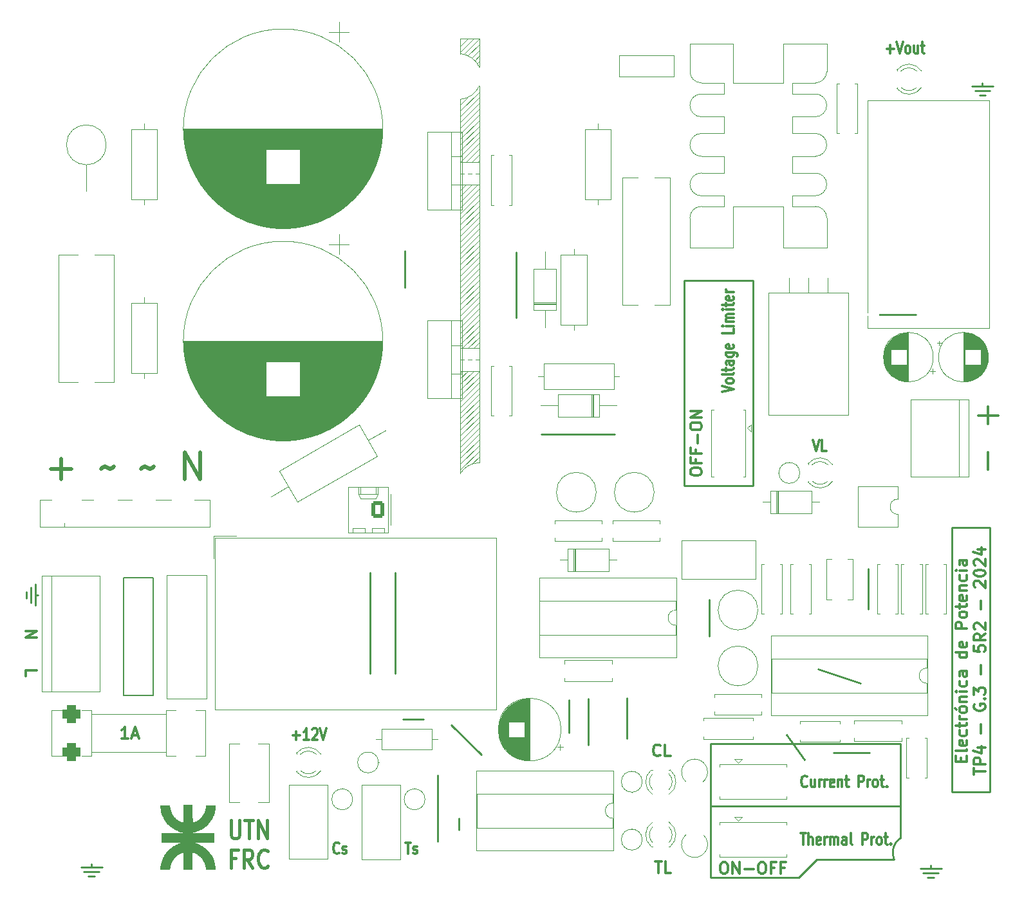
<source format=gto>
G04 #@! TF.GenerationSoftware,KiCad,Pcbnew,8.0.3*
G04 #@! TF.CreationDate,2024-07-02T01:34:26-03:00*
G04 #@! TF.ProjectId,tp4potencia-rounded,74703470-6f74-4656-9e63-69612d726f75,1.0*
G04 #@! TF.SameCoordinates,Original*
G04 #@! TF.FileFunction,Legend,Top*
G04 #@! TF.FilePolarity,Positive*
%FSLAX46Y46*%
G04 Gerber Fmt 4.6, Leading zero omitted, Abs format (unit mm)*
G04 Created by KiCad (PCBNEW 8.0.3) date 2024-07-02 01:34:26*
%MOMM*%
%LPD*%
G01*
G04 APERTURE LIST*
G04 Aperture macros list*
%AMRoundRect*
0 Rectangle with rounded corners*
0 $1 Rounding radius*
0 $2 $3 $4 $5 $6 $7 $8 $9 X,Y pos of 4 corners*
0 Add a 4 corners polygon primitive as box body*
4,1,4,$2,$3,$4,$5,$6,$7,$8,$9,$2,$3,0*
0 Add four circle primitives for the rounded corners*
1,1,$1+$1,$2,$3*
1,1,$1+$1,$4,$5*
1,1,$1+$1,$6,$7*
1,1,$1+$1,$8,$9*
0 Add four rect primitives between the rounded corners*
20,1,$1+$1,$2,$3,$4,$5,0*
20,1,$1+$1,$4,$5,$6,$7,0*
20,1,$1+$1,$6,$7,$8,$9,0*
20,1,$1+$1,$8,$9,$2,$3,0*%
%AMHorizOval*
0 Thick line with rounded ends*
0 $1 width*
0 $2 $3 position (X,Y) of the first rounded end (center of the circle)*
0 $4 $5 position (X,Y) of the second rounded end (center of the circle)*
0 Add line between two ends*
20,1,$1,$2,$3,$4,$5,0*
0 Add two circle primitives to create the rounded ends*
1,1,$1,$2,$3*
1,1,$1,$4,$5*%
G04 Aperture macros list end*
%ADD10C,0.250000*%
%ADD11C,0.000000*%
%ADD12C,0.300000*%
%ADD13C,0.450000*%
%ADD14C,0.500000*%
%ADD15C,0.120000*%
%ADD16C,0.100000*%
%ADD17C,0.150000*%
%ADD18R,1.600000X2.400000*%
%ADD19O,1.600000X2.400000*%
%ADD20R,1.600000X1.600000*%
%ADD21C,1.600000*%
%ADD22O,1.600000X1.600000*%
%ADD23RoundRect,0.575000X-0.575000X-0.575000X0.575000X-0.575000X0.575000X0.575000X-0.575000X0.575000X0*%
%ADD24C,2.300000*%
%ADD25C,6.400000*%
%ADD26R,2.000000X1.905000*%
%ADD27O,2.000000X1.905000*%
%ADD28R,4.000000X4.000000*%
%ADD29C,4.000000*%
%ADD30O,2.200000X3.500000*%
%ADD31R,1.500000X2.500000*%
%ADD32O,1.500000X2.500000*%
%ADD33C,5.000000*%
%ADD34RoundRect,0.250000X0.620000X0.845000X-0.620000X0.845000X-0.620000X-0.845000X0.620000X-0.845000X0*%
%ADD35O,1.740000X2.190000*%
%ADD36C,2.000000*%
%ADD37R,3.000000X3.000000*%
%ADD38C,3.000000*%
%ADD39O,3.500000X2.200000*%
%ADD40R,2.500000X1.500000*%
%ADD41O,2.500000X1.500000*%
%ADD42R,2.200000X2.200000*%
%ADD43O,2.200000X2.200000*%
%ADD44C,2.200000*%
%ADD45R,1.800000X1.800000*%
%ADD46C,1.800000*%
%ADD47C,2.400000*%
%ADD48HorizOval,2.400000X0.000000X0.000000X0.000000X0.000000X0*%
%ADD49R,1.700000X2.000000*%
%ADD50O,1.700000X2.000000*%
%ADD51C,1.440000*%
%ADD52O,3.500000X3.500000*%
%ADD53R,1.905000X2.000000*%
%ADD54O,1.905000X2.000000*%
%ADD55O,2.400000X2.400000*%
%ADD56R,3.200000X3.200000*%
%ADD57C,3.200000*%
%ADD58C,1.500000*%
G04 APERTURE END LIST*
D10*
X185300000Y-140800000D02*
X187700000Y-138400000D01*
X173535000Y-104177000D02*
X173535000Y-109003000D01*
X209500000Y-36600000D02*
X208100000Y-36600000D01*
X189918000Y-124370000D02*
X194617000Y-124370000D01*
X173700000Y-140800000D02*
X185300000Y-140800000D01*
X197869233Y-138371678D02*
G75*
G02*
X198700002Y-135600001I2130767J871678D01*
G01*
X137848000Y-136054000D02*
X137848000Y-127291000D01*
X84900000Y-103600000D02*
X84900000Y-102200000D01*
X203100000Y-140800000D02*
X202300000Y-140800000D01*
X92300000Y-139400000D02*
X90900000Y-139400000D01*
X140642000Y-133006000D02*
X140642000Y-134530000D01*
X92300000Y-140000000D02*
X91300000Y-140000000D01*
X202700000Y-139600000D02*
X201300000Y-139600000D01*
X135943000Y-119925000D02*
X133276000Y-119925000D01*
X83700000Y-104000000D02*
X83700000Y-103200000D01*
X84300000Y-102600000D02*
X84300000Y-104600000D01*
X201300000Y-139600000D02*
X204100000Y-139600000D01*
X198700000Y-131400000D02*
X198700000Y-135600000D01*
X162740000Y-117131000D02*
X162740000Y-122465000D01*
X187700000Y-138400000D02*
X195700000Y-138400000D01*
X91300000Y-140000000D02*
X93300000Y-140000000D01*
X157660000Y-123354000D02*
X157660000Y-117258000D01*
X92300000Y-139000000D02*
X92300000Y-139400000D01*
X84900000Y-102200000D02*
X84900000Y-105000000D01*
X148135000Y-58457000D02*
X148135000Y-67093000D01*
X187886000Y-113321000D02*
X193474000Y-115226000D01*
X85300000Y-103600000D02*
X84900000Y-103600000D01*
X194744000Y-66712000D02*
X200713000Y-66712000D01*
X133530000Y-58330000D02*
X133530000Y-63156000D01*
X183695000Y-121957000D02*
X186108000Y-125259000D01*
X173700000Y-131400000D02*
X173700000Y-140800000D01*
X209900000Y-37800000D02*
X209100000Y-37800000D01*
X155120000Y-117385000D02*
X155120000Y-121703000D01*
X84300000Y-103600000D02*
X84300000Y-102600000D01*
X194490000Y-100113000D02*
X194490000Y-105447000D01*
X139626000Y-120687000D02*
X143563000Y-124624000D01*
X202700000Y-140200000D02*
X201700000Y-140200000D01*
X128958000Y-100621000D02*
X128958000Y-113956000D01*
X205500000Y-94750000D02*
X210500000Y-94750000D01*
X210500000Y-129500000D01*
X205500000Y-129500000D01*
X205500000Y-94750000D01*
X197869232Y-138371678D02*
X195700000Y-138400000D01*
X132260000Y-113956000D02*
X132260000Y-100621000D01*
X208500000Y-37200000D02*
X210500000Y-37200000D01*
X202700000Y-139200000D02*
X202700000Y-139600000D01*
X170300000Y-62200000D02*
X179300000Y-62200000D01*
X179300000Y-89200000D01*
X170300000Y-89200000D01*
X170300000Y-62200000D01*
X209500000Y-36200000D02*
X209500000Y-36600000D01*
X151437000Y-82460000D02*
X161089000Y-82460000D01*
X173700000Y-123200000D02*
X198700000Y-123200000D01*
X198700000Y-131400000D01*
X173700000Y-131400000D01*
X173700000Y-123200000D01*
D11*
G36*
X105619125Y-132388251D02*
G01*
X105619773Y-132645909D01*
X105621661Y-132875249D01*
X105624706Y-133074410D01*
X105628827Y-133241532D01*
X105633939Y-133374754D01*
X105639961Y-133472215D01*
X105643287Y-133506955D01*
X105646810Y-133532057D01*
X105650519Y-133547288D01*
X105652440Y-133551130D01*
X105654403Y-133552417D01*
X105658602Y-133552051D01*
X105664511Y-133550977D01*
X105681027Y-133546850D01*
X105703082Y-133540325D01*
X105729809Y-133531691D01*
X105760340Y-133521239D01*
X105793805Y-133509257D01*
X105829338Y-133496035D01*
X105866070Y-133481862D01*
X105961056Y-133441235D01*
X106055288Y-133394970D01*
X106148425Y-133343382D01*
X106240124Y-133286787D01*
X106330047Y-133225499D01*
X106417850Y-133159835D01*
X106503194Y-133090109D01*
X106585736Y-133016636D01*
X106665137Y-132939732D01*
X106741055Y-132859712D01*
X106813149Y-132776891D01*
X106881078Y-132691584D01*
X106944500Y-132604107D01*
X107003075Y-132514775D01*
X107056462Y-132423903D01*
X107104320Y-132331806D01*
X107130308Y-132276007D01*
X107155294Y-132218621D01*
X107179183Y-132159964D01*
X107201885Y-132100351D01*
X107223305Y-132040097D01*
X107243350Y-131979517D01*
X107261928Y-131918928D01*
X107278945Y-131858643D01*
X107294308Y-131798978D01*
X107307925Y-131740249D01*
X107319702Y-131682770D01*
X107329546Y-131626857D01*
X107337365Y-131572825D01*
X107343065Y-131520989D01*
X107346553Y-131471665D01*
X107347736Y-131425167D01*
X107347736Y-131294640D01*
X108660070Y-131294640D01*
X108635375Y-131583917D01*
X108620125Y-131727012D01*
X108599570Y-131868486D01*
X108573801Y-132008231D01*
X108542909Y-132146136D01*
X108506983Y-132282090D01*
X108466114Y-132415983D01*
X108420393Y-132547704D01*
X108369910Y-132677142D01*
X108314755Y-132804189D01*
X108255019Y-132928732D01*
X108190793Y-133050661D01*
X108122166Y-133169867D01*
X108049230Y-133286238D01*
X107972074Y-133399664D01*
X107890789Y-133510035D01*
X107805466Y-133617240D01*
X107716194Y-133721169D01*
X107623065Y-133821711D01*
X107526169Y-133918756D01*
X107425596Y-134012193D01*
X107321436Y-134101912D01*
X107213781Y-134187802D01*
X107102720Y-134269754D01*
X106988344Y-134347655D01*
X106870744Y-134421397D01*
X106750009Y-134490869D01*
X106626230Y-134555960D01*
X106499499Y-134616559D01*
X106369904Y-134672556D01*
X106237537Y-134723842D01*
X106102488Y-134770304D01*
X105964847Y-134811834D01*
X105895298Y-134831753D01*
X105830461Y-134851466D01*
X105771743Y-134870435D01*
X105720549Y-134888122D01*
X105698213Y-134896317D01*
X105678284Y-134903990D01*
X105660940Y-134911074D01*
X105646355Y-134917502D01*
X105634706Y-134923206D01*
X105626167Y-134928120D01*
X105623119Y-134930259D01*
X105620915Y-134932175D01*
X105619576Y-134933861D01*
X105619125Y-134935306D01*
X105648415Y-134940570D01*
X105732400Y-134945669D01*
X106041136Y-134954709D01*
X106498699Y-134961103D01*
X107058458Y-134963528D01*
X108494264Y-134963528D01*
X108483681Y-135598529D01*
X108473098Y-136233528D01*
X107196042Y-136237057D01*
X105918986Y-136237057D01*
X106204736Y-136335834D01*
X106342292Y-136386690D01*
X106407608Y-136412845D01*
X106471084Y-136439738D01*
X106533071Y-136467561D01*
X106593922Y-136496506D01*
X106653987Y-136526764D01*
X106713618Y-136558525D01*
X106773167Y-136591981D01*
X106832984Y-136627324D01*
X106893421Y-136664743D01*
X106954830Y-136704432D01*
X107081968Y-136791379D01*
X107217209Y-136889695D01*
X107365142Y-137007303D01*
X107505887Y-137132388D01*
X107639283Y-137264657D01*
X107765172Y-137403813D01*
X107883391Y-137549564D01*
X107993781Y-137701614D01*
X108096182Y-137859669D01*
X108190434Y-138023434D01*
X108276377Y-138192615D01*
X108353849Y-138366917D01*
X108422692Y-138546046D01*
X108482744Y-138729707D01*
X108533846Y-138917605D01*
X108575838Y-139109446D01*
X108608558Y-139304935D01*
X108631848Y-139503778D01*
X108656542Y-139761306D01*
X107347736Y-139761306D01*
X107347736Y-139644889D01*
X107344271Y-139569444D01*
X107335396Y-139489130D01*
X107321405Y-139404702D01*
X107302592Y-139316916D01*
X107279252Y-139226526D01*
X107251680Y-139134285D01*
X107220171Y-139040949D01*
X107185018Y-138947271D01*
X107146516Y-138854007D01*
X107104961Y-138761911D01*
X107060645Y-138671738D01*
X107013865Y-138584241D01*
X106964915Y-138500175D01*
X106914088Y-138420296D01*
X106861681Y-138345356D01*
X106807986Y-138276112D01*
X106757680Y-138217714D01*
X106702366Y-138159172D01*
X106642578Y-138100836D01*
X106578846Y-138043058D01*
X106511704Y-137986190D01*
X106441683Y-137930583D01*
X106369316Y-137876588D01*
X106295136Y-137824556D01*
X106219673Y-137774840D01*
X106143462Y-137727790D01*
X106067033Y-137683759D01*
X105990920Y-137643096D01*
X105915654Y-137606154D01*
X105841768Y-137573285D01*
X105769794Y-137544839D01*
X105700264Y-137521167D01*
X105619125Y-137500000D01*
X105619125Y-139796584D01*
X104384403Y-139796584D01*
X104384403Y-137500000D01*
X104306792Y-137521167D01*
X104269988Y-137533200D01*
X104229980Y-137547977D01*
X104187202Y-137565265D01*
X104142089Y-137584833D01*
X104046591Y-137629874D01*
X103946959Y-137681240D01*
X103846665Y-137737071D01*
X103749183Y-137795507D01*
X103657984Y-137854687D01*
X103615826Y-137883975D01*
X103576542Y-137912751D01*
X103485551Y-137985191D01*
X103397955Y-138063322D01*
X103314008Y-138146713D01*
X103233962Y-138234936D01*
X103158070Y-138327562D01*
X103086587Y-138424161D01*
X103019765Y-138524306D01*
X102957858Y-138627567D01*
X102901118Y-138733515D01*
X102849799Y-138841721D01*
X102804154Y-138951756D01*
X102764436Y-139063192D01*
X102730899Y-139175600D01*
X102703796Y-139288550D01*
X102683379Y-139401613D01*
X102669903Y-139514362D01*
X102645209Y-139761306D01*
X101339931Y-139761306D01*
X101368153Y-139472029D01*
X101382174Y-139338649D01*
X101401031Y-139206473D01*
X101424640Y-139075608D01*
X101452916Y-138946162D01*
X101485776Y-138818244D01*
X101523136Y-138691960D01*
X101564911Y-138567419D01*
X101611018Y-138444729D01*
X101661373Y-138323997D01*
X101715892Y-138205332D01*
X101837086Y-137974632D01*
X101973926Y-137753492D01*
X102125743Y-137542775D01*
X102291864Y-137343345D01*
X102471617Y-137156063D01*
X102664330Y-136981794D01*
X102765337Y-136899808D01*
X102869333Y-136821400D01*
X102976232Y-136746675D01*
X103085952Y-136675743D01*
X103198408Y-136608712D01*
X103313516Y-136545688D01*
X103431192Y-136486781D01*
X103551353Y-136432097D01*
X103673914Y-136381746D01*
X103798792Y-136335834D01*
X104084542Y-136233528D01*
X101526903Y-136233528D01*
X101526903Y-134963528D01*
X102955653Y-134963528D01*
X103510782Y-134961103D01*
X103965038Y-134954709D01*
X104139767Y-134950437D01*
X104271790Y-134945669D01*
X104355278Y-134940570D01*
X104377000Y-134937948D01*
X104384403Y-134935306D01*
X104384023Y-134933561D01*
X104382897Y-134931636D01*
X104378477Y-134927279D01*
X104371287Y-134922291D01*
X104361472Y-134916730D01*
X104334545Y-134904114D01*
X104298854Y-134889886D01*
X104255556Y-134874500D01*
X104205809Y-134858412D01*
X104150770Y-134842075D01*
X104091598Y-134825945D01*
X103814244Y-134740934D01*
X103547582Y-134635996D01*
X103292383Y-134512042D01*
X103049415Y-134369980D01*
X102819449Y-134210720D01*
X102603254Y-134035172D01*
X102401601Y-133844244D01*
X102215261Y-133638848D01*
X102045001Y-133419891D01*
X101891594Y-133188285D01*
X101755808Y-132944937D01*
X101638414Y-132690758D01*
X101540181Y-132426657D01*
X101461880Y-132153543D01*
X101404281Y-131872327D01*
X101368153Y-131583917D01*
X101343458Y-131294640D01*
X102655792Y-131294640D01*
X102655792Y-131425167D01*
X102657017Y-131473569D01*
X102660629Y-131524648D01*
X102666535Y-131578104D01*
X102674643Y-131633637D01*
X102684860Y-131690948D01*
X102697092Y-131749737D01*
X102711246Y-131809704D01*
X102727229Y-131870549D01*
X102744949Y-131931974D01*
X102764312Y-131993677D01*
X102785226Y-132055360D01*
X102807596Y-132116722D01*
X102831331Y-132177464D01*
X102856338Y-132237287D01*
X102882522Y-132295889D01*
X102909792Y-132352973D01*
X102949495Y-132428724D01*
X102994252Y-132504888D01*
X103043660Y-132581052D01*
X103097315Y-132656803D01*
X103154816Y-132731727D01*
X103215758Y-132805410D01*
X103279738Y-132877440D01*
X103346354Y-132947403D01*
X103415203Y-133014886D01*
X103485881Y-133079475D01*
X103557985Y-133140756D01*
X103631112Y-133198317D01*
X103704860Y-133251743D01*
X103778824Y-133300622D01*
X103852602Y-133344540D01*
X103925792Y-133383084D01*
X103980617Y-133410445D01*
X104035649Y-133436607D01*
X104089441Y-133461033D01*
X104140545Y-133483185D01*
X104187516Y-133502525D01*
X104228905Y-133518517D01*
X104263267Y-133530623D01*
X104277360Y-133535051D01*
X104289153Y-133538306D01*
X104384403Y-133559473D01*
X104384403Y-131224084D01*
X105619125Y-131224084D01*
X105619125Y-132388251D01*
G37*
D10*
X209500000Y-37200000D02*
X208500000Y-37200000D01*
X208100000Y-36600000D02*
X210900000Y-36600000D01*
X201700000Y-140200000D02*
X203700000Y-140200000D01*
X90900000Y-139400000D02*
X93700000Y-139400000D01*
X92700000Y-140600000D02*
X91900000Y-140600000D01*
D12*
X83621671Y-108371428D02*
X85121671Y-108371428D01*
X85121671Y-108371428D02*
X83621671Y-109228571D01*
X83621671Y-109228571D02*
X85121671Y-109228571D01*
X171078328Y-87528571D02*
X171078328Y-87242857D01*
X171078328Y-87242857D02*
X171149757Y-87100000D01*
X171149757Y-87100000D02*
X171292614Y-86957143D01*
X171292614Y-86957143D02*
X171578328Y-86885714D01*
X171578328Y-86885714D02*
X172078328Y-86885714D01*
X172078328Y-86885714D02*
X172364042Y-86957143D01*
X172364042Y-86957143D02*
X172506900Y-87100000D01*
X172506900Y-87100000D02*
X172578328Y-87242857D01*
X172578328Y-87242857D02*
X172578328Y-87528571D01*
X172578328Y-87528571D02*
X172506900Y-87671429D01*
X172506900Y-87671429D02*
X172364042Y-87814286D01*
X172364042Y-87814286D02*
X172078328Y-87885714D01*
X172078328Y-87885714D02*
X171578328Y-87885714D01*
X171578328Y-87885714D02*
X171292614Y-87814286D01*
X171292614Y-87814286D02*
X171149757Y-87671429D01*
X171149757Y-87671429D02*
X171078328Y-87528571D01*
X171792614Y-85742857D02*
X171792614Y-86242857D01*
X172578328Y-86242857D02*
X171078328Y-86242857D01*
X171078328Y-86242857D02*
X171078328Y-85528571D01*
X171792614Y-84457143D02*
X171792614Y-84957143D01*
X172578328Y-84957143D02*
X171078328Y-84957143D01*
X171078328Y-84957143D02*
X171078328Y-84242857D01*
X172006900Y-83671429D02*
X172006900Y-82528572D01*
X171078328Y-81528571D02*
X171078328Y-81242857D01*
X171078328Y-81242857D02*
X171149757Y-81100000D01*
X171149757Y-81100000D02*
X171292614Y-80957143D01*
X171292614Y-80957143D02*
X171578328Y-80885714D01*
X171578328Y-80885714D02*
X172078328Y-80885714D01*
X172078328Y-80885714D02*
X172364042Y-80957143D01*
X172364042Y-80957143D02*
X172506900Y-81100000D01*
X172506900Y-81100000D02*
X172578328Y-81242857D01*
X172578328Y-81242857D02*
X172578328Y-81528571D01*
X172578328Y-81528571D02*
X172506900Y-81671429D01*
X172506900Y-81671429D02*
X172364042Y-81814286D01*
X172364042Y-81814286D02*
X172078328Y-81885714D01*
X172078328Y-81885714D02*
X171578328Y-81885714D01*
X171578328Y-81885714D02*
X171292614Y-81814286D01*
X171292614Y-81814286D02*
X171149757Y-81671429D01*
X171149757Y-81671429D02*
X171078328Y-81528571D01*
X172578328Y-80242857D02*
X171078328Y-80242857D01*
X171078328Y-80242857D02*
X172578328Y-79385714D01*
X172578328Y-79385714D02*
X171078328Y-79385714D01*
X133611653Y-136178328D02*
X134297368Y-136178328D01*
X133954510Y-137678328D02*
X133954510Y-136178328D01*
X134640225Y-137606900D02*
X134754511Y-137678328D01*
X134754511Y-137678328D02*
X134983082Y-137678328D01*
X134983082Y-137678328D02*
X135097368Y-137606900D01*
X135097368Y-137606900D02*
X135154511Y-137464042D01*
X135154511Y-137464042D02*
X135154511Y-137392614D01*
X135154511Y-137392614D02*
X135097368Y-137249757D01*
X135097368Y-137249757D02*
X134983082Y-137178328D01*
X134983082Y-137178328D02*
X134811654Y-137178328D01*
X134811654Y-137178328D02*
X134697368Y-137106900D01*
X134697368Y-137106900D02*
X134640225Y-136964042D01*
X134640225Y-136964042D02*
X134640225Y-136892614D01*
X134640225Y-136892614D02*
X134697368Y-136749757D01*
X134697368Y-136749757D02*
X134811654Y-136678328D01*
X134811654Y-136678328D02*
X134983082Y-136678328D01*
X134983082Y-136678328D02*
X135097368Y-136749757D01*
X97085715Y-122478328D02*
X96228572Y-122478328D01*
X96657143Y-122478328D02*
X96657143Y-120978328D01*
X96657143Y-120978328D02*
X96514286Y-121192614D01*
X96514286Y-121192614D02*
X96371429Y-121335471D01*
X96371429Y-121335471D02*
X96228572Y-121406900D01*
X97657143Y-122049757D02*
X98371429Y-122049757D01*
X97514286Y-122478328D02*
X98014286Y-120978328D01*
X98014286Y-120978328D02*
X98514286Y-122478328D01*
X206685156Y-125499999D02*
X206685156Y-124999999D01*
X207470870Y-124785713D02*
X207470870Y-125499999D01*
X207470870Y-125499999D02*
X205970870Y-125499999D01*
X205970870Y-125499999D02*
X205970870Y-124785713D01*
X207470870Y-123928570D02*
X207399442Y-124071427D01*
X207399442Y-124071427D02*
X207256584Y-124142856D01*
X207256584Y-124142856D02*
X205970870Y-124142856D01*
X207399442Y-122785713D02*
X207470870Y-122928570D01*
X207470870Y-122928570D02*
X207470870Y-123214285D01*
X207470870Y-123214285D02*
X207399442Y-123357142D01*
X207399442Y-123357142D02*
X207256584Y-123428570D01*
X207256584Y-123428570D02*
X206685156Y-123428570D01*
X206685156Y-123428570D02*
X206542299Y-123357142D01*
X206542299Y-123357142D02*
X206470870Y-123214285D01*
X206470870Y-123214285D02*
X206470870Y-122928570D01*
X206470870Y-122928570D02*
X206542299Y-122785713D01*
X206542299Y-122785713D02*
X206685156Y-122714285D01*
X206685156Y-122714285D02*
X206828013Y-122714285D01*
X206828013Y-122714285D02*
X206970870Y-123428570D01*
X207399442Y-121428571D02*
X207470870Y-121571428D01*
X207470870Y-121571428D02*
X207470870Y-121857142D01*
X207470870Y-121857142D02*
X207399442Y-121999999D01*
X207399442Y-121999999D02*
X207328013Y-122071428D01*
X207328013Y-122071428D02*
X207185156Y-122142856D01*
X207185156Y-122142856D02*
X206756584Y-122142856D01*
X206756584Y-122142856D02*
X206613727Y-122071428D01*
X206613727Y-122071428D02*
X206542299Y-121999999D01*
X206542299Y-121999999D02*
X206470870Y-121857142D01*
X206470870Y-121857142D02*
X206470870Y-121571428D01*
X206470870Y-121571428D02*
X206542299Y-121428571D01*
X206470870Y-120999999D02*
X206470870Y-120428571D01*
X205970870Y-120785714D02*
X207256584Y-120785714D01*
X207256584Y-120785714D02*
X207399442Y-120714285D01*
X207399442Y-120714285D02*
X207470870Y-120571428D01*
X207470870Y-120571428D02*
X207470870Y-120428571D01*
X207470870Y-119928571D02*
X206470870Y-119928571D01*
X206756584Y-119928571D02*
X206613727Y-119857142D01*
X206613727Y-119857142D02*
X206542299Y-119785714D01*
X206542299Y-119785714D02*
X206470870Y-119642856D01*
X206470870Y-119642856D02*
X206470870Y-119499999D01*
X207470870Y-118785714D02*
X207399442Y-118928571D01*
X207399442Y-118928571D02*
X207328013Y-119000000D01*
X207328013Y-119000000D02*
X207185156Y-119071428D01*
X207185156Y-119071428D02*
X206756584Y-119071428D01*
X206756584Y-119071428D02*
X206613727Y-119000000D01*
X206613727Y-119000000D02*
X206542299Y-118928571D01*
X206542299Y-118928571D02*
X206470870Y-118785714D01*
X206470870Y-118785714D02*
X206470870Y-118571428D01*
X206470870Y-118571428D02*
X206542299Y-118428571D01*
X206542299Y-118428571D02*
X206613727Y-118357143D01*
X206613727Y-118357143D02*
X206756584Y-118285714D01*
X206756584Y-118285714D02*
X207185156Y-118285714D01*
X207185156Y-118285714D02*
X207328013Y-118357143D01*
X207328013Y-118357143D02*
X207399442Y-118428571D01*
X207399442Y-118428571D02*
X207470870Y-118571428D01*
X207470870Y-118571428D02*
X207470870Y-118785714D01*
X205899442Y-118500000D02*
X206113727Y-118714285D01*
X206470870Y-117642857D02*
X207470870Y-117642857D01*
X206613727Y-117642857D02*
X206542299Y-117571428D01*
X206542299Y-117571428D02*
X206470870Y-117428571D01*
X206470870Y-117428571D02*
X206470870Y-117214285D01*
X206470870Y-117214285D02*
X206542299Y-117071428D01*
X206542299Y-117071428D02*
X206685156Y-117000000D01*
X206685156Y-117000000D02*
X207470870Y-117000000D01*
X207470870Y-116285714D02*
X206470870Y-116285714D01*
X205970870Y-116285714D02*
X206042299Y-116357142D01*
X206042299Y-116357142D02*
X206113727Y-116285714D01*
X206113727Y-116285714D02*
X206042299Y-116214285D01*
X206042299Y-116214285D02*
X205970870Y-116285714D01*
X205970870Y-116285714D02*
X206113727Y-116285714D01*
X207399442Y-114928571D02*
X207470870Y-115071428D01*
X207470870Y-115071428D02*
X207470870Y-115357142D01*
X207470870Y-115357142D02*
X207399442Y-115499999D01*
X207399442Y-115499999D02*
X207328013Y-115571428D01*
X207328013Y-115571428D02*
X207185156Y-115642856D01*
X207185156Y-115642856D02*
X206756584Y-115642856D01*
X206756584Y-115642856D02*
X206613727Y-115571428D01*
X206613727Y-115571428D02*
X206542299Y-115499999D01*
X206542299Y-115499999D02*
X206470870Y-115357142D01*
X206470870Y-115357142D02*
X206470870Y-115071428D01*
X206470870Y-115071428D02*
X206542299Y-114928571D01*
X207470870Y-113642857D02*
X206685156Y-113642857D01*
X206685156Y-113642857D02*
X206542299Y-113714285D01*
X206542299Y-113714285D02*
X206470870Y-113857142D01*
X206470870Y-113857142D02*
X206470870Y-114142857D01*
X206470870Y-114142857D02*
X206542299Y-114285714D01*
X207399442Y-113642857D02*
X207470870Y-113785714D01*
X207470870Y-113785714D02*
X207470870Y-114142857D01*
X207470870Y-114142857D02*
X207399442Y-114285714D01*
X207399442Y-114285714D02*
X207256584Y-114357142D01*
X207256584Y-114357142D02*
X207113727Y-114357142D01*
X207113727Y-114357142D02*
X206970870Y-114285714D01*
X206970870Y-114285714D02*
X206899442Y-114142857D01*
X206899442Y-114142857D02*
X206899442Y-113785714D01*
X206899442Y-113785714D02*
X206828013Y-113642857D01*
X207470870Y-111142857D02*
X205970870Y-111142857D01*
X207399442Y-111142857D02*
X207470870Y-111285714D01*
X207470870Y-111285714D02*
X207470870Y-111571428D01*
X207470870Y-111571428D02*
X207399442Y-111714285D01*
X207399442Y-111714285D02*
X207328013Y-111785714D01*
X207328013Y-111785714D02*
X207185156Y-111857142D01*
X207185156Y-111857142D02*
X206756584Y-111857142D01*
X206756584Y-111857142D02*
X206613727Y-111785714D01*
X206613727Y-111785714D02*
X206542299Y-111714285D01*
X206542299Y-111714285D02*
X206470870Y-111571428D01*
X206470870Y-111571428D02*
X206470870Y-111285714D01*
X206470870Y-111285714D02*
X206542299Y-111142857D01*
X207399442Y-109857142D02*
X207470870Y-109999999D01*
X207470870Y-109999999D02*
X207470870Y-110285714D01*
X207470870Y-110285714D02*
X207399442Y-110428571D01*
X207399442Y-110428571D02*
X207256584Y-110499999D01*
X207256584Y-110499999D02*
X206685156Y-110499999D01*
X206685156Y-110499999D02*
X206542299Y-110428571D01*
X206542299Y-110428571D02*
X206470870Y-110285714D01*
X206470870Y-110285714D02*
X206470870Y-109999999D01*
X206470870Y-109999999D02*
X206542299Y-109857142D01*
X206542299Y-109857142D02*
X206685156Y-109785714D01*
X206685156Y-109785714D02*
X206828013Y-109785714D01*
X206828013Y-109785714D02*
X206970870Y-110499999D01*
X207470870Y-108000000D02*
X205970870Y-108000000D01*
X205970870Y-108000000D02*
X205970870Y-107428571D01*
X205970870Y-107428571D02*
X206042299Y-107285714D01*
X206042299Y-107285714D02*
X206113727Y-107214285D01*
X206113727Y-107214285D02*
X206256584Y-107142857D01*
X206256584Y-107142857D02*
X206470870Y-107142857D01*
X206470870Y-107142857D02*
X206613727Y-107214285D01*
X206613727Y-107214285D02*
X206685156Y-107285714D01*
X206685156Y-107285714D02*
X206756584Y-107428571D01*
X206756584Y-107428571D02*
X206756584Y-108000000D01*
X207470870Y-106285714D02*
X207399442Y-106428571D01*
X207399442Y-106428571D02*
X207328013Y-106500000D01*
X207328013Y-106500000D02*
X207185156Y-106571428D01*
X207185156Y-106571428D02*
X206756584Y-106571428D01*
X206756584Y-106571428D02*
X206613727Y-106500000D01*
X206613727Y-106500000D02*
X206542299Y-106428571D01*
X206542299Y-106428571D02*
X206470870Y-106285714D01*
X206470870Y-106285714D02*
X206470870Y-106071428D01*
X206470870Y-106071428D02*
X206542299Y-105928571D01*
X206542299Y-105928571D02*
X206613727Y-105857143D01*
X206613727Y-105857143D02*
X206756584Y-105785714D01*
X206756584Y-105785714D02*
X207185156Y-105785714D01*
X207185156Y-105785714D02*
X207328013Y-105857143D01*
X207328013Y-105857143D02*
X207399442Y-105928571D01*
X207399442Y-105928571D02*
X207470870Y-106071428D01*
X207470870Y-106071428D02*
X207470870Y-106285714D01*
X206470870Y-105357142D02*
X206470870Y-104785714D01*
X205970870Y-105142857D02*
X207256584Y-105142857D01*
X207256584Y-105142857D02*
X207399442Y-105071428D01*
X207399442Y-105071428D02*
X207470870Y-104928571D01*
X207470870Y-104928571D02*
X207470870Y-104785714D01*
X207399442Y-103714285D02*
X207470870Y-103857142D01*
X207470870Y-103857142D02*
X207470870Y-104142857D01*
X207470870Y-104142857D02*
X207399442Y-104285714D01*
X207399442Y-104285714D02*
X207256584Y-104357142D01*
X207256584Y-104357142D02*
X206685156Y-104357142D01*
X206685156Y-104357142D02*
X206542299Y-104285714D01*
X206542299Y-104285714D02*
X206470870Y-104142857D01*
X206470870Y-104142857D02*
X206470870Y-103857142D01*
X206470870Y-103857142D02*
X206542299Y-103714285D01*
X206542299Y-103714285D02*
X206685156Y-103642857D01*
X206685156Y-103642857D02*
X206828013Y-103642857D01*
X206828013Y-103642857D02*
X206970870Y-104357142D01*
X206470870Y-103000000D02*
X207470870Y-103000000D01*
X206613727Y-103000000D02*
X206542299Y-102928571D01*
X206542299Y-102928571D02*
X206470870Y-102785714D01*
X206470870Y-102785714D02*
X206470870Y-102571428D01*
X206470870Y-102571428D02*
X206542299Y-102428571D01*
X206542299Y-102428571D02*
X206685156Y-102357143D01*
X206685156Y-102357143D02*
X207470870Y-102357143D01*
X207399442Y-101000000D02*
X207470870Y-101142857D01*
X207470870Y-101142857D02*
X207470870Y-101428571D01*
X207470870Y-101428571D02*
X207399442Y-101571428D01*
X207399442Y-101571428D02*
X207328013Y-101642857D01*
X207328013Y-101642857D02*
X207185156Y-101714285D01*
X207185156Y-101714285D02*
X206756584Y-101714285D01*
X206756584Y-101714285D02*
X206613727Y-101642857D01*
X206613727Y-101642857D02*
X206542299Y-101571428D01*
X206542299Y-101571428D02*
X206470870Y-101428571D01*
X206470870Y-101428571D02*
X206470870Y-101142857D01*
X206470870Y-101142857D02*
X206542299Y-101000000D01*
X207470870Y-100357143D02*
X206470870Y-100357143D01*
X205970870Y-100357143D02*
X206042299Y-100428571D01*
X206042299Y-100428571D02*
X206113727Y-100357143D01*
X206113727Y-100357143D02*
X206042299Y-100285714D01*
X206042299Y-100285714D02*
X205970870Y-100357143D01*
X205970870Y-100357143D02*
X206113727Y-100357143D01*
X207470870Y-99000000D02*
X206685156Y-99000000D01*
X206685156Y-99000000D02*
X206542299Y-99071428D01*
X206542299Y-99071428D02*
X206470870Y-99214285D01*
X206470870Y-99214285D02*
X206470870Y-99500000D01*
X206470870Y-99500000D02*
X206542299Y-99642857D01*
X207399442Y-99000000D02*
X207470870Y-99142857D01*
X207470870Y-99142857D02*
X207470870Y-99500000D01*
X207470870Y-99500000D02*
X207399442Y-99642857D01*
X207399442Y-99642857D02*
X207256584Y-99714285D01*
X207256584Y-99714285D02*
X207113727Y-99714285D01*
X207113727Y-99714285D02*
X206970870Y-99642857D01*
X206970870Y-99642857D02*
X206899442Y-99500000D01*
X206899442Y-99500000D02*
X206899442Y-99142857D01*
X206899442Y-99142857D02*
X206828013Y-99000000D01*
X208385786Y-127214283D02*
X208385786Y-126357141D01*
X209885786Y-126785712D02*
X208385786Y-126785712D01*
X209885786Y-125857141D02*
X208385786Y-125857141D01*
X208385786Y-125857141D02*
X208385786Y-125285712D01*
X208385786Y-125285712D02*
X208457215Y-125142855D01*
X208457215Y-125142855D02*
X208528643Y-125071426D01*
X208528643Y-125071426D02*
X208671500Y-124999998D01*
X208671500Y-124999998D02*
X208885786Y-124999998D01*
X208885786Y-124999998D02*
X209028643Y-125071426D01*
X209028643Y-125071426D02*
X209100072Y-125142855D01*
X209100072Y-125142855D02*
X209171500Y-125285712D01*
X209171500Y-125285712D02*
X209171500Y-125857141D01*
X208885786Y-123714284D02*
X209885786Y-123714284D01*
X208314358Y-124071426D02*
X209385786Y-124428569D01*
X209385786Y-124428569D02*
X209385786Y-123499998D01*
X209314358Y-121785713D02*
X209314358Y-120642856D01*
X208457215Y-117999998D02*
X208385786Y-118142856D01*
X208385786Y-118142856D02*
X208385786Y-118357141D01*
X208385786Y-118357141D02*
X208457215Y-118571427D01*
X208457215Y-118571427D02*
X208600072Y-118714284D01*
X208600072Y-118714284D02*
X208742929Y-118785713D01*
X208742929Y-118785713D02*
X209028643Y-118857141D01*
X209028643Y-118857141D02*
X209242929Y-118857141D01*
X209242929Y-118857141D02*
X209528643Y-118785713D01*
X209528643Y-118785713D02*
X209671500Y-118714284D01*
X209671500Y-118714284D02*
X209814358Y-118571427D01*
X209814358Y-118571427D02*
X209885786Y-118357141D01*
X209885786Y-118357141D02*
X209885786Y-118214284D01*
X209885786Y-118214284D02*
X209814358Y-117999998D01*
X209814358Y-117999998D02*
X209742929Y-117928570D01*
X209742929Y-117928570D02*
X209242929Y-117928570D01*
X209242929Y-117928570D02*
X209242929Y-118214284D01*
X209742929Y-117285713D02*
X209814358Y-117214284D01*
X209814358Y-117214284D02*
X209885786Y-117285713D01*
X209885786Y-117285713D02*
X209814358Y-117357141D01*
X209814358Y-117357141D02*
X209742929Y-117285713D01*
X209742929Y-117285713D02*
X209885786Y-117285713D01*
X208385786Y-116714284D02*
X208385786Y-115785712D01*
X208385786Y-115785712D02*
X208957215Y-116285712D01*
X208957215Y-116285712D02*
X208957215Y-116071427D01*
X208957215Y-116071427D02*
X209028643Y-115928570D01*
X209028643Y-115928570D02*
X209100072Y-115857141D01*
X209100072Y-115857141D02*
X209242929Y-115785712D01*
X209242929Y-115785712D02*
X209600072Y-115785712D01*
X209600072Y-115785712D02*
X209742929Y-115857141D01*
X209742929Y-115857141D02*
X209814358Y-115928570D01*
X209814358Y-115928570D02*
X209885786Y-116071427D01*
X209885786Y-116071427D02*
X209885786Y-116499998D01*
X209885786Y-116499998D02*
X209814358Y-116642855D01*
X209814358Y-116642855D02*
X209742929Y-116714284D01*
X209314358Y-113999999D02*
X209314358Y-112857142D01*
X208385786Y-110285713D02*
X208385786Y-110999999D01*
X208385786Y-110999999D02*
X209100072Y-111071427D01*
X209100072Y-111071427D02*
X209028643Y-110999999D01*
X209028643Y-110999999D02*
X208957215Y-110857142D01*
X208957215Y-110857142D02*
X208957215Y-110499999D01*
X208957215Y-110499999D02*
X209028643Y-110357142D01*
X209028643Y-110357142D02*
X209100072Y-110285713D01*
X209100072Y-110285713D02*
X209242929Y-110214284D01*
X209242929Y-110214284D02*
X209600072Y-110214284D01*
X209600072Y-110214284D02*
X209742929Y-110285713D01*
X209742929Y-110285713D02*
X209814358Y-110357142D01*
X209814358Y-110357142D02*
X209885786Y-110499999D01*
X209885786Y-110499999D02*
X209885786Y-110857142D01*
X209885786Y-110857142D02*
X209814358Y-110999999D01*
X209814358Y-110999999D02*
X209742929Y-111071427D01*
X209885786Y-108714285D02*
X209171500Y-109214285D01*
X209885786Y-109571428D02*
X208385786Y-109571428D01*
X208385786Y-109571428D02*
X208385786Y-108999999D01*
X208385786Y-108999999D02*
X208457215Y-108857142D01*
X208457215Y-108857142D02*
X208528643Y-108785713D01*
X208528643Y-108785713D02*
X208671500Y-108714285D01*
X208671500Y-108714285D02*
X208885786Y-108714285D01*
X208885786Y-108714285D02*
X209028643Y-108785713D01*
X209028643Y-108785713D02*
X209100072Y-108857142D01*
X209100072Y-108857142D02*
X209171500Y-108999999D01*
X209171500Y-108999999D02*
X209171500Y-109571428D01*
X208528643Y-108142856D02*
X208457215Y-108071428D01*
X208457215Y-108071428D02*
X208385786Y-107928571D01*
X208385786Y-107928571D02*
X208385786Y-107571428D01*
X208385786Y-107571428D02*
X208457215Y-107428571D01*
X208457215Y-107428571D02*
X208528643Y-107357142D01*
X208528643Y-107357142D02*
X208671500Y-107285713D01*
X208671500Y-107285713D02*
X208814358Y-107285713D01*
X208814358Y-107285713D02*
X209028643Y-107357142D01*
X209028643Y-107357142D02*
X209885786Y-108214285D01*
X209885786Y-108214285D02*
X209885786Y-107285713D01*
X209314358Y-105500000D02*
X209314358Y-104357143D01*
X208528643Y-102571428D02*
X208457215Y-102500000D01*
X208457215Y-102500000D02*
X208385786Y-102357143D01*
X208385786Y-102357143D02*
X208385786Y-102000000D01*
X208385786Y-102000000D02*
X208457215Y-101857143D01*
X208457215Y-101857143D02*
X208528643Y-101785714D01*
X208528643Y-101785714D02*
X208671500Y-101714285D01*
X208671500Y-101714285D02*
X208814358Y-101714285D01*
X208814358Y-101714285D02*
X209028643Y-101785714D01*
X209028643Y-101785714D02*
X209885786Y-102642857D01*
X209885786Y-102642857D02*
X209885786Y-101714285D01*
X208385786Y-100785714D02*
X208385786Y-100642857D01*
X208385786Y-100642857D02*
X208457215Y-100500000D01*
X208457215Y-100500000D02*
X208528643Y-100428572D01*
X208528643Y-100428572D02*
X208671500Y-100357143D01*
X208671500Y-100357143D02*
X208957215Y-100285714D01*
X208957215Y-100285714D02*
X209314358Y-100285714D01*
X209314358Y-100285714D02*
X209600072Y-100357143D01*
X209600072Y-100357143D02*
X209742929Y-100428572D01*
X209742929Y-100428572D02*
X209814358Y-100500000D01*
X209814358Y-100500000D02*
X209885786Y-100642857D01*
X209885786Y-100642857D02*
X209885786Y-100785714D01*
X209885786Y-100785714D02*
X209814358Y-100928572D01*
X209814358Y-100928572D02*
X209742929Y-101000000D01*
X209742929Y-101000000D02*
X209600072Y-101071429D01*
X209600072Y-101071429D02*
X209314358Y-101142857D01*
X209314358Y-101142857D02*
X208957215Y-101142857D01*
X208957215Y-101142857D02*
X208671500Y-101071429D01*
X208671500Y-101071429D02*
X208528643Y-101000000D01*
X208528643Y-101000000D02*
X208457215Y-100928572D01*
X208457215Y-100928572D02*
X208385786Y-100785714D01*
X208528643Y-99714286D02*
X208457215Y-99642858D01*
X208457215Y-99642858D02*
X208385786Y-99500001D01*
X208385786Y-99500001D02*
X208385786Y-99142858D01*
X208385786Y-99142858D02*
X208457215Y-99000001D01*
X208457215Y-99000001D02*
X208528643Y-98928572D01*
X208528643Y-98928572D02*
X208671500Y-98857143D01*
X208671500Y-98857143D02*
X208814358Y-98857143D01*
X208814358Y-98857143D02*
X209028643Y-98928572D01*
X209028643Y-98928572D02*
X209885786Y-99785715D01*
X209885786Y-99785715D02*
X209885786Y-98857143D01*
X208885786Y-97571430D02*
X209885786Y-97571430D01*
X208314358Y-97928572D02*
X209385786Y-98285715D01*
X209385786Y-98285715D02*
X209385786Y-97357144D01*
D13*
X110619047Y-133254952D02*
X110619047Y-135197809D01*
X110619047Y-135197809D02*
X110714285Y-135426381D01*
X110714285Y-135426381D02*
X110809523Y-135540667D01*
X110809523Y-135540667D02*
X110999999Y-135654952D01*
X110999999Y-135654952D02*
X111380952Y-135654952D01*
X111380952Y-135654952D02*
X111571428Y-135540667D01*
X111571428Y-135540667D02*
X111666666Y-135426381D01*
X111666666Y-135426381D02*
X111761904Y-135197809D01*
X111761904Y-135197809D02*
X111761904Y-133254952D01*
X112428571Y-133254952D02*
X113571428Y-133254952D01*
X112999999Y-135654952D02*
X112999999Y-133254952D01*
X114238095Y-135654952D02*
X114238095Y-133254952D01*
X114238095Y-133254952D02*
X115380952Y-135654952D01*
X115380952Y-135654952D02*
X115380952Y-133254952D01*
X111285714Y-138261675D02*
X110619047Y-138261675D01*
X110619047Y-139518818D02*
X110619047Y-137118818D01*
X110619047Y-137118818D02*
X111571428Y-137118818D01*
X113476190Y-139518818D02*
X112809523Y-138375961D01*
X112333333Y-139518818D02*
X112333333Y-137118818D01*
X112333333Y-137118818D02*
X113095238Y-137118818D01*
X113095238Y-137118818D02*
X113285714Y-137233104D01*
X113285714Y-137233104D02*
X113380952Y-137347390D01*
X113380952Y-137347390D02*
X113476190Y-137575961D01*
X113476190Y-137575961D02*
X113476190Y-137918818D01*
X113476190Y-137918818D02*
X113380952Y-138147390D01*
X113380952Y-138147390D02*
X113285714Y-138261675D01*
X113285714Y-138261675D02*
X113095238Y-138375961D01*
X113095238Y-138375961D02*
X112333333Y-138375961D01*
X115476190Y-139290247D02*
X115380952Y-139404533D01*
X115380952Y-139404533D02*
X115095238Y-139518818D01*
X115095238Y-139518818D02*
X114904762Y-139518818D01*
X114904762Y-139518818D02*
X114619047Y-139404533D01*
X114619047Y-139404533D02*
X114428571Y-139175961D01*
X114428571Y-139175961D02*
X114333333Y-138947390D01*
X114333333Y-138947390D02*
X114238095Y-138490247D01*
X114238095Y-138490247D02*
X114238095Y-138147390D01*
X114238095Y-138147390D02*
X114333333Y-137690247D01*
X114333333Y-137690247D02*
X114428571Y-137461675D01*
X114428571Y-137461675D02*
X114619047Y-137233104D01*
X114619047Y-137233104D02*
X114904762Y-137118818D01*
X114904762Y-137118818D02*
X115095238Y-137118818D01*
X115095238Y-137118818D02*
X115380952Y-137233104D01*
X115380952Y-137233104D02*
X115476190Y-137347390D01*
D12*
X186418796Y-128735471D02*
X186361653Y-128806900D01*
X186361653Y-128806900D02*
X186190225Y-128878328D01*
X186190225Y-128878328D02*
X186075939Y-128878328D01*
X186075939Y-128878328D02*
X185904510Y-128806900D01*
X185904510Y-128806900D02*
X185790225Y-128664042D01*
X185790225Y-128664042D02*
X185733082Y-128521185D01*
X185733082Y-128521185D02*
X185675939Y-128235471D01*
X185675939Y-128235471D02*
X185675939Y-128021185D01*
X185675939Y-128021185D02*
X185733082Y-127735471D01*
X185733082Y-127735471D02*
X185790225Y-127592614D01*
X185790225Y-127592614D02*
X185904510Y-127449757D01*
X185904510Y-127449757D02*
X186075939Y-127378328D01*
X186075939Y-127378328D02*
X186190225Y-127378328D01*
X186190225Y-127378328D02*
X186361653Y-127449757D01*
X186361653Y-127449757D02*
X186418796Y-127521185D01*
X187447368Y-127878328D02*
X187447368Y-128878328D01*
X186933082Y-127878328D02*
X186933082Y-128664042D01*
X186933082Y-128664042D02*
X186990225Y-128806900D01*
X186990225Y-128806900D02*
X187104510Y-128878328D01*
X187104510Y-128878328D02*
X187275939Y-128878328D01*
X187275939Y-128878328D02*
X187390225Y-128806900D01*
X187390225Y-128806900D02*
X187447368Y-128735471D01*
X188018796Y-128878328D02*
X188018796Y-127878328D01*
X188018796Y-128164042D02*
X188075939Y-128021185D01*
X188075939Y-128021185D02*
X188133082Y-127949757D01*
X188133082Y-127949757D02*
X188247367Y-127878328D01*
X188247367Y-127878328D02*
X188361653Y-127878328D01*
X188761653Y-128878328D02*
X188761653Y-127878328D01*
X188761653Y-128164042D02*
X188818796Y-128021185D01*
X188818796Y-128021185D02*
X188875939Y-127949757D01*
X188875939Y-127949757D02*
X188990224Y-127878328D01*
X188990224Y-127878328D02*
X189104510Y-127878328D01*
X189961653Y-128806900D02*
X189847367Y-128878328D01*
X189847367Y-128878328D02*
X189618796Y-128878328D01*
X189618796Y-128878328D02*
X189504510Y-128806900D01*
X189504510Y-128806900D02*
X189447367Y-128664042D01*
X189447367Y-128664042D02*
X189447367Y-128092614D01*
X189447367Y-128092614D02*
X189504510Y-127949757D01*
X189504510Y-127949757D02*
X189618796Y-127878328D01*
X189618796Y-127878328D02*
X189847367Y-127878328D01*
X189847367Y-127878328D02*
X189961653Y-127949757D01*
X189961653Y-127949757D02*
X190018796Y-128092614D01*
X190018796Y-128092614D02*
X190018796Y-128235471D01*
X190018796Y-128235471D02*
X189447367Y-128378328D01*
X190533081Y-127878328D02*
X190533081Y-128878328D01*
X190533081Y-128021185D02*
X190590224Y-127949757D01*
X190590224Y-127949757D02*
X190704509Y-127878328D01*
X190704509Y-127878328D02*
X190875938Y-127878328D01*
X190875938Y-127878328D02*
X190990224Y-127949757D01*
X190990224Y-127949757D02*
X191047367Y-128092614D01*
X191047367Y-128092614D02*
X191047367Y-128878328D01*
X191447366Y-127878328D02*
X191904509Y-127878328D01*
X191618795Y-127378328D02*
X191618795Y-128664042D01*
X191618795Y-128664042D02*
X191675938Y-128806900D01*
X191675938Y-128806900D02*
X191790223Y-128878328D01*
X191790223Y-128878328D02*
X191904509Y-128878328D01*
X193218795Y-128878328D02*
X193218795Y-127378328D01*
X193218795Y-127378328D02*
X193675938Y-127378328D01*
X193675938Y-127378328D02*
X193790223Y-127449757D01*
X193790223Y-127449757D02*
X193847366Y-127521185D01*
X193847366Y-127521185D02*
X193904509Y-127664042D01*
X193904509Y-127664042D02*
X193904509Y-127878328D01*
X193904509Y-127878328D02*
X193847366Y-128021185D01*
X193847366Y-128021185D02*
X193790223Y-128092614D01*
X193790223Y-128092614D02*
X193675938Y-128164042D01*
X193675938Y-128164042D02*
X193218795Y-128164042D01*
X194418795Y-128878328D02*
X194418795Y-127878328D01*
X194418795Y-128164042D02*
X194475938Y-128021185D01*
X194475938Y-128021185D02*
X194533081Y-127949757D01*
X194533081Y-127949757D02*
X194647366Y-127878328D01*
X194647366Y-127878328D02*
X194761652Y-127878328D01*
X195333080Y-128878328D02*
X195218795Y-128806900D01*
X195218795Y-128806900D02*
X195161652Y-128735471D01*
X195161652Y-128735471D02*
X195104509Y-128592614D01*
X195104509Y-128592614D02*
X195104509Y-128164042D01*
X195104509Y-128164042D02*
X195161652Y-128021185D01*
X195161652Y-128021185D02*
X195218795Y-127949757D01*
X195218795Y-127949757D02*
X195333080Y-127878328D01*
X195333080Y-127878328D02*
X195504509Y-127878328D01*
X195504509Y-127878328D02*
X195618795Y-127949757D01*
X195618795Y-127949757D02*
X195675938Y-128021185D01*
X195675938Y-128021185D02*
X195733080Y-128164042D01*
X195733080Y-128164042D02*
X195733080Y-128592614D01*
X195733080Y-128592614D02*
X195675938Y-128735471D01*
X195675938Y-128735471D02*
X195618795Y-128806900D01*
X195618795Y-128806900D02*
X195504509Y-128878328D01*
X195504509Y-128878328D02*
X195333080Y-128878328D01*
X196075937Y-127878328D02*
X196533080Y-127878328D01*
X196247366Y-127378328D02*
X196247366Y-128664042D01*
X196247366Y-128664042D02*
X196304509Y-128806900D01*
X196304509Y-128806900D02*
X196418794Y-128878328D01*
X196418794Y-128878328D02*
X196533080Y-128878328D01*
X196933080Y-128735471D02*
X196990223Y-128806900D01*
X196990223Y-128806900D02*
X196933080Y-128878328D01*
X196933080Y-128878328D02*
X196875937Y-128806900D01*
X196875937Y-128806900D02*
X196933080Y-128735471D01*
X196933080Y-128735471D02*
X196933080Y-128878328D01*
X175371428Y-138778328D02*
X175657142Y-138778328D01*
X175657142Y-138778328D02*
X175799999Y-138849757D01*
X175799999Y-138849757D02*
X175942856Y-138992614D01*
X175942856Y-138992614D02*
X176014285Y-139278328D01*
X176014285Y-139278328D02*
X176014285Y-139778328D01*
X176014285Y-139778328D02*
X175942856Y-140064042D01*
X175942856Y-140064042D02*
X175799999Y-140206900D01*
X175799999Y-140206900D02*
X175657142Y-140278328D01*
X175657142Y-140278328D02*
X175371428Y-140278328D01*
X175371428Y-140278328D02*
X175228571Y-140206900D01*
X175228571Y-140206900D02*
X175085713Y-140064042D01*
X175085713Y-140064042D02*
X175014285Y-139778328D01*
X175014285Y-139778328D02*
X175014285Y-139278328D01*
X175014285Y-139278328D02*
X175085713Y-138992614D01*
X175085713Y-138992614D02*
X175228571Y-138849757D01*
X175228571Y-138849757D02*
X175371428Y-138778328D01*
X176657142Y-140278328D02*
X176657142Y-138778328D01*
X176657142Y-138778328D02*
X177514285Y-140278328D01*
X177514285Y-140278328D02*
X177514285Y-138778328D01*
X178228571Y-139706900D02*
X179371429Y-139706900D01*
X180371429Y-138778328D02*
X180657143Y-138778328D01*
X180657143Y-138778328D02*
X180800000Y-138849757D01*
X180800000Y-138849757D02*
X180942857Y-138992614D01*
X180942857Y-138992614D02*
X181014286Y-139278328D01*
X181014286Y-139278328D02*
X181014286Y-139778328D01*
X181014286Y-139778328D02*
X180942857Y-140064042D01*
X180942857Y-140064042D02*
X180800000Y-140206900D01*
X180800000Y-140206900D02*
X180657143Y-140278328D01*
X180657143Y-140278328D02*
X180371429Y-140278328D01*
X180371429Y-140278328D02*
X180228572Y-140206900D01*
X180228572Y-140206900D02*
X180085714Y-140064042D01*
X180085714Y-140064042D02*
X180014286Y-139778328D01*
X180014286Y-139778328D02*
X180014286Y-139278328D01*
X180014286Y-139278328D02*
X180085714Y-138992614D01*
X180085714Y-138992614D02*
X180228572Y-138849757D01*
X180228572Y-138849757D02*
X180371429Y-138778328D01*
X182157143Y-139492614D02*
X181657143Y-139492614D01*
X181657143Y-140278328D02*
X181657143Y-138778328D01*
X181657143Y-138778328D02*
X182371429Y-138778328D01*
X183442857Y-139492614D02*
X182942857Y-139492614D01*
X182942857Y-140278328D02*
X182942857Y-138778328D01*
X182942857Y-138778328D02*
X183657143Y-138778328D01*
X210254234Y-87110857D02*
X210254234Y-84825143D01*
X210254234Y-81110857D02*
X210254234Y-78825143D01*
X211587567Y-79968000D02*
X208920901Y-79968000D01*
X167111653Y-124657971D02*
X167040225Y-124729400D01*
X167040225Y-124729400D02*
X166825939Y-124800828D01*
X166825939Y-124800828D02*
X166683082Y-124800828D01*
X166683082Y-124800828D02*
X166468796Y-124729400D01*
X166468796Y-124729400D02*
X166325939Y-124586542D01*
X166325939Y-124586542D02*
X166254510Y-124443685D01*
X166254510Y-124443685D02*
X166183082Y-124157971D01*
X166183082Y-124157971D02*
X166183082Y-123943685D01*
X166183082Y-123943685D02*
X166254510Y-123657971D01*
X166254510Y-123657971D02*
X166325939Y-123515114D01*
X166325939Y-123515114D02*
X166468796Y-123372257D01*
X166468796Y-123372257D02*
X166683082Y-123300828D01*
X166683082Y-123300828D02*
X166825939Y-123300828D01*
X166825939Y-123300828D02*
X167040225Y-123372257D01*
X167040225Y-123372257D02*
X167111653Y-123443685D01*
X168468796Y-124800828D02*
X167754510Y-124800828D01*
X167754510Y-124800828D02*
X167754510Y-123300828D01*
X175278328Y-76888346D02*
X176778328Y-76488346D01*
X176778328Y-76488346D02*
X175278328Y-76088346D01*
X176778328Y-75516918D02*
X176706900Y-75631203D01*
X176706900Y-75631203D02*
X176635471Y-75688346D01*
X176635471Y-75688346D02*
X176492614Y-75745489D01*
X176492614Y-75745489D02*
X176064042Y-75745489D01*
X176064042Y-75745489D02*
X175921185Y-75688346D01*
X175921185Y-75688346D02*
X175849757Y-75631203D01*
X175849757Y-75631203D02*
X175778328Y-75516918D01*
X175778328Y-75516918D02*
X175778328Y-75345489D01*
X175778328Y-75345489D02*
X175849757Y-75231203D01*
X175849757Y-75231203D02*
X175921185Y-75174061D01*
X175921185Y-75174061D02*
X176064042Y-75116918D01*
X176064042Y-75116918D02*
X176492614Y-75116918D01*
X176492614Y-75116918D02*
X176635471Y-75174061D01*
X176635471Y-75174061D02*
X176706900Y-75231203D01*
X176706900Y-75231203D02*
X176778328Y-75345489D01*
X176778328Y-75345489D02*
X176778328Y-75516918D01*
X176778328Y-74431204D02*
X176706900Y-74545489D01*
X176706900Y-74545489D02*
X176564042Y-74602632D01*
X176564042Y-74602632D02*
X175278328Y-74602632D01*
X175778328Y-74145490D02*
X175778328Y-73688347D01*
X175278328Y-73974061D02*
X176564042Y-73974061D01*
X176564042Y-73974061D02*
X176706900Y-73916918D01*
X176706900Y-73916918D02*
X176778328Y-73802633D01*
X176778328Y-73802633D02*
X176778328Y-73688347D01*
X176778328Y-72774062D02*
X175992614Y-72774062D01*
X175992614Y-72774062D02*
X175849757Y-72831204D01*
X175849757Y-72831204D02*
X175778328Y-72945490D01*
X175778328Y-72945490D02*
X175778328Y-73174062D01*
X175778328Y-73174062D02*
X175849757Y-73288347D01*
X176706900Y-72774062D02*
X176778328Y-72888347D01*
X176778328Y-72888347D02*
X176778328Y-73174062D01*
X176778328Y-73174062D02*
X176706900Y-73288347D01*
X176706900Y-73288347D02*
X176564042Y-73345490D01*
X176564042Y-73345490D02*
X176421185Y-73345490D01*
X176421185Y-73345490D02*
X176278328Y-73288347D01*
X176278328Y-73288347D02*
X176206900Y-73174062D01*
X176206900Y-73174062D02*
X176206900Y-72888347D01*
X176206900Y-72888347D02*
X176135471Y-72774062D01*
X175778328Y-71688348D02*
X176992614Y-71688348D01*
X176992614Y-71688348D02*
X177135471Y-71745490D01*
X177135471Y-71745490D02*
X177206900Y-71802633D01*
X177206900Y-71802633D02*
X177278328Y-71916919D01*
X177278328Y-71916919D02*
X177278328Y-72088348D01*
X177278328Y-72088348D02*
X177206900Y-72202633D01*
X176706900Y-71688348D02*
X176778328Y-71802633D01*
X176778328Y-71802633D02*
X176778328Y-72031205D01*
X176778328Y-72031205D02*
X176706900Y-72145490D01*
X176706900Y-72145490D02*
X176635471Y-72202633D01*
X176635471Y-72202633D02*
X176492614Y-72259776D01*
X176492614Y-72259776D02*
X176064042Y-72259776D01*
X176064042Y-72259776D02*
X175921185Y-72202633D01*
X175921185Y-72202633D02*
X175849757Y-72145490D01*
X175849757Y-72145490D02*
X175778328Y-72031205D01*
X175778328Y-72031205D02*
X175778328Y-71802633D01*
X175778328Y-71802633D02*
X175849757Y-71688348D01*
X176706900Y-70659776D02*
X176778328Y-70774062D01*
X176778328Y-70774062D02*
X176778328Y-71002634D01*
X176778328Y-71002634D02*
X176706900Y-71116919D01*
X176706900Y-71116919D02*
X176564042Y-71174062D01*
X176564042Y-71174062D02*
X175992614Y-71174062D01*
X175992614Y-71174062D02*
X175849757Y-71116919D01*
X175849757Y-71116919D02*
X175778328Y-71002634D01*
X175778328Y-71002634D02*
X175778328Y-70774062D01*
X175778328Y-70774062D02*
X175849757Y-70659776D01*
X175849757Y-70659776D02*
X175992614Y-70602634D01*
X175992614Y-70602634D02*
X176135471Y-70602634D01*
X176135471Y-70602634D02*
X176278328Y-71174062D01*
X176778328Y-68602634D02*
X176778328Y-69174062D01*
X176778328Y-69174062D02*
X175278328Y-69174062D01*
X176778328Y-68202633D02*
X175778328Y-68202633D01*
X175278328Y-68202633D02*
X175349757Y-68259776D01*
X175349757Y-68259776D02*
X175421185Y-68202633D01*
X175421185Y-68202633D02*
X175349757Y-68145490D01*
X175349757Y-68145490D02*
X175278328Y-68202633D01*
X175278328Y-68202633D02*
X175421185Y-68202633D01*
X176778328Y-67631204D02*
X175778328Y-67631204D01*
X175921185Y-67631204D02*
X175849757Y-67574061D01*
X175849757Y-67574061D02*
X175778328Y-67459776D01*
X175778328Y-67459776D02*
X175778328Y-67288347D01*
X175778328Y-67288347D02*
X175849757Y-67174061D01*
X175849757Y-67174061D02*
X175992614Y-67116919D01*
X175992614Y-67116919D02*
X176778328Y-67116919D01*
X175992614Y-67116919D02*
X175849757Y-67059776D01*
X175849757Y-67059776D02*
X175778328Y-66945490D01*
X175778328Y-66945490D02*
X175778328Y-66774061D01*
X175778328Y-66774061D02*
X175849757Y-66659776D01*
X175849757Y-66659776D02*
X175992614Y-66602633D01*
X175992614Y-66602633D02*
X176778328Y-66602633D01*
X176778328Y-66031204D02*
X175778328Y-66031204D01*
X175278328Y-66031204D02*
X175349757Y-66088347D01*
X175349757Y-66088347D02*
X175421185Y-66031204D01*
X175421185Y-66031204D02*
X175349757Y-65974061D01*
X175349757Y-65974061D02*
X175278328Y-66031204D01*
X175278328Y-66031204D02*
X175421185Y-66031204D01*
X175778328Y-65631204D02*
X175778328Y-65174061D01*
X175278328Y-65459775D02*
X176564042Y-65459775D01*
X176564042Y-65459775D02*
X176706900Y-65402632D01*
X176706900Y-65402632D02*
X176778328Y-65288347D01*
X176778328Y-65288347D02*
X176778328Y-65174061D01*
X176706900Y-64316918D02*
X176778328Y-64431204D01*
X176778328Y-64431204D02*
X176778328Y-64659776D01*
X176778328Y-64659776D02*
X176706900Y-64774061D01*
X176706900Y-64774061D02*
X176564042Y-64831204D01*
X176564042Y-64831204D02*
X175992614Y-64831204D01*
X175992614Y-64831204D02*
X175849757Y-64774061D01*
X175849757Y-64774061D02*
X175778328Y-64659776D01*
X175778328Y-64659776D02*
X175778328Y-64431204D01*
X175778328Y-64431204D02*
X175849757Y-64316918D01*
X175849757Y-64316918D02*
X175992614Y-64259776D01*
X175992614Y-64259776D02*
X176135471Y-64259776D01*
X176135471Y-64259776D02*
X176278328Y-64831204D01*
X176778328Y-63745490D02*
X175778328Y-63745490D01*
X176064042Y-63745490D02*
X175921185Y-63688347D01*
X175921185Y-63688347D02*
X175849757Y-63631205D01*
X175849757Y-63631205D02*
X175778328Y-63516919D01*
X175778328Y-63516919D02*
X175778328Y-63402633D01*
X196916001Y-31766898D02*
X197830287Y-31766898D01*
X197373144Y-32338326D02*
X197373144Y-31195469D01*
X198230286Y-30838326D02*
X198630286Y-32338326D01*
X198630286Y-32338326D02*
X199030286Y-30838326D01*
X199601714Y-32338326D02*
X199487429Y-32266898D01*
X199487429Y-32266898D02*
X199430286Y-32195469D01*
X199430286Y-32195469D02*
X199373143Y-32052612D01*
X199373143Y-32052612D02*
X199373143Y-31624040D01*
X199373143Y-31624040D02*
X199430286Y-31481183D01*
X199430286Y-31481183D02*
X199487429Y-31409755D01*
X199487429Y-31409755D02*
X199601714Y-31338326D01*
X199601714Y-31338326D02*
X199773143Y-31338326D01*
X199773143Y-31338326D02*
X199887429Y-31409755D01*
X199887429Y-31409755D02*
X199944572Y-31481183D01*
X199944572Y-31481183D02*
X200001714Y-31624040D01*
X200001714Y-31624040D02*
X200001714Y-32052612D01*
X200001714Y-32052612D02*
X199944572Y-32195469D01*
X199944572Y-32195469D02*
X199887429Y-32266898D01*
X199887429Y-32266898D02*
X199773143Y-32338326D01*
X199773143Y-32338326D02*
X199601714Y-32338326D01*
X201030286Y-31338326D02*
X201030286Y-32338326D01*
X200516000Y-31338326D02*
X200516000Y-32124040D01*
X200516000Y-32124040D02*
X200573143Y-32266898D01*
X200573143Y-32266898D02*
X200687428Y-32338326D01*
X200687428Y-32338326D02*
X200858857Y-32338326D01*
X200858857Y-32338326D02*
X200973143Y-32266898D01*
X200973143Y-32266898D02*
X201030286Y-32195469D01*
X201430285Y-31338326D02*
X201887428Y-31338326D01*
X201601714Y-30838326D02*
X201601714Y-32124040D01*
X201601714Y-32124040D02*
X201658857Y-32266898D01*
X201658857Y-32266898D02*
X201773142Y-32338326D01*
X201773142Y-32338326D02*
X201887428Y-32338326D01*
X187214285Y-83178328D02*
X187614285Y-84678328D01*
X187614285Y-84678328D02*
X188014285Y-83178328D01*
X188985713Y-84678328D02*
X188414285Y-84678328D01*
X188414285Y-84678328D02*
X188414285Y-83178328D01*
X166440225Y-138700828D02*
X167297368Y-138700828D01*
X166868796Y-140200828D02*
X166868796Y-138700828D01*
X168511653Y-140200828D02*
X167797367Y-140200828D01*
X167797367Y-140200828D02*
X167797367Y-138700828D01*
X83621671Y-114264285D02*
X83621671Y-113549999D01*
X83621671Y-113549999D02*
X85121671Y-113549999D01*
D14*
X86917619Y-87014734D02*
X89630000Y-87014734D01*
X88273809Y-88370924D02*
X88273809Y-85658543D01*
X93529047Y-87014734D02*
X93698571Y-86845210D01*
X93698571Y-86845210D02*
X94037619Y-86675686D01*
X94037619Y-86675686D02*
X94715714Y-87014734D01*
X94715714Y-87014734D02*
X95054761Y-86845210D01*
X95054761Y-86845210D02*
X95224285Y-86675686D01*
X98784285Y-87014734D02*
X98953809Y-86845210D01*
X98953809Y-86845210D02*
X99292857Y-86675686D01*
X99292857Y-86675686D02*
X99970952Y-87014734D01*
X99970952Y-87014734D02*
X100309999Y-86845210D01*
X100309999Y-86845210D02*
X100479523Y-86675686D01*
X104548095Y-88370924D02*
X104548095Y-84810924D01*
X104548095Y-84810924D02*
X106582380Y-88370924D01*
X106582380Y-88370924D02*
X106582380Y-84810924D01*
D12*
X185561653Y-134978328D02*
X186247368Y-134978328D01*
X185904510Y-136478328D02*
X185904510Y-134978328D01*
X186647368Y-136478328D02*
X186647368Y-134978328D01*
X187161654Y-136478328D02*
X187161654Y-135692614D01*
X187161654Y-135692614D02*
X187104511Y-135549757D01*
X187104511Y-135549757D02*
X186990225Y-135478328D01*
X186990225Y-135478328D02*
X186818796Y-135478328D01*
X186818796Y-135478328D02*
X186704511Y-135549757D01*
X186704511Y-135549757D02*
X186647368Y-135621185D01*
X188190225Y-136406900D02*
X188075939Y-136478328D01*
X188075939Y-136478328D02*
X187847368Y-136478328D01*
X187847368Y-136478328D02*
X187733082Y-136406900D01*
X187733082Y-136406900D02*
X187675939Y-136264042D01*
X187675939Y-136264042D02*
X187675939Y-135692614D01*
X187675939Y-135692614D02*
X187733082Y-135549757D01*
X187733082Y-135549757D02*
X187847368Y-135478328D01*
X187847368Y-135478328D02*
X188075939Y-135478328D01*
X188075939Y-135478328D02*
X188190225Y-135549757D01*
X188190225Y-135549757D02*
X188247368Y-135692614D01*
X188247368Y-135692614D02*
X188247368Y-135835471D01*
X188247368Y-135835471D02*
X187675939Y-135978328D01*
X188761653Y-136478328D02*
X188761653Y-135478328D01*
X188761653Y-135764042D02*
X188818796Y-135621185D01*
X188818796Y-135621185D02*
X188875939Y-135549757D01*
X188875939Y-135549757D02*
X188990224Y-135478328D01*
X188990224Y-135478328D02*
X189104510Y-135478328D01*
X189504510Y-136478328D02*
X189504510Y-135478328D01*
X189504510Y-135621185D02*
X189561653Y-135549757D01*
X189561653Y-135549757D02*
X189675938Y-135478328D01*
X189675938Y-135478328D02*
X189847367Y-135478328D01*
X189847367Y-135478328D02*
X189961653Y-135549757D01*
X189961653Y-135549757D02*
X190018796Y-135692614D01*
X190018796Y-135692614D02*
X190018796Y-136478328D01*
X190018796Y-135692614D02*
X190075938Y-135549757D01*
X190075938Y-135549757D02*
X190190224Y-135478328D01*
X190190224Y-135478328D02*
X190361653Y-135478328D01*
X190361653Y-135478328D02*
X190475938Y-135549757D01*
X190475938Y-135549757D02*
X190533081Y-135692614D01*
X190533081Y-135692614D02*
X190533081Y-136478328D01*
X191618796Y-136478328D02*
X191618796Y-135692614D01*
X191618796Y-135692614D02*
X191561653Y-135549757D01*
X191561653Y-135549757D02*
X191447367Y-135478328D01*
X191447367Y-135478328D02*
X191218796Y-135478328D01*
X191218796Y-135478328D02*
X191104510Y-135549757D01*
X191618796Y-136406900D02*
X191504510Y-136478328D01*
X191504510Y-136478328D02*
X191218796Y-136478328D01*
X191218796Y-136478328D02*
X191104510Y-136406900D01*
X191104510Y-136406900D02*
X191047367Y-136264042D01*
X191047367Y-136264042D02*
X191047367Y-136121185D01*
X191047367Y-136121185D02*
X191104510Y-135978328D01*
X191104510Y-135978328D02*
X191218796Y-135906900D01*
X191218796Y-135906900D02*
X191504510Y-135906900D01*
X191504510Y-135906900D02*
X191618796Y-135835471D01*
X192361652Y-136478328D02*
X192247367Y-136406900D01*
X192247367Y-136406900D02*
X192190224Y-136264042D01*
X192190224Y-136264042D02*
X192190224Y-134978328D01*
X193733081Y-136478328D02*
X193733081Y-134978328D01*
X193733081Y-134978328D02*
X194190224Y-134978328D01*
X194190224Y-134978328D02*
X194304509Y-135049757D01*
X194304509Y-135049757D02*
X194361652Y-135121185D01*
X194361652Y-135121185D02*
X194418795Y-135264042D01*
X194418795Y-135264042D02*
X194418795Y-135478328D01*
X194418795Y-135478328D02*
X194361652Y-135621185D01*
X194361652Y-135621185D02*
X194304509Y-135692614D01*
X194304509Y-135692614D02*
X194190224Y-135764042D01*
X194190224Y-135764042D02*
X193733081Y-135764042D01*
X194933081Y-136478328D02*
X194933081Y-135478328D01*
X194933081Y-135764042D02*
X194990224Y-135621185D01*
X194990224Y-135621185D02*
X195047367Y-135549757D01*
X195047367Y-135549757D02*
X195161652Y-135478328D01*
X195161652Y-135478328D02*
X195275938Y-135478328D01*
X195847366Y-136478328D02*
X195733081Y-136406900D01*
X195733081Y-136406900D02*
X195675938Y-136335471D01*
X195675938Y-136335471D02*
X195618795Y-136192614D01*
X195618795Y-136192614D02*
X195618795Y-135764042D01*
X195618795Y-135764042D02*
X195675938Y-135621185D01*
X195675938Y-135621185D02*
X195733081Y-135549757D01*
X195733081Y-135549757D02*
X195847366Y-135478328D01*
X195847366Y-135478328D02*
X196018795Y-135478328D01*
X196018795Y-135478328D02*
X196133081Y-135549757D01*
X196133081Y-135549757D02*
X196190224Y-135621185D01*
X196190224Y-135621185D02*
X196247366Y-135764042D01*
X196247366Y-135764042D02*
X196247366Y-136192614D01*
X196247366Y-136192614D02*
X196190224Y-136335471D01*
X196190224Y-136335471D02*
X196133081Y-136406900D01*
X196133081Y-136406900D02*
X196018795Y-136478328D01*
X196018795Y-136478328D02*
X195847366Y-136478328D01*
X196590223Y-135478328D02*
X197047366Y-135478328D01*
X196761652Y-134978328D02*
X196761652Y-136264042D01*
X196761652Y-136264042D02*
X196818795Y-136406900D01*
X196818795Y-136406900D02*
X196933080Y-136478328D01*
X196933080Y-136478328D02*
X197047366Y-136478328D01*
X197447366Y-136335471D02*
X197504509Y-136406900D01*
X197504509Y-136406900D02*
X197447366Y-136478328D01*
X197447366Y-136478328D02*
X197390223Y-136406900D01*
X197390223Y-136406900D02*
X197447366Y-136335471D01*
X197447366Y-136335471D02*
X197447366Y-136478328D01*
X118785715Y-122106900D02*
X119700001Y-122106900D01*
X119242858Y-122678328D02*
X119242858Y-121535471D01*
X120900000Y-122678328D02*
X120214286Y-122678328D01*
X120557143Y-122678328D02*
X120557143Y-121178328D01*
X120557143Y-121178328D02*
X120442857Y-121392614D01*
X120442857Y-121392614D02*
X120328572Y-121535471D01*
X120328572Y-121535471D02*
X120214286Y-121606900D01*
X121357143Y-121321185D02*
X121414286Y-121249757D01*
X121414286Y-121249757D02*
X121528572Y-121178328D01*
X121528572Y-121178328D02*
X121814286Y-121178328D01*
X121814286Y-121178328D02*
X121928572Y-121249757D01*
X121928572Y-121249757D02*
X121985714Y-121321185D01*
X121985714Y-121321185D02*
X122042857Y-121464042D01*
X122042857Y-121464042D02*
X122042857Y-121606900D01*
X122042857Y-121606900D02*
X121985714Y-121821185D01*
X121985714Y-121821185D02*
X121300000Y-122678328D01*
X121300000Y-122678328D02*
X122042857Y-122678328D01*
X122385714Y-121178328D02*
X122785714Y-122678328D01*
X122785714Y-122678328D02*
X123185714Y-121178328D01*
X124868796Y-137535471D02*
X124811653Y-137606900D01*
X124811653Y-137606900D02*
X124640225Y-137678328D01*
X124640225Y-137678328D02*
X124525939Y-137678328D01*
X124525939Y-137678328D02*
X124354510Y-137606900D01*
X124354510Y-137606900D02*
X124240225Y-137464042D01*
X124240225Y-137464042D02*
X124183082Y-137321185D01*
X124183082Y-137321185D02*
X124125939Y-137035471D01*
X124125939Y-137035471D02*
X124125939Y-136821185D01*
X124125939Y-136821185D02*
X124183082Y-136535471D01*
X124183082Y-136535471D02*
X124240225Y-136392614D01*
X124240225Y-136392614D02*
X124354510Y-136249757D01*
X124354510Y-136249757D02*
X124525939Y-136178328D01*
X124525939Y-136178328D02*
X124640225Y-136178328D01*
X124640225Y-136178328D02*
X124811653Y-136249757D01*
X124811653Y-136249757D02*
X124868796Y-136321185D01*
X125325939Y-137606900D02*
X125440225Y-137678328D01*
X125440225Y-137678328D02*
X125668796Y-137678328D01*
X125668796Y-137678328D02*
X125783082Y-137606900D01*
X125783082Y-137606900D02*
X125840225Y-137464042D01*
X125840225Y-137464042D02*
X125840225Y-137392614D01*
X125840225Y-137392614D02*
X125783082Y-137249757D01*
X125783082Y-137249757D02*
X125668796Y-137178328D01*
X125668796Y-137178328D02*
X125497368Y-137178328D01*
X125497368Y-137178328D02*
X125383082Y-137106900D01*
X125383082Y-137106900D02*
X125325939Y-136964042D01*
X125325939Y-136964042D02*
X125325939Y-136892614D01*
X125325939Y-136892614D02*
X125383082Y-136749757D01*
X125383082Y-136749757D02*
X125497368Y-136678328D01*
X125497368Y-136678328D02*
X125668796Y-136678328D01*
X125668796Y-136678328D02*
X125783082Y-136749757D01*
D15*
X142935000Y-126740000D02*
X142935000Y-137240000D01*
X142935000Y-137240000D02*
X160955000Y-137240000D01*
X142995000Y-129740000D02*
X142995000Y-134240000D01*
X142995000Y-134240000D02*
X160895000Y-134240000D01*
X160895000Y-129740000D02*
X142995000Y-129740000D01*
X160895000Y-130990000D02*
X160895000Y-129740000D01*
X160895000Y-134240000D02*
X160895000Y-132990000D01*
X160955000Y-126740000D02*
X142935000Y-126740000D01*
X160955000Y-137240000D02*
X160955000Y-126740000D01*
X160895000Y-132990000D02*
G75*
G02*
X160895000Y-130990000I0J1000000D01*
G01*
X203503380Y-70460999D02*
X204133380Y-70460999D01*
X203818380Y-70145999D02*
X203818380Y-70775999D01*
X207003621Y-69069999D02*
X207003621Y-75529999D01*
X207043621Y-69069999D02*
X207043621Y-75529999D01*
X207083621Y-69069999D02*
X207083621Y-75529999D01*
X207123621Y-69071999D02*
X207123621Y-75527999D01*
X207163621Y-69072999D02*
X207163621Y-75526999D01*
X207203621Y-69075999D02*
X207203621Y-75523999D01*
X207243621Y-69077999D02*
X207243621Y-71259999D01*
X207243621Y-73339999D02*
X207243621Y-75521999D01*
X207283621Y-69081999D02*
X207283621Y-71259999D01*
X207283621Y-73339999D02*
X207283621Y-75517999D01*
X207323621Y-69084999D02*
X207323621Y-71259999D01*
X207323621Y-73339999D02*
X207323621Y-75514999D01*
X207363621Y-69088999D02*
X207363621Y-71259999D01*
X207363621Y-73339999D02*
X207363621Y-75510999D01*
X207403621Y-69093999D02*
X207403621Y-71259999D01*
X207403621Y-73339999D02*
X207403621Y-75505999D01*
X207443621Y-69098999D02*
X207443621Y-71259999D01*
X207443621Y-73339999D02*
X207443621Y-75500999D01*
X207483621Y-69104999D02*
X207483621Y-71259999D01*
X207483621Y-73339999D02*
X207483621Y-75494999D01*
X207523621Y-69110999D02*
X207523621Y-71259999D01*
X207523621Y-73339999D02*
X207523621Y-75488999D01*
X207563621Y-69117999D02*
X207563621Y-71259999D01*
X207563621Y-73339999D02*
X207563621Y-75481999D01*
X207603621Y-69124999D02*
X207603621Y-71259999D01*
X207603621Y-73339999D02*
X207603621Y-75474999D01*
X207643621Y-69132999D02*
X207643621Y-71259999D01*
X207643621Y-73339999D02*
X207643621Y-75466999D01*
X207683621Y-69140999D02*
X207683621Y-71259999D01*
X207683621Y-73339999D02*
X207683621Y-75458999D01*
X207724621Y-69149999D02*
X207724621Y-71259999D01*
X207724621Y-73339999D02*
X207724621Y-75449999D01*
X207764621Y-69158999D02*
X207764621Y-71259999D01*
X207764621Y-73339999D02*
X207764621Y-75440999D01*
X207804621Y-69168999D02*
X207804621Y-71259999D01*
X207804621Y-73339999D02*
X207804621Y-75430999D01*
X207844621Y-69178999D02*
X207844621Y-71259999D01*
X207844621Y-73339999D02*
X207844621Y-75420999D01*
X207884621Y-69189999D02*
X207884621Y-71259999D01*
X207884621Y-73339999D02*
X207884621Y-75409999D01*
X207924621Y-69201999D02*
X207924621Y-71259999D01*
X207924621Y-73339999D02*
X207924621Y-75397999D01*
X207964621Y-69213999D02*
X207964621Y-71259999D01*
X207964621Y-73339999D02*
X207964621Y-75385999D01*
X208004621Y-69225999D02*
X208004621Y-71259999D01*
X208004621Y-73339999D02*
X208004621Y-75373999D01*
X208044621Y-69238999D02*
X208044621Y-71259999D01*
X208044621Y-73339999D02*
X208044621Y-75360999D01*
X208084621Y-69252999D02*
X208084621Y-71259999D01*
X208084621Y-73339999D02*
X208084621Y-75346999D01*
X208124621Y-69266999D02*
X208124621Y-71259999D01*
X208124621Y-73339999D02*
X208124621Y-75332999D01*
X208164621Y-69281999D02*
X208164621Y-71259999D01*
X208164621Y-73339999D02*
X208164621Y-75317999D01*
X208204621Y-69297999D02*
X208204621Y-71259999D01*
X208204621Y-73339999D02*
X208204621Y-75301999D01*
X208244621Y-69313999D02*
X208244621Y-71259999D01*
X208244621Y-73339999D02*
X208244621Y-75285999D01*
X208284621Y-69329999D02*
X208284621Y-71259999D01*
X208284621Y-73339999D02*
X208284621Y-75269999D01*
X208324621Y-69347999D02*
X208324621Y-71259999D01*
X208324621Y-73339999D02*
X208324621Y-75251999D01*
X208364621Y-69365999D02*
X208364621Y-71259999D01*
X208364621Y-73339999D02*
X208364621Y-75233999D01*
X208404621Y-69383999D02*
X208404621Y-71259999D01*
X208404621Y-73339999D02*
X208404621Y-75215999D01*
X208444621Y-69403999D02*
X208444621Y-71259999D01*
X208444621Y-73339999D02*
X208444621Y-75195999D01*
X208484621Y-69423999D02*
X208484621Y-71259999D01*
X208484621Y-73339999D02*
X208484621Y-75175999D01*
X208524621Y-69443999D02*
X208524621Y-71259999D01*
X208524621Y-73339999D02*
X208524621Y-75155999D01*
X208564621Y-69465999D02*
X208564621Y-71259999D01*
X208564621Y-73339999D02*
X208564621Y-75133999D01*
X208604621Y-69487999D02*
X208604621Y-71259999D01*
X208604621Y-73339999D02*
X208604621Y-75111999D01*
X208644621Y-69509999D02*
X208644621Y-71259999D01*
X208644621Y-73339999D02*
X208644621Y-75089999D01*
X208684621Y-69533999D02*
X208684621Y-71259999D01*
X208684621Y-73339999D02*
X208684621Y-75065999D01*
X208724621Y-69557999D02*
X208724621Y-71259999D01*
X208724621Y-73339999D02*
X208724621Y-75041999D01*
X208764621Y-69583999D02*
X208764621Y-71259999D01*
X208764621Y-73339999D02*
X208764621Y-75015999D01*
X208804621Y-69609999D02*
X208804621Y-71259999D01*
X208804621Y-73339999D02*
X208804621Y-74989999D01*
X208844621Y-69635999D02*
X208844621Y-71259999D01*
X208844621Y-73339999D02*
X208844621Y-74963999D01*
X208884621Y-69663999D02*
X208884621Y-71259999D01*
X208884621Y-73339999D02*
X208884621Y-74935999D01*
X208924621Y-69692999D02*
X208924621Y-71259999D01*
X208924621Y-73339999D02*
X208924621Y-74906999D01*
X208964621Y-69721999D02*
X208964621Y-71259999D01*
X208964621Y-73339999D02*
X208964621Y-74877999D01*
X209004621Y-69751999D02*
X209004621Y-71259999D01*
X209004621Y-73339999D02*
X209004621Y-74847999D01*
X209044621Y-69783999D02*
X209044621Y-71259999D01*
X209044621Y-73339999D02*
X209044621Y-74815999D01*
X209084621Y-69815999D02*
X209084621Y-71259999D01*
X209084621Y-73339999D02*
X209084621Y-74783999D01*
X209124621Y-69849999D02*
X209124621Y-71259999D01*
X209124621Y-73339999D02*
X209124621Y-74749999D01*
X209164621Y-69883999D02*
X209164621Y-71259999D01*
X209164621Y-73339999D02*
X209164621Y-74715999D01*
X209204621Y-69919999D02*
X209204621Y-71259999D01*
X209204621Y-73339999D02*
X209204621Y-74679999D01*
X209244621Y-69956999D02*
X209244621Y-71259999D01*
X209244621Y-73339999D02*
X209244621Y-74642999D01*
X209284621Y-69994999D02*
X209284621Y-71259999D01*
X209284621Y-73339999D02*
X209284621Y-74604999D01*
X209324621Y-70034999D02*
X209324621Y-74564999D01*
X209364621Y-70075999D02*
X209364621Y-74523999D01*
X209404621Y-70117999D02*
X209404621Y-74481999D01*
X209444621Y-70162999D02*
X209444621Y-74436999D01*
X209484621Y-70207999D02*
X209484621Y-74391999D01*
X209524621Y-70255999D02*
X209524621Y-74343999D01*
X209564621Y-70304999D02*
X209564621Y-74294999D01*
X209604621Y-70355999D02*
X209604621Y-74243999D01*
X209644621Y-70409999D02*
X209644621Y-74189999D01*
X209684621Y-70465999D02*
X209684621Y-74133999D01*
X209724621Y-70523999D02*
X209724621Y-74075999D01*
X209764621Y-70585999D02*
X209764621Y-74013999D01*
X209804621Y-70649999D02*
X209804621Y-73949999D01*
X209844621Y-70718999D02*
X209844621Y-73880999D01*
X209884621Y-70790999D02*
X209884621Y-73808999D01*
X209924621Y-70867999D02*
X209924621Y-73731999D01*
X209964621Y-70949999D02*
X209964621Y-73649999D01*
X210004621Y-71037999D02*
X210004621Y-73561999D01*
X210044621Y-71134999D02*
X210044621Y-73464999D01*
X210084621Y-71240999D02*
X210084621Y-73358999D01*
X210124621Y-71359999D02*
X210124621Y-73239999D01*
X210164621Y-71497999D02*
X210164621Y-73101999D01*
X210204621Y-71666999D02*
X210204621Y-72932999D01*
X210244621Y-71897999D02*
X210244621Y-72701999D01*
X210273621Y-72299999D02*
G75*
G02*
X203733621Y-72299999I-3270000J0D01*
G01*
X203733621Y-72299999D02*
G75*
G02*
X210273621Y-72299999I3270000J0D01*
G01*
X198835000Y-99510000D02*
X198835000Y-106050000D01*
X198835000Y-106050000D02*
X199165000Y-106050000D01*
X199165000Y-99510000D02*
X198835000Y-99510000D01*
X201245000Y-99510000D02*
X201575000Y-99510000D01*
X201575000Y-99510000D02*
X201575000Y-106050000D01*
X201575000Y-106050000D02*
X201245000Y-106050000D01*
X87080000Y-124790000D02*
X87080000Y-118790000D01*
X88380000Y-118790000D02*
X87080000Y-118790000D01*
X88380000Y-124790000D02*
X87080000Y-124790000D01*
X92280000Y-118790000D02*
X90980000Y-118790000D01*
X92280000Y-118790000D02*
X92280000Y-124790000D01*
X92280000Y-124790000D02*
X90980000Y-124790000D01*
X102080000Y-118790000D02*
X102080000Y-124790000D01*
X102080000Y-119290000D02*
X92280000Y-119290000D01*
X102080000Y-124290000D02*
X92280000Y-124290000D01*
X103380000Y-118790000D02*
X102080000Y-118790000D01*
X103380000Y-124790000D02*
X102080000Y-124790000D01*
X105980000Y-118790000D02*
X107280000Y-118790000D01*
X105980000Y-124790000D02*
X107280000Y-124790000D01*
X107280000Y-118790000D02*
X107280000Y-124790000D01*
X136449000Y-42620000D02*
X136449000Y-52860000D01*
X139580000Y-42620000D02*
X139580000Y-52860000D01*
X141090000Y-42620000D02*
X136449000Y-42620000D01*
X141090000Y-42620000D02*
X141090000Y-52860000D01*
X141090000Y-45890000D02*
X139580000Y-45890000D01*
X141090000Y-49591000D02*
X139580000Y-49591000D01*
X141090000Y-52860000D02*
X136449000Y-52860000D01*
X157210000Y-42280000D02*
X157210000Y-51520000D01*
X157210000Y-51520000D02*
X160650000Y-51520000D01*
X158930000Y-41590000D02*
X158930000Y-42280000D01*
X158930000Y-52210000D02*
X158930000Y-51520000D01*
X160650000Y-42280000D02*
X157210000Y-42280000D01*
X160650000Y-51520000D02*
X160650000Y-42280000D01*
X154035000Y-58790000D02*
X154035000Y-68030000D01*
X154035000Y-68030000D02*
X157475000Y-68030000D01*
X155755000Y-58100000D02*
X155755000Y-58790000D01*
X155755000Y-68720000D02*
X155755000Y-68030000D01*
X157475000Y-58790000D02*
X154035000Y-58790000D01*
X157475000Y-68030000D02*
X157475000Y-58790000D01*
X174225000Y-117095000D02*
X174225000Y-116650000D01*
X174225000Y-119390000D02*
X174225000Y-118945000D01*
X180465000Y-116650000D02*
X174225000Y-116650000D01*
X180465000Y-117095000D02*
X180465000Y-116650000D01*
X180465000Y-119390000D02*
X174225000Y-119390000D01*
X180465000Y-119390000D02*
X180465000Y-118945000D01*
X115260000Y-72933117D02*
X104713000Y-72933117D01*
X115260000Y-72973117D02*
X104722000Y-72973117D01*
X115260000Y-73013117D02*
X104731000Y-73013117D01*
X115260000Y-73053117D02*
X104739000Y-73053117D01*
X115260000Y-73093117D02*
X104749000Y-73093117D01*
X115260000Y-73133117D02*
X104758000Y-73133117D01*
X115260000Y-73173117D02*
X104767000Y-73173117D01*
X115260000Y-73213117D02*
X104777000Y-73213117D01*
X115260000Y-73253117D02*
X104786000Y-73253117D01*
X115260000Y-73293117D02*
X104796000Y-73293117D01*
X115260000Y-73333117D02*
X104806000Y-73333117D01*
X115260000Y-73373117D02*
X104816000Y-73373117D01*
X115260000Y-73413117D02*
X104826000Y-73413117D01*
X115260000Y-73453117D02*
X104836000Y-73453117D01*
X115260000Y-73493117D02*
X104847000Y-73493117D01*
X115260000Y-73533117D02*
X104857000Y-73533117D01*
X115260000Y-73573117D02*
X104868000Y-73573117D01*
X115260000Y-73613117D02*
X104879000Y-73613117D01*
X115260000Y-73653117D02*
X104889000Y-73653117D01*
X115260000Y-73693117D02*
X104901000Y-73693117D01*
X115260000Y-73733117D02*
X104912000Y-73733117D01*
X115260000Y-73773117D02*
X104923000Y-73773117D01*
X115260000Y-73813117D02*
X104935000Y-73813117D01*
X115260000Y-73853117D02*
X104946000Y-73853117D01*
X115260000Y-73893117D02*
X104958000Y-73893117D01*
X115260000Y-73933117D02*
X104970000Y-73933117D01*
X115260000Y-73973117D02*
X104982000Y-73973117D01*
X115260000Y-74013117D02*
X104994000Y-74013117D01*
X115260000Y-74053117D02*
X105006000Y-74053117D01*
X115260000Y-74093117D02*
X105019000Y-74093117D01*
X115260000Y-74133117D02*
X105031000Y-74133117D01*
X115260000Y-74173117D02*
X105044000Y-74173117D01*
X115260000Y-74213117D02*
X105057000Y-74213117D01*
X115260000Y-74253117D02*
X105070000Y-74253117D01*
X115260000Y-74293117D02*
X105083000Y-74293117D01*
X115260000Y-74333117D02*
X105096000Y-74333117D01*
X115260000Y-74373117D02*
X105110000Y-74373117D01*
X115260000Y-74413117D02*
X105124000Y-74413117D01*
X115260000Y-74453117D02*
X105137000Y-74453117D01*
X115260000Y-74493117D02*
X105151000Y-74493117D01*
X115260000Y-74533117D02*
X105165000Y-74533117D01*
X115260000Y-74573117D02*
X105179000Y-74573117D01*
X115260000Y-74613117D02*
X105194000Y-74613117D01*
X115260000Y-74653117D02*
X105208000Y-74653117D01*
X115260000Y-74693117D02*
X105223000Y-74693117D01*
X115260000Y-74733117D02*
X105237000Y-74733117D01*
X115260000Y-74773117D02*
X105252000Y-74773117D01*
X115260000Y-74813117D02*
X105267000Y-74813117D01*
X115260000Y-74853117D02*
X105283000Y-74853117D01*
X115260000Y-74893117D02*
X105298000Y-74893117D01*
X115260000Y-74933117D02*
X105313000Y-74933117D01*
X115260000Y-74973117D02*
X105329000Y-74973117D01*
X115260000Y-75013117D02*
X105345000Y-75013117D01*
X115260000Y-75053117D02*
X105361000Y-75053117D01*
X115260000Y-75093117D02*
X105377000Y-75093117D01*
X115260000Y-75133117D02*
X105393000Y-75133117D01*
X115260000Y-75173117D02*
X105410000Y-75173117D01*
X115260000Y-75213117D02*
X105426000Y-75213117D01*
X115260000Y-75253117D02*
X105443000Y-75253117D01*
X115260000Y-75293117D02*
X105460000Y-75293117D01*
X115260000Y-75333117D02*
X105477000Y-75333117D01*
X115260000Y-75373117D02*
X105494000Y-75373117D01*
X115260000Y-75413117D02*
X105511000Y-75413117D01*
X115260000Y-75453117D02*
X105529000Y-75453117D01*
X115260000Y-75493117D02*
X105547000Y-75493117D01*
X115260000Y-75533117D02*
X105564000Y-75533117D01*
X115260000Y-75573117D02*
X105582000Y-75573117D01*
X115260000Y-75613117D02*
X105600000Y-75613117D01*
X115260000Y-75653117D02*
X105619000Y-75653117D01*
X115260000Y-75693117D02*
X105637000Y-75693117D01*
X115260000Y-75733117D02*
X105656000Y-75733117D01*
X115260000Y-75773117D02*
X105675000Y-75773117D01*
X115260000Y-75813117D02*
X105694000Y-75813117D01*
X115260000Y-75853117D02*
X105713000Y-75853117D01*
X115260000Y-75893117D02*
X105732000Y-75893117D01*
X115260000Y-75933117D02*
X105752000Y-75933117D01*
X115260000Y-75973117D02*
X105771000Y-75973117D01*
X115260000Y-76013117D02*
X105791000Y-76013117D01*
X115260000Y-76053117D02*
X105811000Y-76053117D01*
X115260000Y-76093117D02*
X105831000Y-76093117D01*
X115260000Y-76133117D02*
X105851000Y-76133117D01*
X115260000Y-76173117D02*
X105872000Y-76173117D01*
X115260000Y-76213117D02*
X105892000Y-76213117D01*
X115260000Y-76253117D02*
X105913000Y-76253117D01*
X115260000Y-76293117D02*
X105934000Y-76293117D01*
X115260000Y-76333117D02*
X105956000Y-76333117D01*
X115260000Y-76373117D02*
X105977000Y-76373117D01*
X115260000Y-76413117D02*
X105998000Y-76413117D01*
X115260000Y-76453117D02*
X106020000Y-76453117D01*
X115260000Y-76493117D02*
X106042000Y-76493117D01*
X115260000Y-76533117D02*
X106064000Y-76533117D01*
X115260000Y-76573117D02*
X106086000Y-76573117D01*
X115260000Y-76613117D02*
X106109000Y-76613117D01*
X115260000Y-76653117D02*
X106131000Y-76653117D01*
X115260000Y-76693117D02*
X106154000Y-76693117D01*
X115260000Y-76733117D02*
X106177000Y-76733117D01*
X115260000Y-76773117D02*
X106200000Y-76773117D01*
X115260000Y-76813117D02*
X106224000Y-76813117D01*
X115260000Y-76853117D02*
X106247000Y-76853117D01*
X115260000Y-76893117D02*
X106271000Y-76893117D01*
X115260000Y-76933117D02*
X106295000Y-76933117D01*
X115260000Y-76973117D02*
X106319000Y-76973117D01*
X115260000Y-77013117D02*
X106344000Y-77013117D01*
X115260000Y-77053117D02*
X106368000Y-77053117D01*
X115260000Y-77093117D02*
X106393000Y-77093117D01*
X115260000Y-77133117D02*
X106418000Y-77133117D01*
X115260000Y-77173117D02*
X106443000Y-77173117D01*
X115260000Y-77213117D02*
X106468000Y-77213117D01*
X115260000Y-77253117D02*
X106494000Y-77253117D01*
X115260000Y-77293117D02*
X106520000Y-77293117D01*
X115260000Y-77333117D02*
X106545000Y-77333117D01*
X115260000Y-77373117D02*
X106572000Y-77373117D01*
X117540000Y-83292117D02*
X117460000Y-83292117D01*
X118484000Y-83252117D02*
X116516000Y-83252117D01*
X118907000Y-83212117D02*
X116093000Y-83212117D01*
X119231000Y-83172117D02*
X115769000Y-83172117D01*
X119503000Y-83132117D02*
X115497000Y-83132117D01*
X119743000Y-83092117D02*
X115257000Y-83092117D01*
X119958000Y-83052117D02*
X115042000Y-83052117D01*
X120157000Y-83012117D02*
X114843000Y-83012117D01*
X120341000Y-82972117D02*
X114659000Y-82972117D01*
X120513000Y-82932117D02*
X114487000Y-82932117D01*
X120675000Y-82892117D02*
X114325000Y-82892117D01*
X120830000Y-82852117D02*
X114170000Y-82852117D01*
X120977000Y-82812117D02*
X114023000Y-82812117D01*
X121118000Y-82772117D02*
X113882000Y-82772117D01*
X121253000Y-82732117D02*
X113747000Y-82732117D01*
X121383000Y-82692117D02*
X113617000Y-82692117D01*
X121508000Y-82652117D02*
X113492000Y-82652117D01*
X121630000Y-82612117D02*
X113370000Y-82612117D01*
X121747000Y-82572117D02*
X113253000Y-82572117D01*
X121861000Y-82532117D02*
X113139000Y-82532117D01*
X121972000Y-82492117D02*
X113028000Y-82492117D01*
X122080000Y-82452117D02*
X112920000Y-82452117D01*
X122185000Y-82412117D02*
X112815000Y-82412117D01*
X122287000Y-82372117D02*
X112713000Y-82372117D01*
X122387000Y-82332117D02*
X112613000Y-82332117D01*
X122484000Y-82292117D02*
X112516000Y-82292117D01*
X122580000Y-82252117D02*
X112420000Y-82252117D01*
X122673000Y-82212117D02*
X112327000Y-82212117D01*
X122765000Y-82172117D02*
X112235000Y-82172117D01*
X122854000Y-82132117D02*
X112146000Y-82132117D01*
X122942000Y-82092117D02*
X112058000Y-82092117D01*
X123028000Y-82052117D02*
X111972000Y-82052117D01*
X123113000Y-82012117D02*
X111887000Y-82012117D01*
X123196000Y-81972117D02*
X111804000Y-81972117D01*
X123277000Y-81932117D02*
X111723000Y-81932117D01*
X123358000Y-81892117D02*
X111642000Y-81892117D01*
X123436000Y-81852117D02*
X111564000Y-81852117D01*
X123514000Y-81812117D02*
X111486000Y-81812117D01*
X123590000Y-81772117D02*
X111410000Y-81772117D01*
X123665000Y-81732117D02*
X111335000Y-81732117D01*
X123739000Y-81692117D02*
X111261000Y-81692117D01*
X123812000Y-81652117D02*
X111188000Y-81652117D01*
X123884000Y-81612117D02*
X111116000Y-81612117D01*
X123955000Y-81572117D02*
X111045000Y-81572117D01*
X124024000Y-81532117D02*
X110976000Y-81532117D01*
X124093000Y-81492117D02*
X110907000Y-81492117D01*
X124161000Y-81452117D02*
X110839000Y-81452117D01*
X124228000Y-81412117D02*
X110772000Y-81412117D01*
X124294000Y-81372117D02*
X110706000Y-81372117D01*
X124359000Y-81332117D02*
X110641000Y-81332117D01*
X124423000Y-81292117D02*
X110577000Y-81292117D01*
X124487000Y-81252117D02*
X110513000Y-81252117D01*
X124549000Y-81212117D02*
X110451000Y-81212117D01*
X124611000Y-81172117D02*
X110389000Y-81172117D01*
X124672000Y-81132117D02*
X110328000Y-81132117D01*
X124733000Y-81092117D02*
X110267000Y-81092117D01*
X124793000Y-81052117D02*
X110207000Y-81052117D01*
X124852000Y-81012117D02*
X110148000Y-81012117D01*
X124855000Y-56132883D02*
X124855000Y-58732883D01*
X124910000Y-80972117D02*
X110090000Y-80972117D01*
X124968000Y-80932117D02*
X110032000Y-80932117D01*
X125025000Y-80892117D02*
X109975000Y-80892117D01*
X125081000Y-80852117D02*
X109919000Y-80852117D01*
X125137000Y-80812117D02*
X109863000Y-80812117D01*
X125192000Y-80772117D02*
X109808000Y-80772117D01*
X125246000Y-80732117D02*
X109754000Y-80732117D01*
X125300000Y-80692117D02*
X109700000Y-80692117D01*
X125354000Y-80652117D02*
X109646000Y-80652117D01*
X125407000Y-80612117D02*
X109593000Y-80612117D01*
X125459000Y-80572117D02*
X109541000Y-80572117D01*
X125511000Y-80532117D02*
X109489000Y-80532117D01*
X125562000Y-80492117D02*
X109438000Y-80492117D01*
X125613000Y-80452117D02*
X109387000Y-80452117D01*
X125663000Y-80412117D02*
X109337000Y-80412117D01*
X125712000Y-80372117D02*
X109288000Y-80372117D01*
X125762000Y-80332117D02*
X109238000Y-80332117D01*
X125810000Y-80292117D02*
X109190000Y-80292117D01*
X125859000Y-80252117D02*
X109141000Y-80252117D01*
X125906000Y-80212117D02*
X109094000Y-80212117D01*
X125954000Y-80172117D02*
X109046000Y-80172117D01*
X126001000Y-80132117D02*
X108999000Y-80132117D01*
X126047000Y-80092117D02*
X108953000Y-80092117D01*
X126093000Y-80052117D02*
X108907000Y-80052117D01*
X126139000Y-80012117D02*
X108861000Y-80012117D01*
X126155000Y-57432883D02*
X123555000Y-57432883D01*
X126184000Y-79972117D02*
X108816000Y-79972117D01*
X126228000Y-79932117D02*
X108772000Y-79932117D01*
X126273000Y-79892117D02*
X108727000Y-79892117D01*
X126317000Y-79852117D02*
X108683000Y-79852117D01*
X126360000Y-79812117D02*
X108640000Y-79812117D01*
X126403000Y-79772117D02*
X108597000Y-79772117D01*
X126446000Y-79732117D02*
X108554000Y-79732117D01*
X126488000Y-79692117D02*
X108512000Y-79692117D01*
X126530000Y-79652117D02*
X108470000Y-79652117D01*
X126572000Y-79612117D02*
X108428000Y-79612117D01*
X126613000Y-79572117D02*
X108387000Y-79572117D01*
X126654000Y-79532117D02*
X108346000Y-79532117D01*
X126695000Y-79492117D02*
X108305000Y-79492117D01*
X126735000Y-79452117D02*
X108265000Y-79452117D01*
X126775000Y-79412117D02*
X108225000Y-79412117D01*
X126814000Y-79372117D02*
X108186000Y-79372117D01*
X126854000Y-79332117D02*
X108146000Y-79332117D01*
X126892000Y-79292117D02*
X108108000Y-79292117D01*
X126931000Y-79252117D02*
X108069000Y-79252117D01*
X126969000Y-79212117D02*
X108031000Y-79212117D01*
X127007000Y-79172117D02*
X107993000Y-79172117D01*
X127044000Y-79132117D02*
X107956000Y-79132117D01*
X127082000Y-79092117D02*
X107918000Y-79092117D01*
X127119000Y-79052117D02*
X107881000Y-79052117D01*
X127155000Y-79012117D02*
X107845000Y-79012117D01*
X127192000Y-78972117D02*
X107808000Y-78972117D01*
X127228000Y-78932117D02*
X107772000Y-78932117D01*
X127263000Y-78892117D02*
X107737000Y-78892117D01*
X127299000Y-78852117D02*
X107701000Y-78852117D01*
X127334000Y-78812117D02*
X107666000Y-78812117D01*
X127369000Y-78772117D02*
X107631000Y-78772117D01*
X127403000Y-78732117D02*
X107597000Y-78732117D01*
X127438000Y-78692117D02*
X107562000Y-78692117D01*
X127472000Y-78652117D02*
X107528000Y-78652117D01*
X127505000Y-78612117D02*
X107495000Y-78612117D01*
X127539000Y-78572117D02*
X107461000Y-78572117D01*
X127572000Y-78532117D02*
X107428000Y-78532117D01*
X127605000Y-78492117D02*
X107395000Y-78492117D01*
X127638000Y-78452117D02*
X107362000Y-78452117D01*
X127670000Y-78412117D02*
X107330000Y-78412117D01*
X127702000Y-78372117D02*
X107298000Y-78372117D01*
X127734000Y-78333117D02*
X107266000Y-78333117D01*
X127766000Y-78293117D02*
X107234000Y-78293117D01*
X127797000Y-78253117D02*
X107203000Y-78253117D01*
X127828000Y-78213117D02*
X107172000Y-78213117D01*
X127859000Y-78173117D02*
X107141000Y-78173117D01*
X127890000Y-78133117D02*
X107110000Y-78133117D01*
X127920000Y-78093117D02*
X107080000Y-78093117D01*
X127950000Y-78053117D02*
X107050000Y-78053117D01*
X127980000Y-78013117D02*
X107020000Y-78013117D01*
X128010000Y-77973117D02*
X106990000Y-77973117D01*
X128040000Y-77933117D02*
X106960000Y-77933117D01*
X128069000Y-77893117D02*
X106931000Y-77893117D01*
X128098000Y-77853117D02*
X106902000Y-77853117D01*
X128127000Y-77813117D02*
X106873000Y-77813117D01*
X128155000Y-77773117D02*
X106845000Y-77773117D01*
X128183000Y-77733117D02*
X106817000Y-77733117D01*
X128211000Y-77693117D02*
X106789000Y-77693117D01*
X128239000Y-77653117D02*
X106761000Y-77653117D01*
X128267000Y-77613117D02*
X106733000Y-77613117D01*
X128294000Y-77573117D02*
X106706000Y-77573117D01*
X128322000Y-77533117D02*
X106678000Y-77533117D01*
X128349000Y-77493117D02*
X106651000Y-77493117D01*
X128375000Y-77453117D02*
X106625000Y-77453117D01*
X128402000Y-77413117D02*
X106598000Y-77413117D01*
X128428000Y-77373117D02*
X119740000Y-77373117D01*
X128455000Y-77333117D02*
X119740000Y-77333117D01*
X128480000Y-77293117D02*
X119740000Y-77293117D01*
X128506000Y-77253117D02*
X119740000Y-77253117D01*
X128532000Y-77213117D02*
X119740000Y-77213117D01*
X128557000Y-77173117D02*
X119740000Y-77173117D01*
X128582000Y-77133117D02*
X119740000Y-77133117D01*
X128607000Y-77093117D02*
X119740000Y-77093117D01*
X128632000Y-77053117D02*
X119740000Y-77053117D01*
X128656000Y-77013117D02*
X119740000Y-77013117D01*
X128681000Y-76973117D02*
X119740000Y-76973117D01*
X128705000Y-76933117D02*
X119740000Y-76933117D01*
X128729000Y-76893117D02*
X119740000Y-76893117D01*
X128753000Y-76853117D02*
X119740000Y-76853117D01*
X128776000Y-76813117D02*
X119740000Y-76813117D01*
X128800000Y-76773117D02*
X119740000Y-76773117D01*
X128823000Y-76733117D02*
X119740000Y-76733117D01*
X128846000Y-76693117D02*
X119740000Y-76693117D01*
X128869000Y-76653117D02*
X119740000Y-76653117D01*
X128891000Y-76613117D02*
X119740000Y-76613117D01*
X128914000Y-76573117D02*
X119740000Y-76573117D01*
X128936000Y-76533117D02*
X119740000Y-76533117D01*
X128958000Y-76493117D02*
X119740000Y-76493117D01*
X128980000Y-76453117D02*
X119740000Y-76453117D01*
X129002000Y-76413117D02*
X119740000Y-76413117D01*
X129023000Y-76373117D02*
X119740000Y-76373117D01*
X129044000Y-76333117D02*
X119740000Y-76333117D01*
X129066000Y-76293117D02*
X119740000Y-76293117D01*
X129087000Y-76253117D02*
X119740000Y-76253117D01*
X129108000Y-76213117D02*
X119740000Y-76213117D01*
X129128000Y-76173117D02*
X119740000Y-76173117D01*
X129149000Y-76133117D02*
X119740000Y-76133117D01*
X129169000Y-76093117D02*
X119740000Y-76093117D01*
X129189000Y-76053117D02*
X119740000Y-76053117D01*
X129209000Y-76013117D02*
X119740000Y-76013117D01*
X129229000Y-75973117D02*
X119740000Y-75973117D01*
X129248000Y-75933117D02*
X119740000Y-75933117D01*
X129268000Y-75893117D02*
X119740000Y-75893117D01*
X129287000Y-75853117D02*
X119740000Y-75853117D01*
X129306000Y-75813117D02*
X119740000Y-75813117D01*
X129325000Y-75773117D02*
X119740000Y-75773117D01*
X129344000Y-75733117D02*
X119740000Y-75733117D01*
X129363000Y-75693117D02*
X119740000Y-75693117D01*
X129381000Y-75653117D02*
X119740000Y-75653117D01*
X129400000Y-75613117D02*
X119740000Y-75613117D01*
X129418000Y-75573117D02*
X119740000Y-75573117D01*
X129436000Y-75533117D02*
X119740000Y-75533117D01*
X129453000Y-75493117D02*
X119740000Y-75493117D01*
X129471000Y-75453117D02*
X119740000Y-75453117D01*
X129489000Y-75413117D02*
X119740000Y-75413117D01*
X129506000Y-75373117D02*
X119740000Y-75373117D01*
X129523000Y-75333117D02*
X119740000Y-75333117D01*
X129540000Y-75293117D02*
X119740000Y-75293117D01*
X129557000Y-75253117D02*
X119740000Y-75253117D01*
X129574000Y-75213117D02*
X119740000Y-75213117D01*
X129590000Y-75173117D02*
X119740000Y-75173117D01*
X129607000Y-75133117D02*
X119740000Y-75133117D01*
X129623000Y-75093117D02*
X119740000Y-75093117D01*
X129639000Y-75053117D02*
X119740000Y-75053117D01*
X129655000Y-75013117D02*
X119740000Y-75013117D01*
X129671000Y-74973117D02*
X119740000Y-74973117D01*
X129687000Y-74933117D02*
X119740000Y-74933117D01*
X129702000Y-74893117D02*
X119740000Y-74893117D01*
X129717000Y-74853117D02*
X119740000Y-74853117D01*
X129733000Y-74813117D02*
X119740000Y-74813117D01*
X129748000Y-74773117D02*
X119740000Y-74773117D01*
X129763000Y-74733117D02*
X119740000Y-74733117D01*
X129777000Y-74693117D02*
X119740000Y-74693117D01*
X129792000Y-74653117D02*
X119740000Y-74653117D01*
X129806000Y-74613117D02*
X119740000Y-74613117D01*
X129821000Y-74573117D02*
X119740000Y-74573117D01*
X129835000Y-74533117D02*
X119740000Y-74533117D01*
X129849000Y-74493117D02*
X119740000Y-74493117D01*
X129863000Y-74453117D02*
X119740000Y-74453117D01*
X129876000Y-74413117D02*
X119740000Y-74413117D01*
X129890000Y-74373117D02*
X119740000Y-74373117D01*
X129904000Y-74333117D02*
X119740000Y-74333117D01*
X129917000Y-74293117D02*
X119740000Y-74293117D01*
X129930000Y-74253117D02*
X119740000Y-74253117D01*
X129943000Y-74213117D02*
X119740000Y-74213117D01*
X129956000Y-74173117D02*
X119740000Y-74173117D01*
X129969000Y-74133117D02*
X119740000Y-74133117D01*
X129981000Y-74093117D02*
X119740000Y-74093117D01*
X129994000Y-74053117D02*
X119740000Y-74053117D01*
X130006000Y-74013117D02*
X119740000Y-74013117D01*
X130018000Y-73973117D02*
X119740000Y-73973117D01*
X130030000Y-73933117D02*
X119740000Y-73933117D01*
X130042000Y-73893117D02*
X119740000Y-73893117D01*
X130054000Y-73853117D02*
X119740000Y-73853117D01*
X130065000Y-73813117D02*
X119740000Y-73813117D01*
X130077000Y-73773117D02*
X119740000Y-73773117D01*
X130088000Y-73733117D02*
X119740000Y-73733117D01*
X130099000Y-73693117D02*
X119740000Y-73693117D01*
X130111000Y-73653117D02*
X119740000Y-73653117D01*
X130121000Y-73613117D02*
X119740000Y-73613117D01*
X130132000Y-73573117D02*
X119740000Y-73573117D01*
X130143000Y-73533117D02*
X119740000Y-73533117D01*
X130153000Y-73493117D02*
X119740000Y-73493117D01*
X130164000Y-73453117D02*
X119740000Y-73453117D01*
X130174000Y-73413117D02*
X119740000Y-73413117D01*
X130184000Y-73373117D02*
X119740000Y-73373117D01*
X130194000Y-73333117D02*
X119740000Y-73333117D01*
X130204000Y-73293117D02*
X119740000Y-73293117D01*
X130214000Y-73253117D02*
X119740000Y-73253117D01*
X130223000Y-73213117D02*
X119740000Y-73213117D01*
X130233000Y-73173117D02*
X119740000Y-73173117D01*
X130242000Y-73133117D02*
X119740000Y-73133117D01*
X130251000Y-73093117D02*
X119740000Y-73093117D01*
X130261000Y-73053117D02*
X119740000Y-73053117D01*
X130269000Y-73013117D02*
X119740000Y-73013117D01*
X130278000Y-72973117D02*
X119740000Y-72973117D01*
X130287000Y-72933117D02*
X119740000Y-72933117D01*
X130295000Y-72893117D02*
X104705000Y-72893117D01*
X130304000Y-72853117D02*
X104696000Y-72853117D01*
X130312000Y-72813117D02*
X104688000Y-72813117D01*
X130320000Y-72773117D02*
X104680000Y-72773117D01*
X130328000Y-72733117D02*
X104672000Y-72733117D01*
X130336000Y-72693117D02*
X104664000Y-72693117D01*
X130344000Y-72653117D02*
X104656000Y-72653117D01*
X130352000Y-72613117D02*
X104648000Y-72613117D01*
X130359000Y-72573117D02*
X104641000Y-72573117D01*
X130366000Y-72533117D02*
X104634000Y-72533117D01*
X130374000Y-72493117D02*
X104626000Y-72493117D01*
X130381000Y-72453117D02*
X104619000Y-72453117D01*
X130388000Y-72413117D02*
X104612000Y-72413117D01*
X130395000Y-72373117D02*
X104605000Y-72373117D01*
X130401000Y-72333117D02*
X104599000Y-72333117D01*
X130408000Y-72293117D02*
X104592000Y-72293117D01*
X130415000Y-72253117D02*
X104585000Y-72253117D01*
X130421000Y-72213117D02*
X104579000Y-72213117D01*
X130427000Y-72173117D02*
X104573000Y-72173117D01*
X130433000Y-72133117D02*
X104567000Y-72133117D01*
X130439000Y-72093117D02*
X104561000Y-72093117D01*
X130445000Y-72053117D02*
X104555000Y-72053117D01*
X130451000Y-72013117D02*
X104549000Y-72013117D01*
X130456000Y-71973117D02*
X104544000Y-71973117D01*
X130462000Y-71933117D02*
X104538000Y-71933117D01*
X130467000Y-71893117D02*
X104533000Y-71893117D01*
X130472000Y-71853117D02*
X104528000Y-71853117D01*
X130478000Y-71813117D02*
X104522000Y-71813117D01*
X130483000Y-71773117D02*
X104517000Y-71773117D01*
X130487000Y-71733117D02*
X104513000Y-71733117D01*
X130492000Y-71693117D02*
X104508000Y-71693117D01*
X130497000Y-71653117D02*
X104503000Y-71653117D01*
X130501000Y-71613117D02*
X104499000Y-71613117D01*
X130506000Y-71573117D02*
X104494000Y-71573117D01*
X130510000Y-71533117D02*
X104490000Y-71533117D01*
X130514000Y-71493117D02*
X104486000Y-71493117D01*
X130518000Y-71453117D02*
X104482000Y-71453117D01*
X130522000Y-71413117D02*
X104478000Y-71413117D01*
X130526000Y-71373117D02*
X104474000Y-71373117D01*
X130529000Y-71333117D02*
X104471000Y-71333117D01*
X130533000Y-71293117D02*
X104467000Y-71293117D01*
X130536000Y-71253117D02*
X104464000Y-71253117D01*
X130539000Y-71213117D02*
X104461000Y-71213117D01*
X130542000Y-71173117D02*
X104458000Y-71173117D01*
X130545000Y-71133117D02*
X104455000Y-71133117D01*
X130548000Y-71093117D02*
X104452000Y-71093117D01*
X130551000Y-71053117D02*
X104449000Y-71053117D01*
X130554000Y-71013117D02*
X104446000Y-71013117D01*
X130556000Y-70973117D02*
X104444000Y-70973117D01*
X130558000Y-70933117D02*
X104442000Y-70933117D01*
X130561000Y-70893117D02*
X104439000Y-70893117D01*
X130563000Y-70852117D02*
X104437000Y-70852117D01*
X130565000Y-70812117D02*
X104435000Y-70812117D01*
X130567000Y-70772117D02*
X104433000Y-70772117D01*
X130569000Y-70732117D02*
X104431000Y-70732117D01*
X130570000Y-70692117D02*
X104430000Y-70692117D01*
X130572000Y-70652117D02*
X104428000Y-70652117D01*
X130573000Y-70612117D02*
X104427000Y-70612117D01*
X130574000Y-70572117D02*
X104426000Y-70572117D01*
X130576000Y-70532117D02*
X104424000Y-70532117D01*
X130577000Y-70492117D02*
X104423000Y-70492117D01*
X130578000Y-70412117D02*
X104422000Y-70412117D01*
X130578000Y-70452117D02*
X104422000Y-70452117D01*
X130579000Y-70372117D02*
X104421000Y-70372117D01*
X130580000Y-70212117D02*
X104420000Y-70212117D01*
X130580000Y-70252117D02*
X104420000Y-70252117D01*
X130580000Y-70292117D02*
X104420000Y-70292117D01*
X130580000Y-70332117D02*
X104420000Y-70332117D01*
X130581000Y-70172117D02*
X104419000Y-70172117D01*
X130620000Y-70172117D02*
G75*
G02*
X104380000Y-70172117I-13120000J0D01*
G01*
X104380000Y-70172117D02*
G75*
G02*
X130620000Y-70172117I13120000J0D01*
G01*
X174935000Y-133540000D02*
X183755000Y-133540000D01*
X174935000Y-133850000D02*
X174935000Y-133540000D01*
X174935000Y-138060000D02*
X174935000Y-137750000D01*
X176845000Y-132840000D02*
X177345000Y-133340000D01*
X177345000Y-133340000D02*
X177845000Y-132840000D01*
X177845000Y-132840000D02*
X176845000Y-132840000D01*
X183755000Y-133540000D02*
X183755000Y-133850000D01*
X183755000Y-138060000D02*
X174935000Y-138060000D01*
X183755000Y-138060000D02*
X183755000Y-137750000D01*
D16*
X140820000Y-30370000D02*
X143320000Y-30370000D01*
X140820000Y-31370000D02*
X141820000Y-30370000D01*
X140820000Y-32120000D02*
X142570000Y-30370000D01*
X140820000Y-32370000D02*
X140820000Y-30370000D01*
X140820000Y-39120000D02*
X141820000Y-38120000D01*
X140820000Y-39870000D02*
X143320000Y-37370000D01*
X140820000Y-40620000D02*
X143320000Y-38120000D01*
X140820000Y-41370000D02*
X143320000Y-38870000D01*
X140820000Y-42120000D02*
X143320000Y-39620000D01*
X140820000Y-42870000D02*
X143320000Y-40370000D01*
X140820000Y-43620000D02*
X143320000Y-41120000D01*
X140820000Y-44370000D02*
X143320000Y-41870000D01*
X140820000Y-45120000D02*
X143320000Y-42620000D01*
X140820000Y-45870000D02*
X143320000Y-43370000D01*
X140820000Y-46620000D02*
X143320000Y-44120000D01*
X140820000Y-46620000D02*
X143320000Y-46620000D01*
X140820000Y-48120000D02*
X141320000Y-48120000D01*
X140820000Y-49620000D02*
X143320000Y-49620000D01*
X140820000Y-50370000D02*
X141570000Y-49620000D01*
X140820000Y-51120000D02*
X142320000Y-49620000D01*
X140820000Y-51870000D02*
X143070000Y-49620000D01*
X140820000Y-52620000D02*
X143320000Y-50120000D01*
X140820000Y-53370000D02*
X143320000Y-50870000D01*
X140820000Y-54120000D02*
X143320000Y-51620000D01*
X140820000Y-54870000D02*
X143320000Y-52370000D01*
X140820000Y-55620000D02*
X143320000Y-53120000D01*
X140820000Y-56370000D02*
X143320000Y-53870000D01*
X140820000Y-57120000D02*
X143320000Y-54620000D01*
X140820000Y-57870000D02*
X143320000Y-55370000D01*
X140820000Y-58620000D02*
X143320000Y-56120000D01*
X140820000Y-59370000D02*
X143320000Y-56870000D01*
X140820000Y-60120000D02*
X143320000Y-57620000D01*
X140820000Y-60870000D02*
X143320000Y-58370000D01*
X140820000Y-61620000D02*
X143320000Y-59120000D01*
X140820000Y-62370000D02*
X143320000Y-59870000D01*
X140820000Y-63120000D02*
X143320000Y-60620000D01*
X140820000Y-63870000D02*
X143320000Y-61370000D01*
X140820000Y-64620000D02*
X143320000Y-62120000D01*
X140820000Y-65370000D02*
X143320000Y-62870000D01*
X140820000Y-66120000D02*
X143320000Y-63620000D01*
X140820000Y-66870000D02*
X143320000Y-64370000D01*
X140820000Y-67620000D02*
X143320000Y-65120000D01*
X140820000Y-68370000D02*
X143320000Y-65870000D01*
X140820000Y-69120000D02*
X143320000Y-66620000D01*
X140820000Y-69870000D02*
X143320000Y-67370000D01*
X140820000Y-70620000D02*
X143320000Y-68120000D01*
X140820000Y-71120000D02*
X143320000Y-71120000D01*
X140820000Y-72620000D02*
X141320000Y-72620000D01*
X140820000Y-74120000D02*
X143320000Y-74120000D01*
X140820000Y-74370000D02*
X141070000Y-74120000D01*
X140820000Y-75120000D02*
X141820000Y-74120000D01*
X140820000Y-75870000D02*
X142570000Y-74120000D01*
X140820000Y-76620000D02*
X143320000Y-74120000D01*
X140820000Y-77370000D02*
X143320000Y-74870000D01*
X140820000Y-78120000D02*
X143320000Y-75620000D01*
X140820000Y-78870000D02*
X143320000Y-76370000D01*
X140820000Y-79620000D02*
X143320000Y-77120000D01*
X140820000Y-80370000D02*
X143320000Y-77870000D01*
X140820000Y-81120000D02*
X143320000Y-78620000D01*
X140820000Y-81870000D02*
X143320000Y-79370000D01*
X140820000Y-82620000D02*
X143320000Y-80120000D01*
X140820000Y-83370000D02*
X143320000Y-80870000D01*
X140820000Y-84120000D02*
X143320000Y-81620000D01*
X140820000Y-84870000D02*
X143320000Y-82370000D01*
X140820000Y-85620000D02*
X143320000Y-83120000D01*
X140820000Y-86370000D02*
X143320000Y-83870000D01*
X140820000Y-87120000D02*
X143320000Y-84620000D01*
X140820000Y-87620000D02*
X140820000Y-38370000D01*
X141070000Y-71120000D02*
X143320000Y-68870000D01*
X141570000Y-46620000D02*
X143320000Y-44870000D01*
X141820000Y-48120000D02*
X142320000Y-48120000D01*
X141820000Y-71120000D02*
X143320000Y-69620000D01*
X141820000Y-72620000D02*
X142320000Y-72620000D01*
X142320000Y-46620000D02*
X143320000Y-45620000D01*
X142570000Y-71120000D02*
X143320000Y-70370000D01*
X142820000Y-48120000D02*
X143320000Y-48120000D01*
X142820000Y-72620000D02*
X143320000Y-72620000D01*
X143070000Y-46620000D02*
X143320000Y-46370000D01*
X143320000Y-30370000D02*
X141270000Y-32420000D01*
X143320000Y-30370000D02*
X143320000Y-34120000D01*
X143320000Y-31120000D02*
X141820000Y-32620000D01*
X143320000Y-31870000D02*
X142309534Y-32900381D01*
X143320000Y-32620000D02*
X142720000Y-33220000D01*
X143320000Y-33370000D02*
X143070000Y-33620000D01*
X143320000Y-36620000D02*
X143320000Y-86204525D01*
X143320000Y-85370000D02*
X142320000Y-86370000D01*
X140820001Y-87620000D02*
G75*
G02*
X143320000Y-86204525I2499999J-1500000D01*
G01*
X140820861Y-32359673D02*
G75*
G02*
X143320000Y-34120000I-250861J-3010327D01*
G01*
X143310565Y-36615712D02*
G75*
G02*
X140820000Y-38369999I-2740565J1245712D01*
G01*
D15*
X126054000Y-89356000D02*
X126054000Y-95376000D01*
X126054000Y-95376000D02*
X131354000Y-95376000D01*
X126634000Y-94776000D02*
X126634000Y-95376000D01*
X127434000Y-90356000D02*
X127434000Y-89356000D01*
X127684000Y-89356000D02*
X127684000Y-90356000D01*
X127684000Y-90886000D02*
X127434000Y-90356000D01*
X128234000Y-94776000D02*
X126634000Y-94776000D01*
X128234000Y-95376000D02*
X128234000Y-94776000D01*
X129174000Y-94776000D02*
X129174000Y-95376000D01*
X129724000Y-89356000D02*
X129724000Y-90356000D01*
X129724000Y-90886000D02*
X127684000Y-90886000D01*
X129974000Y-89356000D02*
X129974000Y-90356000D01*
X129974000Y-90356000D02*
X127434000Y-90356000D01*
X129974000Y-90356000D02*
X129724000Y-90886000D01*
X130774000Y-94776000D02*
X129174000Y-94776000D01*
X130774000Y-95376000D02*
X130774000Y-94776000D01*
X131354000Y-89356000D02*
X126054000Y-89356000D01*
X131354000Y-95376000D02*
X131354000Y-89356000D01*
X131644000Y-94346000D02*
X131644000Y-90346000D01*
X195660000Y-99510000D02*
X195660000Y-106050000D01*
X195660000Y-106050000D02*
X195990000Y-106050000D01*
X195990000Y-99510000D02*
X195660000Y-99510000D01*
X198070000Y-99510000D02*
X198400000Y-99510000D01*
X198400000Y-99510000D02*
X198400000Y-106050000D01*
X198400000Y-106050000D02*
X198070000Y-106050000D01*
D16*
X194364000Y-68504000D02*
X210364000Y-68504000D01*
X210364000Y-38504000D01*
X194364000Y-38504000D01*
X194364000Y-68504000D01*
D15*
X172805000Y-119825000D02*
X179345000Y-119825000D01*
X172805000Y-120155000D02*
X172805000Y-119825000D01*
X172805000Y-122235000D02*
X172805000Y-122565000D01*
X172805000Y-122565000D02*
X179345000Y-122565000D01*
X179345000Y-119825000D02*
X179345000Y-120155000D01*
X179345000Y-122565000D02*
X179345000Y-122235000D01*
X166320000Y-90080000D02*
G75*
G02*
X161080000Y-90080000I-2620000J0D01*
G01*
X161080000Y-90080000D02*
G75*
G02*
X166320000Y-90080000I2620000J0D01*
G01*
X115260000Y-44993117D02*
X104713000Y-44993117D01*
X115260000Y-45033117D02*
X104722000Y-45033117D01*
X115260000Y-45073117D02*
X104731000Y-45073117D01*
X115260000Y-45113117D02*
X104739000Y-45113117D01*
X115260000Y-45153117D02*
X104749000Y-45153117D01*
X115260000Y-45193117D02*
X104758000Y-45193117D01*
X115260000Y-45233117D02*
X104767000Y-45233117D01*
X115260000Y-45273117D02*
X104777000Y-45273117D01*
X115260000Y-45313117D02*
X104786000Y-45313117D01*
X115260000Y-45353117D02*
X104796000Y-45353117D01*
X115260000Y-45393117D02*
X104806000Y-45393117D01*
X115260000Y-45433117D02*
X104816000Y-45433117D01*
X115260000Y-45473117D02*
X104826000Y-45473117D01*
X115260000Y-45513117D02*
X104836000Y-45513117D01*
X115260000Y-45553117D02*
X104847000Y-45553117D01*
X115260000Y-45593117D02*
X104857000Y-45593117D01*
X115260000Y-45633117D02*
X104868000Y-45633117D01*
X115260000Y-45673117D02*
X104879000Y-45673117D01*
X115260000Y-45713117D02*
X104889000Y-45713117D01*
X115260000Y-45753117D02*
X104901000Y-45753117D01*
X115260000Y-45793117D02*
X104912000Y-45793117D01*
X115260000Y-45833117D02*
X104923000Y-45833117D01*
X115260000Y-45873117D02*
X104935000Y-45873117D01*
X115260000Y-45913117D02*
X104946000Y-45913117D01*
X115260000Y-45953117D02*
X104958000Y-45953117D01*
X115260000Y-45993117D02*
X104970000Y-45993117D01*
X115260000Y-46033117D02*
X104982000Y-46033117D01*
X115260000Y-46073117D02*
X104994000Y-46073117D01*
X115260000Y-46113117D02*
X105006000Y-46113117D01*
X115260000Y-46153117D02*
X105019000Y-46153117D01*
X115260000Y-46193117D02*
X105031000Y-46193117D01*
X115260000Y-46233117D02*
X105044000Y-46233117D01*
X115260000Y-46273117D02*
X105057000Y-46273117D01*
X115260000Y-46313117D02*
X105070000Y-46313117D01*
X115260000Y-46353117D02*
X105083000Y-46353117D01*
X115260000Y-46393117D02*
X105096000Y-46393117D01*
X115260000Y-46433117D02*
X105110000Y-46433117D01*
X115260000Y-46473117D02*
X105124000Y-46473117D01*
X115260000Y-46513117D02*
X105137000Y-46513117D01*
X115260000Y-46553117D02*
X105151000Y-46553117D01*
X115260000Y-46593117D02*
X105165000Y-46593117D01*
X115260000Y-46633117D02*
X105179000Y-46633117D01*
X115260000Y-46673117D02*
X105194000Y-46673117D01*
X115260000Y-46713117D02*
X105208000Y-46713117D01*
X115260000Y-46753117D02*
X105223000Y-46753117D01*
X115260000Y-46793117D02*
X105237000Y-46793117D01*
X115260000Y-46833117D02*
X105252000Y-46833117D01*
X115260000Y-46873117D02*
X105267000Y-46873117D01*
X115260000Y-46913117D02*
X105283000Y-46913117D01*
X115260000Y-46953117D02*
X105298000Y-46953117D01*
X115260000Y-46993117D02*
X105313000Y-46993117D01*
X115260000Y-47033117D02*
X105329000Y-47033117D01*
X115260000Y-47073117D02*
X105345000Y-47073117D01*
X115260000Y-47113117D02*
X105361000Y-47113117D01*
X115260000Y-47153117D02*
X105377000Y-47153117D01*
X115260000Y-47193117D02*
X105393000Y-47193117D01*
X115260000Y-47233117D02*
X105410000Y-47233117D01*
X115260000Y-47273117D02*
X105426000Y-47273117D01*
X115260000Y-47313117D02*
X105443000Y-47313117D01*
X115260000Y-47353117D02*
X105460000Y-47353117D01*
X115260000Y-47393117D02*
X105477000Y-47393117D01*
X115260000Y-47433117D02*
X105494000Y-47433117D01*
X115260000Y-47473117D02*
X105511000Y-47473117D01*
X115260000Y-47513117D02*
X105529000Y-47513117D01*
X115260000Y-47553117D02*
X105547000Y-47553117D01*
X115260000Y-47593117D02*
X105564000Y-47593117D01*
X115260000Y-47633117D02*
X105582000Y-47633117D01*
X115260000Y-47673117D02*
X105600000Y-47673117D01*
X115260000Y-47713117D02*
X105619000Y-47713117D01*
X115260000Y-47753117D02*
X105637000Y-47753117D01*
X115260000Y-47793117D02*
X105656000Y-47793117D01*
X115260000Y-47833117D02*
X105675000Y-47833117D01*
X115260000Y-47873117D02*
X105694000Y-47873117D01*
X115260000Y-47913117D02*
X105713000Y-47913117D01*
X115260000Y-47953117D02*
X105732000Y-47953117D01*
X115260000Y-47993117D02*
X105752000Y-47993117D01*
X115260000Y-48033117D02*
X105771000Y-48033117D01*
X115260000Y-48073117D02*
X105791000Y-48073117D01*
X115260000Y-48113117D02*
X105811000Y-48113117D01*
X115260000Y-48153117D02*
X105831000Y-48153117D01*
X115260000Y-48193117D02*
X105851000Y-48193117D01*
X115260000Y-48233117D02*
X105872000Y-48233117D01*
X115260000Y-48273117D02*
X105892000Y-48273117D01*
X115260000Y-48313117D02*
X105913000Y-48313117D01*
X115260000Y-48353117D02*
X105934000Y-48353117D01*
X115260000Y-48393117D02*
X105956000Y-48393117D01*
X115260000Y-48433117D02*
X105977000Y-48433117D01*
X115260000Y-48473117D02*
X105998000Y-48473117D01*
X115260000Y-48513117D02*
X106020000Y-48513117D01*
X115260000Y-48553117D02*
X106042000Y-48553117D01*
X115260000Y-48593117D02*
X106064000Y-48593117D01*
X115260000Y-48633117D02*
X106086000Y-48633117D01*
X115260000Y-48673117D02*
X106109000Y-48673117D01*
X115260000Y-48713117D02*
X106131000Y-48713117D01*
X115260000Y-48753117D02*
X106154000Y-48753117D01*
X115260000Y-48793117D02*
X106177000Y-48793117D01*
X115260000Y-48833117D02*
X106200000Y-48833117D01*
X115260000Y-48873117D02*
X106224000Y-48873117D01*
X115260000Y-48913117D02*
X106247000Y-48913117D01*
X115260000Y-48953117D02*
X106271000Y-48953117D01*
X115260000Y-48993117D02*
X106295000Y-48993117D01*
X115260000Y-49033117D02*
X106319000Y-49033117D01*
X115260000Y-49073117D02*
X106344000Y-49073117D01*
X115260000Y-49113117D02*
X106368000Y-49113117D01*
X115260000Y-49153117D02*
X106393000Y-49153117D01*
X115260000Y-49193117D02*
X106418000Y-49193117D01*
X115260000Y-49233117D02*
X106443000Y-49233117D01*
X115260000Y-49273117D02*
X106468000Y-49273117D01*
X115260000Y-49313117D02*
X106494000Y-49313117D01*
X115260000Y-49353117D02*
X106520000Y-49353117D01*
X115260000Y-49393117D02*
X106545000Y-49393117D01*
X115260000Y-49433117D02*
X106572000Y-49433117D01*
X117540000Y-55352117D02*
X117460000Y-55352117D01*
X118484000Y-55312117D02*
X116516000Y-55312117D01*
X118907000Y-55272117D02*
X116093000Y-55272117D01*
X119231000Y-55232117D02*
X115769000Y-55232117D01*
X119503000Y-55192117D02*
X115497000Y-55192117D01*
X119743000Y-55152117D02*
X115257000Y-55152117D01*
X119958000Y-55112117D02*
X115042000Y-55112117D01*
X120157000Y-55072117D02*
X114843000Y-55072117D01*
X120341000Y-55032117D02*
X114659000Y-55032117D01*
X120513000Y-54992117D02*
X114487000Y-54992117D01*
X120675000Y-54952117D02*
X114325000Y-54952117D01*
X120830000Y-54912117D02*
X114170000Y-54912117D01*
X120977000Y-54872117D02*
X114023000Y-54872117D01*
X121118000Y-54832117D02*
X113882000Y-54832117D01*
X121253000Y-54792117D02*
X113747000Y-54792117D01*
X121383000Y-54752117D02*
X113617000Y-54752117D01*
X121508000Y-54712117D02*
X113492000Y-54712117D01*
X121630000Y-54672117D02*
X113370000Y-54672117D01*
X121747000Y-54632117D02*
X113253000Y-54632117D01*
X121861000Y-54592117D02*
X113139000Y-54592117D01*
X121972000Y-54552117D02*
X113028000Y-54552117D01*
X122080000Y-54512117D02*
X112920000Y-54512117D01*
X122185000Y-54472117D02*
X112815000Y-54472117D01*
X122287000Y-54432117D02*
X112713000Y-54432117D01*
X122387000Y-54392117D02*
X112613000Y-54392117D01*
X122484000Y-54352117D02*
X112516000Y-54352117D01*
X122580000Y-54312117D02*
X112420000Y-54312117D01*
X122673000Y-54272117D02*
X112327000Y-54272117D01*
X122765000Y-54232117D02*
X112235000Y-54232117D01*
X122854000Y-54192117D02*
X112146000Y-54192117D01*
X122942000Y-54152117D02*
X112058000Y-54152117D01*
X123028000Y-54112117D02*
X111972000Y-54112117D01*
X123113000Y-54072117D02*
X111887000Y-54072117D01*
X123196000Y-54032117D02*
X111804000Y-54032117D01*
X123277000Y-53992117D02*
X111723000Y-53992117D01*
X123358000Y-53952117D02*
X111642000Y-53952117D01*
X123436000Y-53912117D02*
X111564000Y-53912117D01*
X123514000Y-53872117D02*
X111486000Y-53872117D01*
X123590000Y-53832117D02*
X111410000Y-53832117D01*
X123665000Y-53792117D02*
X111335000Y-53792117D01*
X123739000Y-53752117D02*
X111261000Y-53752117D01*
X123812000Y-53712117D02*
X111188000Y-53712117D01*
X123884000Y-53672117D02*
X111116000Y-53672117D01*
X123955000Y-53632117D02*
X111045000Y-53632117D01*
X124024000Y-53592117D02*
X110976000Y-53592117D01*
X124093000Y-53552117D02*
X110907000Y-53552117D01*
X124161000Y-53512117D02*
X110839000Y-53512117D01*
X124228000Y-53472117D02*
X110772000Y-53472117D01*
X124294000Y-53432117D02*
X110706000Y-53432117D01*
X124359000Y-53392117D02*
X110641000Y-53392117D01*
X124423000Y-53352117D02*
X110577000Y-53352117D01*
X124487000Y-53312117D02*
X110513000Y-53312117D01*
X124549000Y-53272117D02*
X110451000Y-53272117D01*
X124611000Y-53232117D02*
X110389000Y-53232117D01*
X124672000Y-53192117D02*
X110328000Y-53192117D01*
X124733000Y-53152117D02*
X110267000Y-53152117D01*
X124793000Y-53112117D02*
X110207000Y-53112117D01*
X124852000Y-53072117D02*
X110148000Y-53072117D01*
X124855000Y-28192883D02*
X124855000Y-30792883D01*
X124910000Y-53032117D02*
X110090000Y-53032117D01*
X124968000Y-52992117D02*
X110032000Y-52992117D01*
X125025000Y-52952117D02*
X109975000Y-52952117D01*
X125081000Y-52912117D02*
X109919000Y-52912117D01*
X125137000Y-52872117D02*
X109863000Y-52872117D01*
X125192000Y-52832117D02*
X109808000Y-52832117D01*
X125246000Y-52792117D02*
X109754000Y-52792117D01*
X125300000Y-52752117D02*
X109700000Y-52752117D01*
X125354000Y-52712117D02*
X109646000Y-52712117D01*
X125407000Y-52672117D02*
X109593000Y-52672117D01*
X125459000Y-52632117D02*
X109541000Y-52632117D01*
X125511000Y-52592117D02*
X109489000Y-52592117D01*
X125562000Y-52552117D02*
X109438000Y-52552117D01*
X125613000Y-52512117D02*
X109387000Y-52512117D01*
X125663000Y-52472117D02*
X109337000Y-52472117D01*
X125712000Y-52432117D02*
X109288000Y-52432117D01*
X125762000Y-52392117D02*
X109238000Y-52392117D01*
X125810000Y-52352117D02*
X109190000Y-52352117D01*
X125859000Y-52312117D02*
X109141000Y-52312117D01*
X125906000Y-52272117D02*
X109094000Y-52272117D01*
X125954000Y-52232117D02*
X109046000Y-52232117D01*
X126001000Y-52192117D02*
X108999000Y-52192117D01*
X126047000Y-52152117D02*
X108953000Y-52152117D01*
X126093000Y-52112117D02*
X108907000Y-52112117D01*
X126139000Y-52072117D02*
X108861000Y-52072117D01*
X126155000Y-29492883D02*
X123555000Y-29492883D01*
X126184000Y-52032117D02*
X108816000Y-52032117D01*
X126228000Y-51992117D02*
X108772000Y-51992117D01*
X126273000Y-51952117D02*
X108727000Y-51952117D01*
X126317000Y-51912117D02*
X108683000Y-51912117D01*
X126360000Y-51872117D02*
X108640000Y-51872117D01*
X126403000Y-51832117D02*
X108597000Y-51832117D01*
X126446000Y-51792117D02*
X108554000Y-51792117D01*
X126488000Y-51752117D02*
X108512000Y-51752117D01*
X126530000Y-51712117D02*
X108470000Y-51712117D01*
X126572000Y-51672117D02*
X108428000Y-51672117D01*
X126613000Y-51632117D02*
X108387000Y-51632117D01*
X126654000Y-51592117D02*
X108346000Y-51592117D01*
X126695000Y-51552117D02*
X108305000Y-51552117D01*
X126735000Y-51512117D02*
X108265000Y-51512117D01*
X126775000Y-51472117D02*
X108225000Y-51472117D01*
X126814000Y-51432117D02*
X108186000Y-51432117D01*
X126854000Y-51392117D02*
X108146000Y-51392117D01*
X126892000Y-51352117D02*
X108108000Y-51352117D01*
X126931000Y-51312117D02*
X108069000Y-51312117D01*
X126969000Y-51272117D02*
X108031000Y-51272117D01*
X127007000Y-51232117D02*
X107993000Y-51232117D01*
X127044000Y-51192117D02*
X107956000Y-51192117D01*
X127082000Y-51152117D02*
X107918000Y-51152117D01*
X127119000Y-51112117D02*
X107881000Y-51112117D01*
X127155000Y-51072117D02*
X107845000Y-51072117D01*
X127192000Y-51032117D02*
X107808000Y-51032117D01*
X127228000Y-50992117D02*
X107772000Y-50992117D01*
X127263000Y-50952117D02*
X107737000Y-50952117D01*
X127299000Y-50912117D02*
X107701000Y-50912117D01*
X127334000Y-50872117D02*
X107666000Y-50872117D01*
X127369000Y-50832117D02*
X107631000Y-50832117D01*
X127403000Y-50792117D02*
X107597000Y-50792117D01*
X127438000Y-50752117D02*
X107562000Y-50752117D01*
X127472000Y-50712117D02*
X107528000Y-50712117D01*
X127505000Y-50672117D02*
X107495000Y-50672117D01*
X127539000Y-50632117D02*
X107461000Y-50632117D01*
X127572000Y-50592117D02*
X107428000Y-50592117D01*
X127605000Y-50552117D02*
X107395000Y-50552117D01*
X127638000Y-50512117D02*
X107362000Y-50512117D01*
X127670000Y-50472117D02*
X107330000Y-50472117D01*
X127702000Y-50432117D02*
X107298000Y-50432117D01*
X127734000Y-50393117D02*
X107266000Y-50393117D01*
X127766000Y-50353117D02*
X107234000Y-50353117D01*
X127797000Y-50313117D02*
X107203000Y-50313117D01*
X127828000Y-50273117D02*
X107172000Y-50273117D01*
X127859000Y-50233117D02*
X107141000Y-50233117D01*
X127890000Y-50193117D02*
X107110000Y-50193117D01*
X127920000Y-50153117D02*
X107080000Y-50153117D01*
X127950000Y-50113117D02*
X107050000Y-50113117D01*
X127980000Y-50073117D02*
X107020000Y-50073117D01*
X128010000Y-50033117D02*
X106990000Y-50033117D01*
X128040000Y-49993117D02*
X106960000Y-49993117D01*
X128069000Y-49953117D02*
X106931000Y-49953117D01*
X128098000Y-49913117D02*
X106902000Y-49913117D01*
X128127000Y-49873117D02*
X106873000Y-49873117D01*
X128155000Y-49833117D02*
X106845000Y-49833117D01*
X128183000Y-49793117D02*
X106817000Y-49793117D01*
X128211000Y-49753117D02*
X106789000Y-49753117D01*
X128239000Y-49713117D02*
X106761000Y-49713117D01*
X128267000Y-49673117D02*
X106733000Y-49673117D01*
X128294000Y-49633117D02*
X106706000Y-49633117D01*
X128322000Y-49593117D02*
X106678000Y-49593117D01*
X128349000Y-49553117D02*
X106651000Y-49553117D01*
X128375000Y-49513117D02*
X106625000Y-49513117D01*
X128402000Y-49473117D02*
X106598000Y-49473117D01*
X128428000Y-49433117D02*
X119740000Y-49433117D01*
X128455000Y-49393117D02*
X119740000Y-49393117D01*
X128480000Y-49353117D02*
X119740000Y-49353117D01*
X128506000Y-49313117D02*
X119740000Y-49313117D01*
X128532000Y-49273117D02*
X119740000Y-49273117D01*
X128557000Y-49233117D02*
X119740000Y-49233117D01*
X128582000Y-49193117D02*
X119740000Y-49193117D01*
X128607000Y-49153117D02*
X119740000Y-49153117D01*
X128632000Y-49113117D02*
X119740000Y-49113117D01*
X128656000Y-49073117D02*
X119740000Y-49073117D01*
X128681000Y-49033117D02*
X119740000Y-49033117D01*
X128705000Y-48993117D02*
X119740000Y-48993117D01*
X128729000Y-48953117D02*
X119740000Y-48953117D01*
X128753000Y-48913117D02*
X119740000Y-48913117D01*
X128776000Y-48873117D02*
X119740000Y-48873117D01*
X128800000Y-48833117D02*
X119740000Y-48833117D01*
X128823000Y-48793117D02*
X119740000Y-48793117D01*
X128846000Y-48753117D02*
X119740000Y-48753117D01*
X128869000Y-48713117D02*
X119740000Y-48713117D01*
X128891000Y-48673117D02*
X119740000Y-48673117D01*
X128914000Y-48633117D02*
X119740000Y-48633117D01*
X128936000Y-48593117D02*
X119740000Y-48593117D01*
X128958000Y-48553117D02*
X119740000Y-48553117D01*
X128980000Y-48513117D02*
X119740000Y-48513117D01*
X129002000Y-48473117D02*
X119740000Y-48473117D01*
X129023000Y-48433117D02*
X119740000Y-48433117D01*
X129044000Y-48393117D02*
X119740000Y-48393117D01*
X129066000Y-48353117D02*
X119740000Y-48353117D01*
X129087000Y-48313117D02*
X119740000Y-48313117D01*
X129108000Y-48273117D02*
X119740000Y-48273117D01*
X129128000Y-48233117D02*
X119740000Y-48233117D01*
X129149000Y-48193117D02*
X119740000Y-48193117D01*
X129169000Y-48153117D02*
X119740000Y-48153117D01*
X129189000Y-48113117D02*
X119740000Y-48113117D01*
X129209000Y-48073117D02*
X119740000Y-48073117D01*
X129229000Y-48033117D02*
X119740000Y-48033117D01*
X129248000Y-47993117D02*
X119740000Y-47993117D01*
X129268000Y-47953117D02*
X119740000Y-47953117D01*
X129287000Y-47913117D02*
X119740000Y-47913117D01*
X129306000Y-47873117D02*
X119740000Y-47873117D01*
X129325000Y-47833117D02*
X119740000Y-47833117D01*
X129344000Y-47793117D02*
X119740000Y-47793117D01*
X129363000Y-47753117D02*
X119740000Y-47753117D01*
X129381000Y-47713117D02*
X119740000Y-47713117D01*
X129400000Y-47673117D02*
X119740000Y-47673117D01*
X129418000Y-47633117D02*
X119740000Y-47633117D01*
X129436000Y-47593117D02*
X119740000Y-47593117D01*
X129453000Y-47553117D02*
X119740000Y-47553117D01*
X129471000Y-47513117D02*
X119740000Y-47513117D01*
X129489000Y-47473117D02*
X119740000Y-47473117D01*
X129506000Y-47433117D02*
X119740000Y-47433117D01*
X129523000Y-47393117D02*
X119740000Y-47393117D01*
X129540000Y-47353117D02*
X119740000Y-47353117D01*
X129557000Y-47313117D02*
X119740000Y-47313117D01*
X129574000Y-47273117D02*
X119740000Y-47273117D01*
X129590000Y-47233117D02*
X119740000Y-47233117D01*
X129607000Y-47193117D02*
X119740000Y-47193117D01*
X129623000Y-47153117D02*
X119740000Y-47153117D01*
X129639000Y-47113117D02*
X119740000Y-47113117D01*
X129655000Y-47073117D02*
X119740000Y-47073117D01*
X129671000Y-47033117D02*
X119740000Y-47033117D01*
X129687000Y-46993117D02*
X119740000Y-46993117D01*
X129702000Y-46953117D02*
X119740000Y-46953117D01*
X129717000Y-46913117D02*
X119740000Y-46913117D01*
X129733000Y-46873117D02*
X119740000Y-46873117D01*
X129748000Y-46833117D02*
X119740000Y-46833117D01*
X129763000Y-46793117D02*
X119740000Y-46793117D01*
X129777000Y-46753117D02*
X119740000Y-46753117D01*
X129792000Y-46713117D02*
X119740000Y-46713117D01*
X129806000Y-46673117D02*
X119740000Y-46673117D01*
X129821000Y-46633117D02*
X119740000Y-46633117D01*
X129835000Y-46593117D02*
X119740000Y-46593117D01*
X129849000Y-46553117D02*
X119740000Y-46553117D01*
X129863000Y-46513117D02*
X119740000Y-46513117D01*
X129876000Y-46473117D02*
X119740000Y-46473117D01*
X129890000Y-46433117D02*
X119740000Y-46433117D01*
X129904000Y-46393117D02*
X119740000Y-46393117D01*
X129917000Y-46353117D02*
X119740000Y-46353117D01*
X129930000Y-46313117D02*
X119740000Y-46313117D01*
X129943000Y-46273117D02*
X119740000Y-46273117D01*
X129956000Y-46233117D02*
X119740000Y-46233117D01*
X129969000Y-46193117D02*
X119740000Y-46193117D01*
X129981000Y-46153117D02*
X119740000Y-46153117D01*
X129994000Y-46113117D02*
X119740000Y-46113117D01*
X130006000Y-46073117D02*
X119740000Y-46073117D01*
X130018000Y-46033117D02*
X119740000Y-46033117D01*
X130030000Y-45993117D02*
X119740000Y-45993117D01*
X130042000Y-45953117D02*
X119740000Y-45953117D01*
X130054000Y-45913117D02*
X119740000Y-45913117D01*
X130065000Y-45873117D02*
X119740000Y-45873117D01*
X130077000Y-45833117D02*
X119740000Y-45833117D01*
X130088000Y-45793117D02*
X119740000Y-45793117D01*
X130099000Y-45753117D02*
X119740000Y-45753117D01*
X130111000Y-45713117D02*
X119740000Y-45713117D01*
X130121000Y-45673117D02*
X119740000Y-45673117D01*
X130132000Y-45633117D02*
X119740000Y-45633117D01*
X130143000Y-45593117D02*
X119740000Y-45593117D01*
X130153000Y-45553117D02*
X119740000Y-45553117D01*
X130164000Y-45513117D02*
X119740000Y-45513117D01*
X130174000Y-45473117D02*
X119740000Y-45473117D01*
X130184000Y-45433117D02*
X119740000Y-45433117D01*
X130194000Y-45393117D02*
X119740000Y-45393117D01*
X130204000Y-45353117D02*
X119740000Y-45353117D01*
X130214000Y-45313117D02*
X119740000Y-45313117D01*
X130223000Y-45273117D02*
X119740000Y-45273117D01*
X130233000Y-45233117D02*
X119740000Y-45233117D01*
X130242000Y-45193117D02*
X119740000Y-45193117D01*
X130251000Y-45153117D02*
X119740000Y-45153117D01*
X130261000Y-45113117D02*
X119740000Y-45113117D01*
X130269000Y-45073117D02*
X119740000Y-45073117D01*
X130278000Y-45033117D02*
X119740000Y-45033117D01*
X130287000Y-44993117D02*
X119740000Y-44993117D01*
X130295000Y-44953117D02*
X104705000Y-44953117D01*
X130304000Y-44913117D02*
X104696000Y-44913117D01*
X130312000Y-44873117D02*
X104688000Y-44873117D01*
X130320000Y-44833117D02*
X104680000Y-44833117D01*
X130328000Y-44793117D02*
X104672000Y-44793117D01*
X130336000Y-44753117D02*
X104664000Y-44753117D01*
X130344000Y-44713117D02*
X104656000Y-44713117D01*
X130352000Y-44673117D02*
X104648000Y-44673117D01*
X130359000Y-44633117D02*
X104641000Y-44633117D01*
X130366000Y-44593117D02*
X104634000Y-44593117D01*
X130374000Y-44553117D02*
X104626000Y-44553117D01*
X130381000Y-44513117D02*
X104619000Y-44513117D01*
X130388000Y-44473117D02*
X104612000Y-44473117D01*
X130395000Y-44433117D02*
X104605000Y-44433117D01*
X130401000Y-44393117D02*
X104599000Y-44393117D01*
X130408000Y-44353117D02*
X104592000Y-44353117D01*
X130415000Y-44313117D02*
X104585000Y-44313117D01*
X130421000Y-44273117D02*
X104579000Y-44273117D01*
X130427000Y-44233117D02*
X104573000Y-44233117D01*
X130433000Y-44193117D02*
X104567000Y-44193117D01*
X130439000Y-44153117D02*
X104561000Y-44153117D01*
X130445000Y-44113117D02*
X104555000Y-44113117D01*
X130451000Y-44073117D02*
X104549000Y-44073117D01*
X130456000Y-44033117D02*
X104544000Y-44033117D01*
X130462000Y-43993117D02*
X104538000Y-43993117D01*
X130467000Y-43953117D02*
X104533000Y-43953117D01*
X130472000Y-43913117D02*
X104528000Y-43913117D01*
X130478000Y-43873117D02*
X104522000Y-43873117D01*
X130483000Y-43833117D02*
X104517000Y-43833117D01*
X130487000Y-43793117D02*
X104513000Y-43793117D01*
X130492000Y-43753117D02*
X104508000Y-43753117D01*
X130497000Y-43713117D02*
X104503000Y-43713117D01*
X130501000Y-43673117D02*
X104499000Y-43673117D01*
X130506000Y-43633117D02*
X104494000Y-43633117D01*
X130510000Y-43593117D02*
X104490000Y-43593117D01*
X130514000Y-43553117D02*
X104486000Y-43553117D01*
X130518000Y-43513117D02*
X104482000Y-43513117D01*
X130522000Y-43473117D02*
X104478000Y-43473117D01*
X130526000Y-43433117D02*
X104474000Y-43433117D01*
X130529000Y-43393117D02*
X104471000Y-43393117D01*
X130533000Y-43353117D02*
X104467000Y-43353117D01*
X130536000Y-43313117D02*
X104464000Y-43313117D01*
X130539000Y-43273117D02*
X104461000Y-43273117D01*
X130542000Y-43233117D02*
X104458000Y-43233117D01*
X130545000Y-43193117D02*
X104455000Y-43193117D01*
X130548000Y-43153117D02*
X104452000Y-43153117D01*
X130551000Y-43113117D02*
X104449000Y-43113117D01*
X130554000Y-43073117D02*
X104446000Y-43073117D01*
X130556000Y-43033117D02*
X104444000Y-43033117D01*
X130558000Y-42993117D02*
X104442000Y-42993117D01*
X130561000Y-42953117D02*
X104439000Y-42953117D01*
X130563000Y-42912117D02*
X104437000Y-42912117D01*
X130565000Y-42872117D02*
X104435000Y-42872117D01*
X130567000Y-42832117D02*
X104433000Y-42832117D01*
X130569000Y-42792117D02*
X104431000Y-42792117D01*
X130570000Y-42752117D02*
X104430000Y-42752117D01*
X130572000Y-42712117D02*
X104428000Y-42712117D01*
X130573000Y-42672117D02*
X104427000Y-42672117D01*
X130574000Y-42632117D02*
X104426000Y-42632117D01*
X130576000Y-42592117D02*
X104424000Y-42592117D01*
X130577000Y-42552117D02*
X104423000Y-42552117D01*
X130578000Y-42472117D02*
X104422000Y-42472117D01*
X130578000Y-42512117D02*
X104422000Y-42512117D01*
X130579000Y-42432117D02*
X104421000Y-42432117D01*
X130580000Y-42272117D02*
X104420000Y-42272117D01*
X130580000Y-42312117D02*
X104420000Y-42312117D01*
X130580000Y-42352117D02*
X104420000Y-42352117D01*
X130580000Y-42392117D02*
X104420000Y-42392117D01*
X130581000Y-42232117D02*
X104419000Y-42232117D01*
X130620000Y-42232117D02*
G75*
G02*
X104380000Y-42232117I-13120000J0D01*
G01*
X104380000Y-42232117D02*
G75*
G02*
X130620000Y-42232117I13120000J0D01*
G01*
X97520000Y-65140000D02*
X97520000Y-74380000D01*
X97520000Y-74380000D02*
X100960000Y-74380000D01*
X99240000Y-64450000D02*
X99240000Y-65140000D01*
X99240000Y-75070000D02*
X99240000Y-74380000D01*
X100960000Y-65140000D02*
X97520000Y-65140000D01*
X100960000Y-74380000D02*
X100960000Y-65140000D01*
X110380000Y-123130000D02*
X111744000Y-123130000D01*
X110380000Y-130870000D02*
X110380000Y-123130000D01*
X110380000Y-130870000D02*
X111744000Y-130870000D01*
X114256000Y-123130000D02*
X115620000Y-123130000D01*
X114256000Y-130870000D02*
X115620000Y-130870000D01*
X115620000Y-130870000D02*
X115620000Y-123130000D01*
X200078000Y-77888000D02*
X200078000Y-88048000D01*
X200078000Y-88048000D02*
X207698000Y-88048000D01*
X206428000Y-77888000D02*
X206428000Y-88048000D01*
X207698000Y-77888000D02*
X200078000Y-77888000D01*
X207698000Y-88048000D02*
X207698000Y-77888000D01*
X85760000Y-101080000D02*
X85760000Y-116320000D01*
X85760000Y-101080000D02*
X93380000Y-101080000D01*
X85760000Y-116320000D02*
X93380000Y-116320000D01*
X87030000Y-101080000D02*
X87030000Y-116320000D01*
X93380000Y-101080000D02*
X93380000Y-116320000D01*
X163375000Y-134430000D02*
X163375000Y-134360000D01*
X164745000Y-135800000D02*
G75*
G02*
X162005000Y-135800000I-1370000J0D01*
G01*
X162005000Y-135800000D02*
G75*
G02*
X164745000Y-135800000I1370000J0D01*
G01*
X136449000Y-67500000D02*
X136449000Y-77740000D01*
X139580000Y-67500000D02*
X139580000Y-77740000D01*
X141090000Y-67500000D02*
X136449000Y-67500000D01*
X141090000Y-67500000D02*
X141090000Y-77740000D01*
X141090000Y-70770000D02*
X139580000Y-70770000D01*
X141090000Y-74471000D02*
X139580000Y-74471000D01*
X141090000Y-77740000D02*
X136449000Y-77740000D01*
X173815000Y-79225000D02*
X174125000Y-79225000D01*
X173815000Y-88045000D02*
X173815000Y-79225000D01*
X173815000Y-88045000D02*
X174125000Y-88045000D01*
X178025000Y-79225000D02*
X178335000Y-79225000D01*
X178335000Y-79225000D02*
X178335000Y-88045000D01*
X178335000Y-88045000D02*
X178025000Y-88045000D01*
X178535000Y-81635000D02*
X179035000Y-82135000D01*
X179035000Y-81135000D02*
X178535000Y-81635000D01*
X179035000Y-82135000D02*
X179035000Y-81135000D01*
X192640000Y-120575000D02*
X192640000Y-120130000D01*
X192640000Y-122870000D02*
X192640000Y-122425000D01*
X198880000Y-120130000D02*
X192640000Y-120130000D01*
X198880000Y-120575000D02*
X198880000Y-120130000D01*
X198880000Y-122870000D02*
X192640000Y-122870000D01*
X198880000Y-122870000D02*
X198880000Y-122425000D01*
X172797366Y-135183449D02*
G75*
G02*
X170530000Y-135123847I-1167366J-1251551D01*
G01*
X170462634Y-128161551D02*
G75*
G02*
X172730000Y-128221153I1167366J1251551D01*
G01*
X162160000Y-48690000D02*
X164176000Y-48690000D01*
X162160000Y-65430000D02*
X162160000Y-48690000D01*
X162160000Y-65430000D02*
X164176000Y-65430000D01*
X166384000Y-48690000D02*
X168400000Y-48690000D01*
X166384000Y-65430000D02*
X168400000Y-65430000D01*
X168400000Y-65430000D02*
X168400000Y-48690000D01*
X144860000Y-73475000D02*
X145190000Y-73475000D01*
X144860000Y-80015000D02*
X144860000Y-73475000D01*
X145190000Y-80015000D02*
X144860000Y-80015000D01*
X147270000Y-80015000D02*
X147600000Y-80015000D01*
X147600000Y-73475000D02*
X147270000Y-73475000D01*
X147600000Y-80015000D02*
X147600000Y-73475000D01*
D16*
X171020000Y-34699340D02*
X171020000Y-31060000D01*
X171020000Y-53960000D02*
X171020000Y-57860000D01*
X172520000Y-36199340D02*
X175520000Y-36199340D01*
X172520000Y-37660000D02*
X175520000Y-37660000D01*
X172520000Y-40660000D02*
X175520000Y-40660000D01*
X172520000Y-42860000D02*
X175520000Y-42860000D01*
X172520000Y-45860000D02*
X175520000Y-45860000D01*
X172520000Y-48060000D02*
X175520000Y-48060000D01*
X172520000Y-51060000D02*
X175520000Y-51060000D01*
X172520000Y-52460000D02*
X175520000Y-52460000D01*
X175520000Y-37660000D02*
X175520000Y-36199340D01*
X175520000Y-42860000D02*
X175520000Y-40660000D01*
X175520000Y-48060000D02*
X175520000Y-45860000D01*
X175520000Y-52460000D02*
X175520000Y-51060000D01*
X176720000Y-31060000D02*
X171020000Y-31060000D01*
X176720000Y-31060000D02*
X176720000Y-36199340D01*
X176720000Y-57860000D02*
X171020000Y-57860000D01*
X176720000Y-57860000D02*
X176720000Y-52460000D01*
X183320000Y-31060000D02*
X183320000Y-36199340D01*
X183320000Y-31060000D02*
X189020000Y-31060000D01*
X183320000Y-36199340D02*
X176720000Y-36199340D01*
X183320000Y-52460000D02*
X176720000Y-52460000D01*
X183320000Y-57860000D02*
X183320000Y-52460000D01*
X183320000Y-57860000D02*
X189020000Y-57860000D01*
X184520000Y-37660000D02*
X184520000Y-36199340D01*
X184520000Y-42860000D02*
X184520000Y-40660000D01*
X184520000Y-48060000D02*
X184520000Y-45860000D01*
X184520000Y-52460000D02*
X184520000Y-51060000D01*
X187520000Y-36199340D02*
X184520000Y-36199340D01*
X187520000Y-37660000D02*
X184520000Y-37660000D01*
X187520000Y-40660000D02*
X184520000Y-40660000D01*
X187520000Y-42860000D02*
X184520000Y-42860000D01*
X187520000Y-45860000D02*
X184520000Y-45860000D01*
X187520000Y-48060000D02*
X184520000Y-48060000D01*
X187520000Y-51060000D02*
X184520000Y-51060000D01*
X187520000Y-52460000D02*
X184520000Y-52460000D01*
X189020000Y-34699340D02*
X189020000Y-31060000D01*
X189020000Y-53960000D02*
X189020000Y-57860000D01*
X171020000Y-39160000D02*
G75*
G02*
X172520000Y-37660000I1500000J0D01*
G01*
X171020000Y-44360000D02*
G75*
G02*
X172520000Y-42860000I1500001J-1D01*
G01*
X171020000Y-49560000D02*
G75*
G02*
X172520000Y-48060000I1500001J-1D01*
G01*
X171020000Y-53960000D02*
G75*
G02*
X172520000Y-52460000I1500001J-1D01*
G01*
X172520000Y-36199340D02*
G75*
G02*
X171020000Y-34699340I0J1500000D01*
G01*
X172520000Y-40660000D02*
G75*
G02*
X171020000Y-39160000I0J1500000D01*
G01*
X172520000Y-45860000D02*
G75*
G02*
X171020000Y-44360000I0J1500000D01*
G01*
X172520000Y-51060000D02*
G75*
G02*
X171020000Y-49560000I1J1500001D01*
G01*
X187520000Y-37660000D02*
G75*
G02*
X189020000Y-39160000I0J-1500000D01*
G01*
X187520000Y-42860000D02*
G75*
G02*
X189020000Y-44360000I-1J-1500001D01*
G01*
X187520000Y-48060000D02*
G75*
G02*
X189020000Y-49560000I-1J-1500001D01*
G01*
X187520000Y-52460000D02*
G75*
G02*
X189020000Y-53960000I-1J-1500001D01*
G01*
X189020000Y-34699340D02*
G75*
G02*
X187520000Y-36199340I-1500000J0D01*
G01*
X189020000Y-39160000D02*
G75*
G02*
X187520000Y-40660000I-1500000J0D01*
G01*
X189020000Y-44360000D02*
G75*
G02*
X187520000Y-45860000I-1500000J0D01*
G01*
X189020000Y-49560000D02*
G75*
G02*
X187520000Y-51060000I-1500001J1D01*
G01*
D15*
X125275000Y-129125000D02*
X125275000Y-129055000D01*
X126645000Y-130495000D02*
G75*
G02*
X123905000Y-130495000I-1370000J0D01*
G01*
X123905000Y-130495000D02*
G75*
G02*
X126645000Y-130495000I1370000J0D01*
G01*
X129744000Y-122592000D02*
X130514000Y-122592000D01*
X130514000Y-121222000D02*
X130514000Y-123962000D01*
X130514000Y-123962000D02*
X137054000Y-123962000D01*
X137054000Y-121222000D02*
X130514000Y-121222000D01*
X137054000Y-123962000D02*
X137054000Y-121222000D01*
X137824000Y-122592000D02*
X137054000Y-122592000D01*
X179965000Y-112940000D02*
G75*
G02*
X174725000Y-112940000I-2620000J0D01*
G01*
X174725000Y-112940000D02*
G75*
G02*
X179965000Y-112940000I2620000J0D01*
G01*
X97520000Y-42280000D02*
X97520000Y-51520000D01*
X97520000Y-51520000D02*
X100960000Y-51520000D01*
X99240000Y-41590000D02*
X99240000Y-42280000D01*
X99240000Y-52210000D02*
X99240000Y-51520000D01*
X100960000Y-42280000D02*
X97520000Y-42280000D01*
X100960000Y-51520000D02*
X100960000Y-42280000D01*
X88000000Y-58850000D02*
X88000000Y-75590000D01*
X90516000Y-58850000D02*
X88000000Y-58850000D01*
X90516000Y-75590000D02*
X88000000Y-75590000D01*
X95240000Y-58850000D02*
X92724000Y-58850000D01*
X95240000Y-58850000D02*
X95240000Y-75590000D01*
X95240000Y-75590000D02*
X92724000Y-75590000D01*
X153920000Y-98970000D02*
X154940000Y-98970000D01*
X154940000Y-97500000D02*
X154940000Y-100440000D01*
X154940000Y-100440000D02*
X160380000Y-100440000D01*
X155720000Y-97500000D02*
X155720000Y-100440000D01*
X155840000Y-97500000D02*
X155840000Y-100440000D01*
X155960000Y-97500000D02*
X155960000Y-100440000D01*
X160380000Y-97500000D02*
X154940000Y-97500000D01*
X160380000Y-100440000D02*
X160380000Y-97500000D01*
X161400000Y-98970000D02*
X160380000Y-98970000D01*
X181680000Y-108970000D02*
X181680000Y-119470000D01*
X181680000Y-119470000D02*
X202240000Y-119470000D01*
X181740000Y-111970000D02*
X181740000Y-116470000D01*
X181740000Y-116470000D02*
X202180000Y-116470000D01*
X202180000Y-111970000D02*
X181740000Y-111970000D01*
X202180000Y-113220000D02*
X202180000Y-111970000D01*
X202180000Y-116470000D02*
X202180000Y-115220000D01*
X202240000Y-108970000D02*
X181680000Y-108970000D01*
X202240000Y-119470000D02*
X202240000Y-108970000D01*
X202180000Y-115220000D02*
G75*
G02*
X202180000Y-113220000I0J1000000D01*
G01*
X193160000Y-89335000D02*
X193160000Y-94635000D01*
X193160000Y-94635000D02*
X198360000Y-94635000D01*
X198360000Y-89335000D02*
X193160000Y-89335000D01*
X198360000Y-90985000D02*
X198360000Y-89335000D01*
X198360000Y-94635000D02*
X198360000Y-92985000D01*
X198360000Y-92985000D02*
G75*
G02*
X198360000Y-90985000I0J1000000D01*
G01*
X166105000Y-126620000D02*
X165949000Y-126620000D01*
X168421000Y-126620000D02*
X168265000Y-126620000D01*
X166105163Y-129221130D02*
G75*
G02*
X166105000Y-127139039I1079837J1041130D01*
G01*
X166106392Y-129852335D02*
G75*
G02*
X165949484Y-126620000I1078608J1672335D01*
G01*
X168265000Y-127139039D02*
G75*
G02*
X168264837Y-129221130I-1080000J-1040961D01*
G01*
X168420516Y-126620000D02*
G75*
G02*
X168263608Y-129852335I-1235516J-1560000D01*
G01*
X134800000Y-129125000D02*
X134800000Y-129055000D01*
X136170000Y-130495000D02*
G75*
G02*
X133430000Y-130495000I-1370000J0D01*
G01*
X133430000Y-130495000D02*
G75*
G02*
X136170000Y-130495000I1370000J0D01*
G01*
X186575000Y-86304000D02*
X186575000Y-86460000D01*
X186575000Y-88620000D02*
X186575000Y-88776000D01*
X186575000Y-86304484D02*
G75*
G02*
X189807335Y-86461392I1560000J-1235516D01*
G01*
X187094039Y-86460000D02*
G75*
G02*
X189176130Y-86460163I1040961J-1080000D01*
G01*
X189176130Y-88619837D02*
G75*
G02*
X187094039Y-88620000I-1041130J1079837D01*
G01*
X189807335Y-88618608D02*
G75*
G02*
X186575000Y-88775516I-1672335J1078608D01*
G01*
X115909440Y-90630000D02*
X118204408Y-89305000D01*
X117019408Y-87252520D02*
X119389408Y-91357480D01*
X119389408Y-91357480D02*
X129902956Y-85287480D01*
X127532956Y-81182520D02*
X117019408Y-87252520D01*
X129902956Y-85287480D02*
X127532956Y-81182520D01*
X131012923Y-81910000D02*
X128717956Y-83235000D01*
X158700000Y-90080000D02*
G75*
G02*
X153460000Y-90080000I-2620000J0D01*
G01*
X153460000Y-90080000D02*
G75*
G02*
X158700000Y-90080000I2620000J0D01*
G01*
X161700000Y-32590000D02*
X161700000Y-35330000D01*
X161700000Y-32590000D02*
X168940000Y-32590000D01*
X161700000Y-35330000D02*
X168940000Y-35330000D01*
X168940000Y-32590000D02*
X168940000Y-35330000D01*
X160850000Y-93790000D02*
X160850000Y-94235000D01*
X160850000Y-93790000D02*
X167090000Y-93790000D01*
X160850000Y-96085000D02*
X160850000Y-96530000D01*
X160850000Y-96530000D02*
X167090000Y-96530000D01*
X167090000Y-93790000D02*
X167090000Y-94235000D01*
X167090000Y-96085000D02*
X167090000Y-96530000D01*
X119265000Y-124404000D02*
X119265000Y-124560000D01*
X119265000Y-126720000D02*
X119265000Y-126876000D01*
X119265000Y-124404484D02*
G75*
G02*
X122497335Y-124561392I1560000J-1235516D01*
G01*
X119784039Y-124560000D02*
G75*
G02*
X121866130Y-124560163I1040961J-1080000D01*
G01*
X121866130Y-126719837D02*
G75*
G02*
X119784039Y-126720000I-1041130J1079837D01*
G01*
X122497335Y-126718608D02*
G75*
G02*
X119265000Y-126875516I-1672335J1078608D01*
G01*
X151380000Y-78650000D02*
X153670000Y-78650000D01*
X153670000Y-77180000D02*
X153670000Y-80120000D01*
X153670000Y-80120000D02*
X159110000Y-80120000D01*
X158090000Y-80120000D02*
X158090000Y-77180000D01*
X158210000Y-80120000D02*
X158210000Y-77180000D01*
X158330000Y-80120000D02*
X158330000Y-77180000D01*
X159110000Y-77180000D02*
X153670000Y-77180000D01*
X159110000Y-80120000D02*
X159110000Y-77180000D01*
X161400000Y-78650000D02*
X159110000Y-78650000D01*
X102180000Y-100970000D02*
X107420000Y-100970000D01*
X102180000Y-117210000D02*
X102180000Y-100970000D01*
X102180000Y-117210000D02*
X107420000Y-117210000D01*
X107420000Y-117210000D02*
X107420000Y-100970000D01*
X130045000Y-125640000D02*
X130115000Y-125640000D01*
X130045000Y-125640000D02*
G75*
G02*
X127305000Y-125640000I-1370000J0D01*
G01*
X127305000Y-125640000D02*
G75*
G02*
X130045000Y-125640000I1370000J0D01*
G01*
X108342500Y-95797349D02*
X111342500Y-95797349D01*
X108342500Y-98797349D02*
X108342500Y-95797349D01*
X108582500Y-96037349D02*
X108582500Y-118657349D01*
X108582500Y-96037349D02*
X145502500Y-96037349D01*
X108582500Y-118657349D02*
X145502500Y-118657349D01*
X145502500Y-96037349D02*
X145502500Y-118657349D01*
X174935000Y-125920000D02*
X183755000Y-125920000D01*
X174935000Y-126230000D02*
X174935000Y-125920000D01*
X174935000Y-130440000D02*
X174935000Y-130130000D01*
X176845000Y-125220000D02*
X177345000Y-125720000D01*
X177345000Y-125720000D02*
X177845000Y-125220000D01*
X177845000Y-125220000D02*
X176845000Y-125220000D01*
X183755000Y-125920000D02*
X183755000Y-126230000D01*
X183755000Y-130440000D02*
X174935000Y-130440000D01*
X183755000Y-130440000D02*
X183755000Y-130130000D01*
X199470000Y-122425000D02*
X199470000Y-127665000D01*
X199785000Y-122425000D02*
X199470000Y-122425000D01*
X199785000Y-127665000D02*
X199470000Y-127665000D01*
X202210000Y-122425000D02*
X201895000Y-122425000D01*
X202210000Y-122425000D02*
X202210000Y-127665000D01*
X202210000Y-127665000D02*
X201895000Y-127665000D01*
X185480000Y-120206000D02*
X185480000Y-120521000D01*
X185480000Y-120206000D02*
X190720000Y-120206000D01*
X185480000Y-122631000D02*
X185480000Y-122946000D01*
X185480000Y-122946000D02*
X190720000Y-122946000D01*
X190720000Y-120206000D02*
X190720000Y-120521000D01*
X190720000Y-122631000D02*
X190720000Y-122946000D01*
X150475000Y-60690000D02*
X150475000Y-66130000D01*
X150475000Y-65110000D02*
X153415000Y-65110000D01*
X150475000Y-65230000D02*
X153415000Y-65230000D01*
X150475000Y-65350000D02*
X153415000Y-65350000D01*
X150475000Y-66130000D02*
X153415000Y-66130000D01*
X151945000Y-58400000D02*
X151945000Y-60690000D01*
X151945000Y-68420000D02*
X151945000Y-66130000D01*
X153415000Y-60690000D02*
X150475000Y-60690000D01*
X153415000Y-66130000D02*
X153415000Y-60690000D01*
X184240000Y-99520000D02*
X184570000Y-99520000D01*
X184240000Y-106060000D02*
X184240000Y-99520000D01*
X184570000Y-106060000D02*
X184240000Y-106060000D01*
X186650000Y-106060000D02*
X186980000Y-106060000D01*
X186980000Y-99520000D02*
X186650000Y-99520000D01*
X186980000Y-106060000D02*
X186980000Y-99520000D01*
X144860000Y-45740000D02*
X145190000Y-45740000D01*
X144860000Y-52280000D02*
X144860000Y-45740000D01*
X145190000Y-52280000D02*
X144860000Y-52280000D01*
X147270000Y-52280000D02*
X147600000Y-52280000D01*
X147600000Y-45740000D02*
X147270000Y-45740000D01*
X147600000Y-52280000D02*
X147600000Y-45740000D01*
X182735000Y-87540000D02*
X182665000Y-87540000D01*
X185475000Y-87540000D02*
G75*
G02*
X182735000Y-87540000I-1370000J0D01*
G01*
X182735000Y-87540000D02*
G75*
G02*
X185475000Y-87540000I1370000J0D01*
G01*
X188969000Y-98850000D02*
X189635000Y-98850000D01*
X188969000Y-104190000D02*
X188969000Y-98850000D01*
X188969000Y-104190000D02*
X189635000Y-104190000D01*
X191745000Y-98850000D02*
X192411000Y-98850000D01*
X191745000Y-104190000D02*
X192411000Y-104190000D01*
X192411000Y-104190000D02*
X192411000Y-98850000D01*
D17*
X96500000Y-101340000D02*
X96500000Y-116840000D01*
X100400000Y-101340000D02*
X96500000Y-101340000D01*
X100400000Y-101340000D02*
X100400000Y-116840000D01*
X100400000Y-116840000D02*
X96500000Y-116840000D01*
D15*
X169930000Y-96440000D02*
X169930000Y-101510000D01*
X169930000Y-96440000D02*
X179700000Y-96440000D01*
X169930000Y-101510000D02*
X179700000Y-101510000D01*
X179700000Y-96440000D02*
X179700000Y-101510000D01*
X198259000Y-34488000D02*
X198259000Y-34644000D01*
X198259000Y-36804000D02*
X198259000Y-36960000D01*
X198259000Y-34488484D02*
G75*
G02*
X201491335Y-34645392I1560000J-1235516D01*
G01*
X198778039Y-34644000D02*
G75*
G02*
X200860130Y-34644163I1040961J-1080000D01*
G01*
X200860130Y-36803837D02*
G75*
G02*
X198778039Y-36804000I-1041130J1079837D01*
G01*
X201491335Y-36802608D02*
G75*
G02*
X198259000Y-36959516I-1672335J1078608D01*
G01*
X190326000Y-36264000D02*
X190656000Y-36264000D01*
X190326000Y-42804000D02*
X190326000Y-36264000D01*
X190656000Y-42804000D02*
X190326000Y-42804000D01*
X192736000Y-42804000D02*
X193066000Y-42804000D01*
X193066000Y-36264000D02*
X192736000Y-36264000D01*
X193066000Y-42804000D02*
X193066000Y-36264000D01*
X151080000Y-74840000D02*
X151770000Y-74840000D01*
X151770000Y-73120000D02*
X151770000Y-76560000D01*
X151770000Y-76560000D02*
X161010000Y-76560000D01*
X161010000Y-73120000D02*
X151770000Y-73120000D01*
X161010000Y-76560000D02*
X161010000Y-73120000D01*
X161700000Y-74840000D02*
X161010000Y-74840000D01*
X153230000Y-93790000D02*
X153230000Y-94235000D01*
X153230000Y-93790000D02*
X159470000Y-93790000D01*
X153230000Y-96085000D02*
X153230000Y-96530000D01*
X153230000Y-96530000D02*
X159470000Y-96530000D01*
X159470000Y-93790000D02*
X159470000Y-94235000D01*
X159470000Y-96085000D02*
X159470000Y-96530000D01*
X163375000Y-129550000D02*
X163375000Y-129620000D01*
X164745000Y-128180000D02*
G75*
G02*
X162005000Y-128180000I-1370000J0D01*
G01*
X162005000Y-128180000D02*
G75*
G02*
X164745000Y-128180000I1370000J0D01*
G01*
X180430000Y-99520000D02*
X180760000Y-99520000D01*
X180430000Y-106060000D02*
X180430000Y-99520000D01*
X180760000Y-106060000D02*
X180430000Y-106060000D01*
X182840000Y-106060000D02*
X183170000Y-106060000D01*
X183170000Y-99520000D02*
X182840000Y-99520000D01*
X183170000Y-106060000D02*
X183170000Y-99520000D01*
X151190000Y-101340000D02*
X151190000Y-111840000D01*
X151190000Y-111840000D02*
X169210000Y-111840000D01*
X151250000Y-104340000D02*
X151250000Y-108840000D01*
X151250000Y-108840000D02*
X169150000Y-108840000D01*
X169150000Y-104340000D02*
X151250000Y-104340000D01*
X169150000Y-105590000D02*
X169150000Y-104340000D01*
X169150000Y-108840000D02*
X169150000Y-107590000D01*
X169210000Y-101340000D02*
X151190000Y-101340000D01*
X169210000Y-111840000D02*
X169210000Y-101340000D01*
X169150000Y-107590000D02*
G75*
G02*
X169150000Y-105590000I0J1000000D01*
G01*
X181366000Y-79930000D02*
X181366000Y-63820000D01*
X184076000Y-63820000D02*
X184076000Y-61860000D01*
X186616000Y-63820000D02*
X186616000Y-61860000D01*
X189156000Y-63820000D02*
X189156000Y-61860000D01*
X191866000Y-63820000D02*
X181366000Y-63820000D01*
X191866000Y-79930000D02*
X181366000Y-79930000D01*
X191866000Y-79930000D02*
X191866000Y-63820000D01*
X202010000Y-99510000D02*
X202340000Y-99510000D01*
X202010000Y-106050000D02*
X202010000Y-99510000D01*
X202340000Y-106050000D02*
X202010000Y-106050000D01*
X204420000Y-106050000D02*
X204750000Y-106050000D01*
X204750000Y-99510000D02*
X204420000Y-99510000D01*
X204750000Y-106050000D02*
X204750000Y-99510000D01*
X180590000Y-91350000D02*
X181610000Y-91350000D01*
X181610000Y-89880000D02*
X181610000Y-92820000D01*
X181610000Y-92820000D02*
X187050000Y-92820000D01*
X182390000Y-89880000D02*
X182390000Y-92820000D01*
X182510000Y-89880000D02*
X182510000Y-92820000D01*
X182630000Y-89880000D02*
X182630000Y-92820000D01*
X187050000Y-89880000D02*
X181610000Y-89880000D01*
X187050000Y-92820000D02*
X187050000Y-89880000D01*
X188070000Y-91350000D02*
X187050000Y-91350000D01*
X154540000Y-112205000D02*
X154540000Y-112650000D01*
X154540000Y-112205000D02*
X160780000Y-112205000D01*
X154540000Y-114500000D02*
X154540000Y-114945000D01*
X154540000Y-114945000D02*
X160780000Y-114945000D01*
X160780000Y-112205000D02*
X160780000Y-112650000D01*
X160780000Y-114500000D02*
X160780000Y-114945000D01*
X91620000Y-46980000D02*
X91620000Y-50480000D01*
X94240000Y-44360000D02*
G75*
G02*
X89000000Y-44360000I-2620000J0D01*
G01*
X89000000Y-44360000D02*
G75*
G02*
X94240000Y-44360000I2620000J0D01*
G01*
X165949000Y-136725000D02*
X166105000Y-136725000D01*
X168265000Y-136725000D02*
X168421000Y-136725000D01*
X165949484Y-136725000D02*
G75*
G02*
X166106392Y-133492665I1235516J1560000D01*
G01*
X166105000Y-136205961D02*
G75*
G02*
X166105163Y-134123870I1080000J1040961D01*
G01*
X168263608Y-133492665D02*
G75*
G02*
X168420516Y-136725000I-1078608J-1672335D01*
G01*
X168264837Y-134123870D02*
G75*
G02*
X168265000Y-136205961I-1079837J-1041130D01*
G01*
X145861651Y-121855000D02*
X145861651Y-120789000D01*
X145901651Y-122090000D02*
X145901651Y-120554000D01*
X145941651Y-122270000D02*
X145941651Y-120374000D01*
X145981651Y-122420000D02*
X145981651Y-120224000D01*
X146021651Y-122551000D02*
X146021651Y-120093000D01*
X146061651Y-122668000D02*
X146061651Y-119976000D01*
X146101651Y-122775000D02*
X146101651Y-119869000D01*
X146141651Y-122874000D02*
X146141651Y-119770000D01*
X146181651Y-122967000D02*
X146181651Y-119677000D01*
X146221651Y-123053000D02*
X146221651Y-119591000D01*
X146261651Y-123135000D02*
X146261651Y-119509000D01*
X146301651Y-123212000D02*
X146301651Y-119432000D01*
X146341651Y-123286000D02*
X146341651Y-119358000D01*
X146381651Y-123356000D02*
X146381651Y-119288000D01*
X146421651Y-123424000D02*
X146421651Y-119220000D01*
X146461651Y-123488000D02*
X146461651Y-119156000D01*
X146501651Y-123550000D02*
X146501651Y-119094000D01*
X146541651Y-123609000D02*
X146541651Y-119035000D01*
X146581651Y-123667000D02*
X146581651Y-118977000D01*
X146621651Y-123722000D02*
X146621651Y-118922000D01*
X146661651Y-123776000D02*
X146661651Y-118868000D01*
X146701651Y-123827000D02*
X146701651Y-118817000D01*
X146741651Y-123878000D02*
X146741651Y-118766000D01*
X146781651Y-123926000D02*
X146781651Y-118718000D01*
X146821651Y-123973000D02*
X146821651Y-118671000D01*
X146861651Y-124019000D02*
X146861651Y-118625000D01*
X146901651Y-124063000D02*
X146901651Y-118581000D01*
X146941651Y-124106000D02*
X146941651Y-118538000D01*
X146981651Y-124148000D02*
X146981651Y-118496000D01*
X147021651Y-124189000D02*
X147021651Y-118455000D01*
X147061651Y-124229000D02*
X147061651Y-118415000D01*
X147101651Y-124267000D02*
X147101651Y-118377000D01*
X147141651Y-124305000D02*
X147141651Y-118339000D01*
X147181651Y-120282000D02*
X147181651Y-118303000D01*
X147181651Y-124341000D02*
X147181651Y-122362000D01*
X147221651Y-120282000D02*
X147221651Y-118267000D01*
X147221651Y-124377000D02*
X147221651Y-122362000D01*
X147261651Y-120282000D02*
X147261651Y-118232000D01*
X147261651Y-124412000D02*
X147261651Y-122362000D01*
X147301651Y-120282000D02*
X147301651Y-118198000D01*
X147301651Y-124446000D02*
X147301651Y-122362000D01*
X147341651Y-120282000D02*
X147341651Y-118166000D01*
X147341651Y-124478000D02*
X147341651Y-122362000D01*
X147381651Y-120282000D02*
X147381651Y-118133000D01*
X147381651Y-124511000D02*
X147381651Y-122362000D01*
X147421651Y-120282000D02*
X147421651Y-118102000D01*
X147421651Y-124542000D02*
X147421651Y-122362000D01*
X147461651Y-120282000D02*
X147461651Y-118072000D01*
X147461651Y-124572000D02*
X147461651Y-122362000D01*
X147501651Y-120282000D02*
X147501651Y-118042000D01*
X147501651Y-124602000D02*
X147501651Y-122362000D01*
X147541651Y-120282000D02*
X147541651Y-118013000D01*
X147541651Y-124631000D02*
X147541651Y-122362000D01*
X147581651Y-120282000D02*
X147581651Y-117984000D01*
X147581651Y-124660000D02*
X147581651Y-122362000D01*
X147621651Y-120282000D02*
X147621651Y-117957000D01*
X147621651Y-124687000D02*
X147621651Y-122362000D01*
X147661651Y-120282000D02*
X147661651Y-117930000D01*
X147661651Y-124714000D02*
X147661651Y-122362000D01*
X147701651Y-120282000D02*
X147701651Y-117904000D01*
X147701651Y-124740000D02*
X147701651Y-122362000D01*
X147741651Y-120282000D02*
X147741651Y-117878000D01*
X147741651Y-124766000D02*
X147741651Y-122362000D01*
X147781651Y-120282000D02*
X147781651Y-117853000D01*
X147781651Y-124791000D02*
X147781651Y-122362000D01*
X147821651Y-120282000D02*
X147821651Y-117829000D01*
X147821651Y-124815000D02*
X147821651Y-122362000D01*
X147861651Y-120282000D02*
X147861651Y-117805000D01*
X147861651Y-124839000D02*
X147861651Y-122362000D01*
X147901651Y-120282000D02*
X147901651Y-117782000D01*
X147901651Y-124862000D02*
X147901651Y-122362000D01*
X147941651Y-120282000D02*
X147941651Y-117760000D01*
X147941651Y-124884000D02*
X147941651Y-122362000D01*
X147981651Y-120282000D02*
X147981651Y-117738000D01*
X147981651Y-124906000D02*
X147981651Y-122362000D01*
X148021651Y-120282000D02*
X148021651Y-117716000D01*
X148021651Y-124928000D02*
X148021651Y-122362000D01*
X148061651Y-120282000D02*
X148061651Y-117695000D01*
X148061651Y-124949000D02*
X148061651Y-122362000D01*
X148101651Y-120282000D02*
X148101651Y-117675000D01*
X148101651Y-124969000D02*
X148101651Y-122362000D01*
X148141651Y-120282000D02*
X148141651Y-117656000D01*
X148141651Y-124988000D02*
X148141651Y-122362000D01*
X148181651Y-120282000D02*
X148181651Y-117636000D01*
X148181651Y-125008000D02*
X148181651Y-122362000D01*
X148221651Y-120282000D02*
X148221651Y-117618000D01*
X148221651Y-125026000D02*
X148221651Y-122362000D01*
X148261651Y-120282000D02*
X148261651Y-117600000D01*
X148261651Y-125044000D02*
X148261651Y-122362000D01*
X148301651Y-120282000D02*
X148301651Y-117582000D01*
X148301651Y-125062000D02*
X148301651Y-122362000D01*
X148341651Y-120282000D02*
X148341651Y-117565000D01*
X148341651Y-125079000D02*
X148341651Y-122362000D01*
X148381651Y-120282000D02*
X148381651Y-117548000D01*
X148381651Y-125096000D02*
X148381651Y-122362000D01*
X148421651Y-120282000D02*
X148421651Y-117532000D01*
X148421651Y-125112000D02*
X148421651Y-122362000D01*
X148461651Y-120282000D02*
X148461651Y-117517000D01*
X148461651Y-125127000D02*
X148461651Y-122362000D01*
X148501651Y-120282000D02*
X148501651Y-117501000D01*
X148501651Y-125143000D02*
X148501651Y-122362000D01*
X148541651Y-120282000D02*
X148541651Y-117487000D01*
X148541651Y-125157000D02*
X148541651Y-122362000D01*
X148581651Y-120282000D02*
X148581651Y-117472000D01*
X148581651Y-125172000D02*
X148581651Y-122362000D01*
X148621651Y-120282000D02*
X148621651Y-117459000D01*
X148621651Y-125185000D02*
X148621651Y-122362000D01*
X148661651Y-120282000D02*
X148661651Y-117445000D01*
X148661651Y-125199000D02*
X148661651Y-122362000D01*
X148701651Y-120282000D02*
X148701651Y-117433000D01*
X148701651Y-125211000D02*
X148701651Y-122362000D01*
X148741651Y-120282000D02*
X148741651Y-117420000D01*
X148741651Y-125224000D02*
X148741651Y-122362000D01*
X148781651Y-120282000D02*
X148781651Y-117408000D01*
X148781651Y-125236000D02*
X148781651Y-122362000D01*
X148821651Y-120282000D02*
X148821651Y-117397000D01*
X148821651Y-125247000D02*
X148821651Y-122362000D01*
X148861651Y-120282000D02*
X148861651Y-117386000D01*
X148861651Y-125258000D02*
X148861651Y-122362000D01*
X148901651Y-120282000D02*
X148901651Y-117375000D01*
X148901651Y-125269000D02*
X148901651Y-122362000D01*
X148941651Y-120282000D02*
X148941651Y-117365000D01*
X148941651Y-125279000D02*
X148941651Y-122362000D01*
X148981651Y-120282000D02*
X148981651Y-117355000D01*
X148981651Y-125289000D02*
X148981651Y-122362000D01*
X149021651Y-120282000D02*
X149021651Y-117346000D01*
X149021651Y-125298000D02*
X149021651Y-122362000D01*
X149061651Y-120282000D02*
X149061651Y-117337000D01*
X149061651Y-125307000D02*
X149061651Y-122362000D01*
X149101651Y-120282000D02*
X149101651Y-117328000D01*
X149101651Y-125316000D02*
X149101651Y-122362000D01*
X149141651Y-120282000D02*
X149141651Y-117320000D01*
X149141651Y-125324000D02*
X149141651Y-122362000D01*
X149181651Y-120282000D02*
X149181651Y-117312000D01*
X149181651Y-125332000D02*
X149181651Y-122362000D01*
X149221651Y-120282000D02*
X149221651Y-117305000D01*
X149221651Y-125339000D02*
X149221651Y-122362000D01*
X149262651Y-125346000D02*
X149262651Y-117298000D01*
X149302651Y-125352000D02*
X149302651Y-117292000D01*
X149342651Y-125359000D02*
X149342651Y-117285000D01*
X149382651Y-125364000D02*
X149382651Y-117280000D01*
X149422651Y-125370000D02*
X149422651Y-117274000D01*
X149462651Y-125374000D02*
X149462651Y-117270000D01*
X149502651Y-125379000D02*
X149502651Y-117265000D01*
X149542651Y-125383000D02*
X149542651Y-117261000D01*
X149582651Y-125387000D02*
X149582651Y-117257000D01*
X149622651Y-125390000D02*
X149622651Y-117254000D01*
X149662651Y-125393000D02*
X149662651Y-117251000D01*
X149702651Y-125396000D02*
X149702651Y-117248000D01*
X149742651Y-125398000D02*
X149742651Y-117246000D01*
X149782651Y-125399000D02*
X149782651Y-117245000D01*
X149822651Y-125401000D02*
X149822651Y-117243000D01*
X149862651Y-125402000D02*
X149862651Y-117242000D01*
X149902651Y-125402000D02*
X149902651Y-117242000D01*
X149942651Y-125402000D02*
X149942651Y-117242000D01*
X153952349Y-124037000D02*
X153952349Y-123237000D01*
X154352349Y-123637000D02*
X153552349Y-123637000D01*
X154062651Y-121322000D02*
G75*
G02*
X145822651Y-121322000I-4120000J0D01*
G01*
X145822651Y-121322000D02*
G75*
G02*
X154062651Y-121322000I4120000J0D01*
G01*
X127825000Y-128605000D02*
X132895000Y-128605000D01*
X127825000Y-138375000D02*
X127825000Y-128605000D01*
X127825000Y-138375000D02*
X132895000Y-138375000D01*
X132895000Y-138375000D02*
X132895000Y-128605000D01*
X179965000Y-105590000D02*
G75*
G02*
X174725000Y-105590000I-2620000J0D01*
G01*
X174725000Y-105590000D02*
G75*
G02*
X179965000Y-105590000I2620000J0D01*
G01*
X118300000Y-128575000D02*
X123370000Y-128575000D01*
X118300000Y-138345000D02*
X118300000Y-128575000D01*
X118300000Y-138345000D02*
X123370000Y-138345000D01*
X123370000Y-138345000D02*
X123370000Y-128575000D01*
X196515380Y-72702000D02*
X196515380Y-71898000D01*
X196555380Y-72933000D02*
X196555380Y-71667000D01*
X196595380Y-73102000D02*
X196595380Y-71498000D01*
X196635380Y-73240000D02*
X196635380Y-71360000D01*
X196675380Y-73359000D02*
X196675380Y-71241000D01*
X196715380Y-73465000D02*
X196715380Y-71135000D01*
X196755380Y-73562000D02*
X196755380Y-71038000D01*
X196795380Y-73650000D02*
X196795380Y-70950000D01*
X196835380Y-73732000D02*
X196835380Y-70868000D01*
X196875380Y-73809000D02*
X196875380Y-70791000D01*
X196915380Y-73881000D02*
X196915380Y-70719000D01*
X196955380Y-73950000D02*
X196955380Y-70650000D01*
X196995380Y-74014000D02*
X196995380Y-70586000D01*
X197035380Y-74076000D02*
X197035380Y-70524000D01*
X197075380Y-74134000D02*
X197075380Y-70466000D01*
X197115380Y-74190000D02*
X197115380Y-70410000D01*
X197155380Y-74244000D02*
X197155380Y-70356000D01*
X197195380Y-74295000D02*
X197195380Y-70305000D01*
X197235380Y-74344000D02*
X197235380Y-70256000D01*
X197275380Y-74392000D02*
X197275380Y-70208000D01*
X197315380Y-74437000D02*
X197315380Y-70163000D01*
X197355380Y-74482000D02*
X197355380Y-70118000D01*
X197395380Y-74524000D02*
X197395380Y-70076000D01*
X197435380Y-74565000D02*
X197435380Y-70035000D01*
X197475380Y-71260000D02*
X197475380Y-69995000D01*
X197475380Y-74605000D02*
X197475380Y-73340000D01*
X197515380Y-71260000D02*
X197515380Y-69957000D01*
X197515380Y-74643000D02*
X197515380Y-73340000D01*
X197555380Y-71260000D02*
X197555380Y-69920000D01*
X197555380Y-74680000D02*
X197555380Y-73340000D01*
X197595380Y-71260000D02*
X197595380Y-69884000D01*
X197595380Y-74716000D02*
X197595380Y-73340000D01*
X197635380Y-71260000D02*
X197635380Y-69850000D01*
X197635380Y-74750000D02*
X197635380Y-73340000D01*
X197675380Y-71260000D02*
X197675380Y-69816000D01*
X197675380Y-74784000D02*
X197675380Y-73340000D01*
X197715380Y-71260000D02*
X197715380Y-69784000D01*
X197715380Y-74816000D02*
X197715380Y-73340000D01*
X197755380Y-71260000D02*
X197755380Y-69752000D01*
X197755380Y-74848000D02*
X197755380Y-73340000D01*
X197795380Y-71260000D02*
X197795380Y-69722000D01*
X197795380Y-74878000D02*
X197795380Y-73340000D01*
X197835380Y-71260000D02*
X197835380Y-69693000D01*
X197835380Y-74907000D02*
X197835380Y-73340000D01*
X197875380Y-71260000D02*
X197875380Y-69664000D01*
X197875380Y-74936000D02*
X197875380Y-73340000D01*
X197915380Y-71260000D02*
X197915380Y-69636000D01*
X197915380Y-74964000D02*
X197915380Y-73340000D01*
X197955380Y-71260000D02*
X197955380Y-69610000D01*
X197955380Y-74990000D02*
X197955380Y-73340000D01*
X197995380Y-71260000D02*
X197995380Y-69584000D01*
X197995380Y-75016000D02*
X197995380Y-73340000D01*
X198035380Y-71260000D02*
X198035380Y-69558000D01*
X198035380Y-75042000D02*
X198035380Y-73340000D01*
X198075380Y-71260000D02*
X198075380Y-69534000D01*
X198075380Y-75066000D02*
X198075380Y-73340000D01*
X198115380Y-71260000D02*
X198115380Y-69510000D01*
X198115380Y-75090000D02*
X198115380Y-73340000D01*
X198155380Y-71260000D02*
X198155380Y-69488000D01*
X198155380Y-75112000D02*
X198155380Y-73340000D01*
X198195380Y-71260000D02*
X198195380Y-69466000D01*
X198195380Y-75134000D02*
X198195380Y-73340000D01*
X198235380Y-71260000D02*
X198235380Y-69444000D01*
X198235380Y-75156000D02*
X198235380Y-73340000D01*
X198275380Y-71260000D02*
X198275380Y-69424000D01*
X198275380Y-75176000D02*
X198275380Y-73340000D01*
X198315380Y-71260000D02*
X198315380Y-69404000D01*
X198315380Y-75196000D02*
X198315380Y-73340000D01*
X198355380Y-71260000D02*
X198355380Y-69384000D01*
X198355380Y-75216000D02*
X198355380Y-73340000D01*
X198395380Y-71260000D02*
X198395380Y-69366000D01*
X198395380Y-75234000D02*
X198395380Y-73340000D01*
X198435380Y-71260000D02*
X198435380Y-69348000D01*
X198435380Y-75252000D02*
X198435380Y-73340000D01*
X198475380Y-71260000D02*
X198475380Y-69330000D01*
X198475380Y-75270000D02*
X198475380Y-73340000D01*
X198515380Y-71260000D02*
X198515380Y-69314000D01*
X198515380Y-75286000D02*
X198515380Y-73340000D01*
X198555380Y-71260000D02*
X198555380Y-69298000D01*
X198555380Y-75302000D02*
X198555380Y-73340000D01*
X198595380Y-71260000D02*
X198595380Y-69282000D01*
X198595380Y-75318000D02*
X198595380Y-73340000D01*
X198635380Y-71260000D02*
X198635380Y-69267000D01*
X198635380Y-75333000D02*
X198635380Y-73340000D01*
X198675380Y-71260000D02*
X198675380Y-69253000D01*
X198675380Y-75347000D02*
X198675380Y-73340000D01*
X198715380Y-71260000D02*
X198715380Y-69239000D01*
X198715380Y-75361000D02*
X198715380Y-73340000D01*
X198755380Y-71260000D02*
X198755380Y-69226000D01*
X198755380Y-75374000D02*
X198755380Y-73340000D01*
X198795380Y-71260000D02*
X198795380Y-69214000D01*
X198795380Y-75386000D02*
X198795380Y-73340000D01*
X198835380Y-71260000D02*
X198835380Y-69202000D01*
X198835380Y-75398000D02*
X198835380Y-73340000D01*
X198875380Y-71260000D02*
X198875380Y-69190000D01*
X198875380Y-75410000D02*
X198875380Y-73340000D01*
X198915380Y-71260000D02*
X198915380Y-69179000D01*
X198915380Y-75421000D02*
X198915380Y-73340000D01*
X198955380Y-71260000D02*
X198955380Y-69169000D01*
X198955380Y-75431000D02*
X198955380Y-73340000D01*
X198995380Y-71260000D02*
X198995380Y-69159000D01*
X198995380Y-75441000D02*
X198995380Y-73340000D01*
X199035380Y-71260000D02*
X199035380Y-69150000D01*
X199035380Y-75450000D02*
X199035380Y-73340000D01*
X199076380Y-71260000D02*
X199076380Y-69141000D01*
X199076380Y-75459000D02*
X199076380Y-73340000D01*
X199116380Y-71260000D02*
X199116380Y-69133000D01*
X199116380Y-75467000D02*
X199116380Y-73340000D01*
X199156380Y-71260000D02*
X199156380Y-69125000D01*
X199156380Y-75475000D02*
X199156380Y-73340000D01*
X199196380Y-71260000D02*
X199196380Y-69118000D01*
X199196380Y-75482000D02*
X199196380Y-73340000D01*
X199236380Y-71260000D02*
X199236380Y-69111000D01*
X199236380Y-75489000D02*
X199236380Y-73340000D01*
X199276380Y-71260000D02*
X199276380Y-69105000D01*
X199276380Y-75495000D02*
X199276380Y-73340000D01*
X199316380Y-71260000D02*
X199316380Y-69099000D01*
X199316380Y-75501000D02*
X199316380Y-73340000D01*
X199356380Y-71260000D02*
X199356380Y-69094000D01*
X199356380Y-75506000D02*
X199356380Y-73340000D01*
X199396380Y-71260000D02*
X199396380Y-69089000D01*
X199396380Y-75511000D02*
X199396380Y-73340000D01*
X199436380Y-71260000D02*
X199436380Y-69085000D01*
X199436380Y-75515000D02*
X199436380Y-73340000D01*
X199476380Y-71260000D02*
X199476380Y-69082000D01*
X199476380Y-75518000D02*
X199476380Y-73340000D01*
X199516380Y-71260000D02*
X199516380Y-69078000D01*
X199516380Y-75522000D02*
X199516380Y-73340000D01*
X199556380Y-75524000D02*
X199556380Y-69076000D01*
X199596380Y-75527000D02*
X199596380Y-69073000D01*
X199636380Y-75528000D02*
X199636380Y-69072000D01*
X199676380Y-75530000D02*
X199676380Y-69070000D01*
X199716380Y-75530000D02*
X199716380Y-69070000D01*
X199756380Y-75530000D02*
X199756380Y-69070000D01*
X202941621Y-74454000D02*
X202941621Y-73824000D01*
X203256621Y-74139000D02*
X202626621Y-74139000D01*
X203026380Y-72300000D02*
G75*
G02*
X196486380Y-72300000I-3270000J0D01*
G01*
X196486380Y-72300000D02*
G75*
G02*
X203026380Y-72300000I3270000J0D01*
G01*
X85550000Y-91070000D02*
X87050000Y-91070000D01*
X85550000Y-94670000D02*
X85550000Y-91070000D01*
X88750000Y-94670000D02*
X88750000Y-94170000D01*
X91050000Y-91070000D02*
X92550000Y-91070000D01*
X95750000Y-91070000D02*
X97650000Y-91070000D01*
X100750000Y-91070000D02*
X102750000Y-91070000D01*
X105850000Y-91070000D02*
X107850000Y-91070000D01*
X107850000Y-91070000D02*
X107850000Y-94670000D01*
X107850000Y-94670000D02*
X85550000Y-94670000D01*
%LPC*%
D18*
X159565000Y-128180000D03*
D19*
X157025000Y-128180000D03*
X154485000Y-128180000D03*
X151945000Y-128180000D03*
X149405000Y-128180000D03*
X146865000Y-128180000D03*
X144325000Y-128180000D03*
X144325000Y-135800000D03*
X146865000Y-135800000D03*
X149405000Y-135800000D03*
X151945000Y-135800000D03*
X154485000Y-135800000D03*
X157025000Y-135800000D03*
X159565000Y-135800000D03*
D20*
X205753621Y-72299999D03*
D21*
X208253621Y-72299999D03*
X200205000Y-98970000D03*
D22*
X200205000Y-106590000D03*
D23*
X89680000Y-119290000D03*
X89680000Y-124290000D03*
D24*
X104680000Y-119290000D03*
X104680000Y-124290000D03*
D25*
X207500000Y-32500000D03*
D26*
X137820000Y-45200000D03*
D27*
X137820000Y-47740000D03*
X137820000Y-50280000D03*
D21*
X158930000Y-40550000D03*
D22*
X158930000Y-53250000D03*
D21*
X155755000Y-69760000D03*
D22*
X155755000Y-57060000D03*
D21*
X179845000Y-118020000D03*
X174845000Y-118020000D03*
D28*
X117500000Y-65172117D03*
D29*
X117500000Y-75172117D03*
D30*
X175245000Y-135800000D03*
X183445000Y-135800000D03*
D31*
X177345000Y-135800000D03*
D32*
X179345000Y-135800000D03*
X181345000Y-135800000D03*
D33*
X137320000Y-89120000D03*
X143320000Y-89120000D03*
X140570000Y-35370000D03*
D34*
X129974000Y-92346000D03*
D35*
X127434000Y-92346000D03*
D21*
X197030000Y-98970000D03*
D22*
X197030000Y-106590000D03*
D36*
X195864000Y-53504000D03*
X208864000Y-53504000D03*
D21*
X172265000Y-121195000D03*
D22*
X179885000Y-121195000D03*
D21*
X162700000Y-90080000D03*
X164700000Y-90080000D03*
D28*
X117500000Y-37232117D03*
D29*
X117500000Y-47232117D03*
D21*
X99240000Y-63410000D03*
D22*
X99240000Y-76110000D03*
D36*
X113000000Y-130750000D03*
X113000000Y-123250000D03*
D37*
X203888000Y-85508000D03*
D38*
X203888000Y-80428000D03*
D37*
X89570000Y-103620000D03*
D38*
X89570000Y-108700000D03*
X89570000Y-113780000D03*
D21*
X163375000Y-135800000D03*
D22*
X163375000Y-133260000D03*
D26*
X137820000Y-70080000D03*
D27*
X137820000Y-72620000D03*
X137820000Y-75160000D03*
D39*
X176075000Y-79535000D03*
X176075000Y-87735000D03*
D40*
X176075000Y-81635000D03*
D41*
X176075000Y-83635000D03*
X176075000Y-85635000D03*
D21*
X198260000Y-121500000D03*
X193260000Y-121500000D03*
D42*
X171630000Y-136435000D03*
D43*
X171630000Y-133895000D03*
D42*
X171630000Y-126910000D03*
D43*
X171630000Y-129450000D03*
D44*
X165280000Y-64560000D03*
X165280000Y-49560000D03*
D21*
X146230000Y-80555000D03*
D22*
X146230000Y-72935000D03*
D38*
X95000000Y-137500000D03*
D36*
X173520000Y-49560000D03*
X186520000Y-49560000D03*
X173520000Y-44360000D03*
X173520000Y-39160000D03*
X186520000Y-39160000D03*
X173520000Y-54760000D03*
X173520000Y-33960000D03*
X186520000Y-54760000D03*
X186520000Y-44360000D03*
X186520000Y-33960000D03*
D21*
X125275000Y-130495000D03*
D22*
X125275000Y-127955000D03*
D21*
X128704000Y-122592000D03*
D22*
X138864000Y-122592000D03*
D21*
X177345000Y-111940000D03*
X177345000Y-113940000D03*
X99240000Y-40550000D03*
D22*
X99240000Y-53250000D03*
D44*
X91620000Y-59720000D03*
X91620000Y-74720000D03*
D42*
X152580000Y-98970000D03*
D43*
X162740000Y-98970000D03*
D18*
X200850000Y-110410000D03*
D19*
X198310000Y-110410000D03*
X195770000Y-110410000D03*
X193230000Y-110410000D03*
X190690000Y-110410000D03*
X188150000Y-110410000D03*
X185610000Y-110410000D03*
X183070000Y-110410000D03*
X183070000Y-118030000D03*
X185610000Y-118030000D03*
X188150000Y-118030000D03*
X190690000Y-118030000D03*
X193230000Y-118030000D03*
X195770000Y-118030000D03*
X198310000Y-118030000D03*
X200850000Y-118030000D03*
D20*
X197030000Y-88175000D03*
D22*
X194490000Y-88175000D03*
X194490000Y-95795000D03*
X197030000Y-95795000D03*
D45*
X167185000Y-126910000D03*
D46*
X167185000Y-129450000D03*
D21*
X134800000Y-130495000D03*
D22*
X134800000Y-127955000D03*
D45*
X186865000Y-87540000D03*
D46*
X189405000Y-87540000D03*
D47*
X132260000Y-81190000D03*
D48*
X114662364Y-91350000D03*
D21*
X155080000Y-90080000D03*
X157080000Y-90080000D03*
X162820000Y-33960000D03*
X167820000Y-33960000D03*
D38*
X95000000Y-32500000D03*
D21*
X161470000Y-95160000D03*
X166470000Y-95160000D03*
D45*
X119555000Y-125640000D03*
D46*
X122095000Y-125640000D03*
D42*
X162740000Y-78650000D03*
D43*
X150040000Y-78650000D03*
D25*
X87500000Y-32500000D03*
D36*
X104800000Y-112840000D03*
X104800000Y-105340000D03*
D21*
X128675000Y-125640000D03*
D22*
X131215000Y-125640000D03*
D49*
X112502500Y-104847349D03*
D50*
X112502500Y-109847349D03*
X141582500Y-99847349D03*
X141582500Y-114847349D03*
D30*
X175245000Y-128180000D03*
X183445000Y-128180000D03*
D31*
X177345000Y-128180000D03*
D32*
X179345000Y-128180000D03*
X181345000Y-128180000D03*
D25*
X87500000Y-137500000D03*
D21*
X200840000Y-122545000D03*
X200840000Y-127545000D03*
X185600000Y-121576000D03*
X190600000Y-121576000D03*
D42*
X151945000Y-69760000D03*
D43*
X151945000Y-57060000D03*
D21*
X185610000Y-106600000D03*
D22*
X185610000Y-98980000D03*
D21*
X146230000Y-52820000D03*
D22*
X146230000Y-45200000D03*
D21*
X184105000Y-87540000D03*
D22*
X181565000Y-87540000D03*
D21*
X190690000Y-104020000D03*
X190690000Y-99020000D03*
D46*
X99150000Y-105340000D03*
X97750000Y-112840000D03*
D51*
X177355000Y-98970000D03*
X174815000Y-98970000D03*
X172275000Y-98970000D03*
D45*
X198549000Y-35724000D03*
D46*
X201089000Y-35724000D03*
D21*
X191696000Y-43344000D03*
D22*
X191696000Y-35724000D03*
D21*
X162740000Y-74840000D03*
D22*
X150040000Y-74840000D03*
D21*
X153850000Y-95160000D03*
X158850000Y-95160000D03*
X163375000Y-128180000D03*
D22*
X163375000Y-130720000D03*
D21*
X181800000Y-106600000D03*
D22*
X181800000Y-98980000D03*
D18*
X167820000Y-102780000D03*
D19*
X165280000Y-102780000D03*
X162740000Y-102780000D03*
X160200000Y-102780000D03*
X157660000Y-102780000D03*
X155120000Y-102780000D03*
X152580000Y-102780000D03*
X152580000Y-110400000D03*
X155120000Y-110400000D03*
X157660000Y-110400000D03*
X160200000Y-110400000D03*
X162740000Y-110400000D03*
X165280000Y-110400000D03*
X167820000Y-110400000D03*
D52*
X186616000Y-76510000D03*
D53*
X189156000Y-60710000D03*
D54*
X186616000Y-60710000D03*
X184076000Y-60710000D03*
D21*
X203380000Y-106590000D03*
D22*
X203380000Y-98970000D03*
D42*
X179250000Y-91350000D03*
D43*
X189410000Y-91350000D03*
D21*
X155160000Y-113575000D03*
X160160000Y-113575000D03*
D47*
X91620000Y-44360000D03*
D55*
X91620000Y-51980000D03*
D45*
X167185000Y-136435000D03*
D46*
X167185000Y-133895000D03*
D20*
X151692651Y-121322000D03*
D21*
X148192651Y-121322000D03*
D51*
X130355000Y-130950000D03*
X130355000Y-133490000D03*
X130355000Y-136030000D03*
D21*
X177345000Y-106590000D03*
X177345000Y-104590000D03*
D51*
X120830000Y-130920000D03*
X120830000Y-133460000D03*
X120830000Y-136000000D03*
D20*
X201006380Y-72300000D03*
D21*
X198506380Y-72300000D03*
D25*
X207500000Y-137500000D03*
D38*
X200000000Y-137500000D03*
D56*
X89050000Y-92270000D03*
D57*
X94130000Y-92270000D03*
X99210000Y-92270000D03*
X104290000Y-92270000D03*
D36*
X148135000Y-57060000D03*
X133530000Y-57060000D03*
X148135000Y-68490000D03*
X133530000Y-64560000D03*
D58*
X140642000Y-131990000D03*
X140642000Y-135546000D03*
D36*
X173535000Y-102780000D03*
X173535000Y-110400000D03*
D58*
X155120000Y-122846000D03*
X186870000Y-112940000D03*
X155120000Y-116242000D03*
X194490000Y-115480000D03*
X186616000Y-126148000D03*
X183060000Y-121195000D03*
X132260000Y-119925000D03*
X132260000Y-99478000D03*
D36*
X162740000Y-82460000D03*
D58*
X144325000Y-125386000D03*
X138864000Y-119925000D03*
X132260000Y-114972000D03*
X137022500Y-119925000D03*
D36*
X150040000Y-82460000D03*
D58*
X195125000Y-66712000D03*
X202872000Y-66712000D03*
X194490000Y-98970000D03*
X194490000Y-106590000D03*
X157660000Y-116115000D03*
X157660000Y-124370000D03*
X195760000Y-124370000D03*
X188775000Y-124370000D03*
X162740000Y-123578000D03*
X162740000Y-116115000D03*
X137975000Y-137070000D03*
X128958000Y-114972000D03*
X137848000Y-126251000D03*
X128958000Y-99478000D03*
%LPD*%
M02*

</source>
